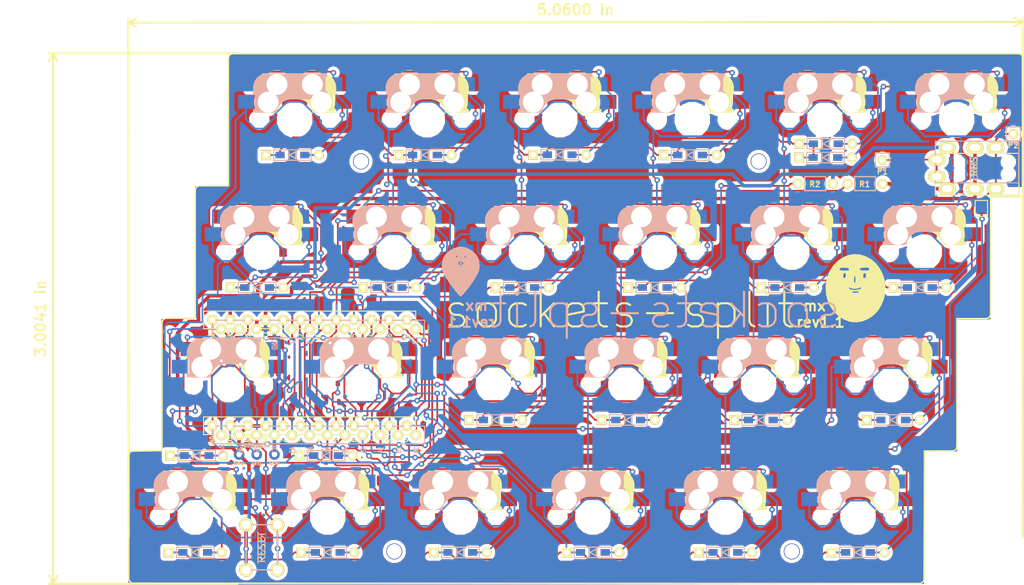
<source format=kicad_pcb>
(kicad_pcb (version 20171130) (host pcbnew "(5.0.2)-1")
  (title_block (title sockets-split) (date 2019-01-06) (rev 1) (company mukko))
  (layers (0 F.Cu signal) (31 B.Cu signal) (34 B.Paste user hide) (35 F.Paste user hide) (36 B.SilkS user) (37 F.SilkS user) (38 B.Mask user hide) (39 F.Mask user hide) (44 Edge.Cuts user hide))
  (net 0 "")
  (net 1 "Net-(D1-Pad2)")
  (net 2 row0)
  (net 3 "Net-(D2-Pad2)")
  (net 4 "Net-(D3-Pad2)")
  (net 5 "Net-(D4-Pad2)")
  (net 6 "Net-(D5-Pad2)")
  (net 7 "Net-(D6-Pad2)")
  (net 8 "Net-(D7-Pad2)")
  (net 9 row1)
  (net 10 "Net-(D8-Pad2)")
  (net 11 "Net-(D9-Pad2)")
  (net 12 "Net-(D10-Pad2)")
  (net 13 "Net-(D11-Pad2)")
  (net 14 "Net-(D12-Pad2)")
  (net 15 "Net-(D13-Pad2)")
  (net 16 row2)
  (net 17 "Net-(D14-Pad2)")
  (net 18 "Net-(D15-Pad2)")
  (net 19 "Net-(D16-Pad2)")
  (net 20 "Net-(D17-Pad2)")
  (net 21 "Net-(D18-Pad2)")
  (net 22 "Net-(D19-Pad2)")
  (net 23 row3)
  (net 24 "Net-(D20-Pad2)")
  (net 25 "Net-(D21-Pad2)")
  (net 26 "Net-(D22-Pad2)")
  (net 27 "Net-(D23-Pad2)")
  (net 28 "Net-(D24-Pad2)")
  (net 29 VCC)
  (net 30 LED)
  (net 31 GND)
  (net 32 data)
  (net 33 RESET)
  (net 34 col0)
  (net 35 col1)
  (net 36 col2)
  (net 37 col3)
  (net 38 col4)
  (net 39 col5)
  (net 40 "Net-(U1-Pad24)")
  (net 41 "Net-(U1-Pad20)")
  (net 42 "Net-(U1-Pad19)")
  (net 43 "Net-(U1-Pad8)")
  (net 44 "Net-(U1-Pad7)")
  (net 45 SDA)
  (net 46 SCL)
  (net 47 "Net-(J2-PadA)")
  (net 48 "Net-(J2-PadB)")
  (module kbd:CherryMX_Hotswap (layer F.Cu) (at 124.3965 99.568)
    (fp_text reference SW15 hide)
    (fp_text value SW_PUSH hide)
    (pad 1 smd rect (at -7 -2.58 180) (size 2.3 2) (layers B.Cu B.Paste B.Mask) (net 35 col1))
    (pad 1 smd rect (at 7 -2.58 180) (size 2.3 2) (layers F.Cu F.Paste F.Mask) (net 35 col1))
    (pad 2 smd rect (at -5.7 -5.12 180) (size 2.3 2) (layers F.Cu F.Paste F.Mask) (net 17 "Net-(D14-Pad2)"))
    (pad "" np_thru_hole circle (at -3.81 -2.54 180) (size 3 3) (drill 3) (layers *.Cu *.Mask))
    (pad "" np_thru_hole circle (at -2.54 -5.08 180) (size 3 3) (drill 3) (layers *.Cu *.Mask))
    (pad "" np_thru_hole circle (at 3.81 -2.540001 180) (size 3 3) (drill 3) (layers *.Cu *.Mask))
    (pad "" np_thru_hole circle (at 2.54 -5.08 180) (size 3 3) (drill 3) (layers *.Cu *.Mask))
    (pad "" np_thru_hole circle (at 0 0 90) (size 4.1 4.1) (drill 4.1) (layers *.Cu *.Mask F.SilkS))
    (pad "" np_thru_hole circle (at 5.08 0) (size 1.9 1.9) (drill 1.9) (layers *.Cu *.Mask F.SilkS))
    (pad "" np_thru_hole circle (at -5.08 0) (size 1.9 1.9) (drill 1.9) (layers *.Cu *.Mask F.SilkS))
    (pad 2 smd rect (at 5.7 -5.12 180) (size 2.3 2) (layers B.Cu B.Paste B.Mask) (net 17 "Net-(D14-Pad2)"))
  )
  (module kbd:ProMicro_v2_ura_pcb_for_sockets_split (layer F.Cu) (at 117.538 97.92 90)
    (fp_text reference U1 hide)
    (fp_text value ProMicro hide)
    (fp_text user "" (at -0.5 -17.25 90) (layer F.SilkS))
    (fp_text user "" (at -1.2065 -16.256 90) (layer B.SilkS) (effects (justify mirror)))
    (fp_text user RAW (at 5.5 -14.478 90) (layer F.SilkS) (effects (font (size 0.75 0.5) (thickness 0.125))))
    (fp_text user TX0 (at -9.7155 -14.478 90) (layer F.SilkS) (effects (font (size 0.75 0.5) (thickness 0.125))))
    (fp_text user GND (at 5.5 -11.938 90) (layer F.SilkS) (effects (font (size 0.75 0.5) (thickness 0.125))))
    (fp_text user RX0 (at -9.7155 -11.95 90) (layer F.SilkS) (effects (font (size 0.75 0.5) (thickness 0.125))))
    (fp_text user RST (at 5.5 -9.3345 90) (layer F.SilkS) (effects (font (size 0.75 0.5) (thickness 0.125))))
    (fp_text user GND (at -9.7155 -9.3345 90) (layer F.SilkS) (effects (font (size 0.75 0.5) (thickness 0.125))))
    (fp_text user GND (at -9.7155 -6.858 90) (layer F.SilkS) (effects (font (size 0.75 0.5) (thickness 0.125))))
    (fp_text user VCC (at 5.461 -6.7945 90) (layer F.SilkS) (effects (font (size 0.75 0.5) (thickness 0.125))))
    (fp_text user A0 (at 5.2 3.35 90) (layer F.SilkS) (effects (font (size 0.75 0.5) (thickness 0.125))))
    (fp_text user 4 (at -9.7155 0.8 90) (layer F.SilkS) (effects (font (size 0.75 0.5) (thickness 0.125))))
    (fp_text user A1 (at 5.2 0.762 90) (layer F.SilkS) (effects (font (size 0.75 0.5) (thickness 0.125))))
    (fp_text user 3 (at -9.7155 -1.778 90) (layer F.SilkS) (effects (font (size 0.75 0.5) (thickness 0.125))))
    (fp_text user A2 (at 5.2 -1.778 90) (layer F.SilkS) (effects (font (size 0.75 0.5) (thickness 0.125))))
    (fp_text user 2 (at -9.7155 -4.318 90) (layer F.SilkS) (effects (font (size 0.75 0.5) (thickness 0.125))))
    (fp_text user A3 (at 5.2 -4.3 90) (layer F.SilkS) (effects (font (size 0.75 0.5) (thickness 0.125))))
    (fp_text user 9 (at -9.7155 13.5 90) (layer F.SilkS) (effects (font (size 0.75 0.5) (thickness 0.125))))
    (fp_text user 10 (at 5.2 13.5255 90) (layer F.SilkS) (effects (font (size 0.75 0.5) (thickness 0.125))))
    (fp_text user 16 (at 5.2 10.922 90) (layer F.SilkS) (effects (font (size 0.75 0.5) (thickness 0.125))))
    (fp_text user 8 (at -9.7155 10.95 90) (layer F.SilkS) (effects (font (size 0.75 0.5) (thickness 0.125))))
    (fp_text user 7 (at -9.7155 8.4455 90) (layer F.SilkS) (effects (font (size 0.75 0.5) (thickness 0.125))))
    (fp_text user 14 (at 5.2 8.4455 90) (layer F.SilkS) (effects (font (size 0.75 0.5) (thickness 0.125))))
    (fp_text user 6 (at -9.7155 5.85 90) (layer F.SilkS) (effects (font (size 0.75 0.5) (thickness 0.125))))
    (fp_text user 15 (at 5.2 5.85 90) (layer F.SilkS) (effects (font (size 0.75 0.5) (thickness 0.125))))
    (fp_text user 5 (at -9.7155 3.302 90) (layer F.SilkS) (effects (font (size 0.75 0.5) (thickness 0.125))))
    (fp_text user A0 (at -11.049 4.6355 90) (layer B.SilkS) (effects (font (size 0.75 0.5) (thickness 0.125)) (justify mirror)))
    (fp_text user 6 (at 4.445 7.112 90) (layer B.SilkS) (effects (font (size 0.75 0.5) (thickness 0.125)) (justify mirror)))
    (fp_text user 15 (at -11.049 7.239 90) (layer B.SilkS) (effects (font (size 0.75 0.5) (thickness 0.125)) (justify mirror)))
    (fp_text user 7 (at 4.445 9.75 90) (layer B.SilkS) (effects (font (size 0.75 0.5) (thickness 0.125)) (justify mirror)))
    (fp_text user 14 (at -11.049 9.75 90) (layer B.SilkS) (effects (font (size 0.75 0.5) (thickness 0.125)) (justify mirror)))
    (fp_text user 8 (at 4.5085 12.1285 90) (layer B.SilkS) (effects (font (size 0.75 0.5) (thickness 0.125)) (justify mirror)))
    (fp_text user 16 (at -11.049 12.2555 90) (layer B.SilkS) (effects (font (size 0.75 0.5) (thickness 0.125)) (justify mirror)))
    (fp_text user 10 (at -11.049 14.7955 90) (layer B.SilkS) (effects (font (size 0.75 0.5) (thickness 0.125)) (justify mirror)))
    (fp_text user 9 (at 4.445 14.732 90) (layer B.SilkS) (effects (font (size 0.75 0.5) (thickness 0.125)) (justify mirror)))
    (fp_text user 2 (at 4.445 -2.95 90) (layer B.SilkS) (effects (font (size 0.75 0.5) (thickness 0.125)) (justify mirror)))
    (fp_text user A3 (at -11.049 -2.9845 90) (layer B.SilkS) (effects (font (size 0.75 0.5) (thickness 0.125)) (justify mirror)))
    (fp_text user 3 (at 4.445 -0.4445 90) (layer B.SilkS) (effects (font (size 0.75 0.5) (thickness 0.125)) (justify mirror)))
    (fp_text user A2 (at -11.049 -0.4445 90) (layer B.SilkS) (effects (font (size 0.75 0.5) (thickness 0.125)) (justify mirror)))
    (fp_text user 4 (at 4.445 2.1 90) (layer B.SilkS) (effects (font (size 0.75 0.5) (thickness 0.125)) (justify mirror)))
    (fp_text user A1 (at -11.049 2.032 90) (layer B.SilkS) (effects (font (size 0.75 0.5) (thickness 0.125)) (justify mirror)))
    (fp_text user 5 (at 4.445 4.6 90) (layer B.SilkS) (effects (font (size 0.75 0.5) (thickness 0.125)) (justify mirror)))
    (fp_text user VCC (at -11.049 -5.5245 90) (layer B.SilkS) (effects (font (size 0.75 0.5) (thickness 0.125)) (justify mirror)))
    (fp_text user GND (at 4.1275 -5.5245 90) (layer B.SilkS) (effects (font (size 0.75 0.5) (thickness 0.125)) (justify mirror)))
    (fp_text user RST (at -11.049 -8.0645 90) (layer B.SilkS) (effects (font (size 0.75 0.5) (thickness 0.125)) (justify mirror)))
    (fp_text user GND (at 4.191 -8.0645 90) (layer B.SilkS) (effects (font (size 0.75 0.5) (thickness 0.125)) (justify mirror)))
    (fp_text user GND (at -11.049 -10.5 90) (layer B.SilkS) (effects (font (size 0.75 0.5) (thickness 0.125)) (justify mirror)))
    (fp_text user RX0 (at 4.1275 -10.668 90) (layer B.SilkS) (effects (font (size 0.75 0.5) (thickness 0.125)) (justify mirror)))
    (fp_text user RAW (at -11.049 -13.1445 90) (layer B.SilkS) (effects (font (size 0.75 0.5) (thickness 0.125)) (justify mirror)))
    (fp_text user TX0 (at 4.191 -13.1445 90) (layer B.SilkS) (effects (font (size 0.75 0.5) (thickness 0.125)) (justify mirror)))
    (pad 1 thru_hole circle (at 6.35 -13.208 90) (size 1.524 1.524) (drill 0.8128) (layers *.Cu *.Mask F.SilkS) (net 30 LED))
    (pad 2 thru_hole circle (at 6.35 -10.668 90) (size 1.524 1.524) (drill 0.8128) (layers *.Cu *.Mask F.SilkS) (net 32 data))
    (pad 3 thru_hole circle (at 6.35 -8.128 90) (size 1.524 1.524) (drill 0.8128) (layers *.Cu *.Mask F.SilkS) (net 31 GND))
    (pad 4 thru_hole circle (at 6.35 -5.588 90) (size 1.524 1.524) (drill 0.8128) (layers *.Cu *.Mask F.SilkS) (net 31 GND))
    (pad 5 thru_hole circle (at 6.35 -3.048 90) (size 1.524 1.524) (drill 0.8128) (layers *.Cu *.Mask F.SilkS) (net 45 SDA))
    (pad 6 thru_hole circle (at 6.35 -0.508 90) (size 1.524 1.524) (drill 0.8128) (layers *.Cu *.Mask F.SilkS) (net 46 SCL))
    (pad 7 thru_hole circle (at 6.35 2.032 90) (size 1.524 1.524) (drill 0.8128) (layers *.Cu *.Mask F.SilkS) (net 44 "Net-(U1-Pad7)"))
    (pad 8 thru_hole circle (at 6.35 4.572 90) (size 1.524 1.524) (drill 0.8128) (layers *.Cu *.Mask F.SilkS) (net 43 "Net-(U1-Pad8)"))
    (pad 9 thru_hole circle (at 6.35 7.112 90) (size 1.524 1.524) (drill 0.8128) (layers *.Cu *.Mask F.SilkS) (net 2 row0))
    (pad 10 thru_hole circle (at 6.35 9.652 90) (size 1.524 1.524) (drill 0.8128) (layers *.Cu *.Mask F.SilkS) (net 9 row1))
    (pad 11 thru_hole circle (at 6.35 12.192 180) (size 1.524 1.524) (drill 0.8128) (layers *.Cu *.Mask F.SilkS) (net 16 row2))
    (pad 12 thru_hole circle (at 6.35 14.732 90) (size 1.524 1.524) (drill 0.8128) (layers *.Cu *.Mask F.SilkS) (net 23 row3))
    (pad 13 thru_hole circle (at -8.89 14.732 90) (size 1.524 1.524) (drill 0.8128) (layers *.Cu *.Mask F.SilkS) (net 39 col5))
    (pad 14 thru_hole circle (at -8.89 12.192 90) (size 1.524 1.524) (drill 0.8128) (layers *.Cu *.Mask F.SilkS) (net 38 col4))
    (pad 15 thru_hole circle (at -8.89 9.652 90) (size 1.524 1.524) (drill 0.8128) (layers *.Cu *.Mask F.SilkS) (net 37 col3))
    (pad 16 thru_hole circle (at -8.89 7.112 90) (size 1.524 1.524) (drill 0.8128) (layers *.Cu *.Mask F.SilkS) (net 36 col2))
    (pad 17 thru_hole circle (at -8.89 4.572 90) (size 1.524 1.524) (drill 0.8128) (layers *.Cu *.Mask F.SilkS) (net 35 col1))
    (pad 18 thru_hole circle (at -8.89 2.032 90) (size 1.524 1.524) (drill 0.8128) (layers *.Cu *.Mask F.SilkS) (net 34 col0))
    (pad 19 thru_hole circle (at -8.89 -0.508 90) (size 1.524 1.524) (drill 0.8128) (layers *.Cu *.Mask F.SilkS) (net 42 "Net-(U1-Pad19)"))
    (pad 20 thru_hole circle (at -8.89 -3.048 90) (size 1.524 1.524) (drill 0.8128) (layers *.Cu *.Mask F.SilkS) (net 41 "Net-(U1-Pad20)"))
    (pad 21 thru_hole circle (at -8.89 -5.588 90) (size 1.524 1.524) (drill 0.8128) (layers *.Cu *.Mask F.SilkS) (net 29 VCC))
    (pad 22 thru_hole circle (at -8.89 -8.128 90) (size 1.524 1.524) (drill 0.8128) (layers *.Cu *.Mask F.SilkS) (net 33 RESET))
    (pad 23 thru_hole circle (at -8.89 -10.668 90) (size 1.524 1.524) (drill 0.8128) (layers *.Cu *.Mask F.SilkS) (net 31 GND))
    (pad 24 thru_hole circle (at -8.89 -13.208 90) (size 1.524 1.524) (drill 0.8128) (layers *.Cu *.Mask F.SilkS) (net 40 "Net-(U1-Pad24)"))
    (pad 24 thru_hole circle (at 7.6564 -14.478 90) (size 1.524 1.524) (drill 0.8128) (layers *.Cu *.Mask F.SilkS) (net 40 "Net-(U1-Pad24)"))
    (pad 23 thru_hole circle (at 7.6564 -11.938 90) (size 1.524 1.524) (drill 0.8128) (layers *.Cu *.Mask F.SilkS) (net 31 GND))
    (pad 22 thru_hole circle (at 7.6564 -9.398 90) (size 1.524 1.524) (drill 0.8128) (layers *.Cu *.Mask F.SilkS) (net 33 RESET))
    (pad 21 thru_hole circle (at 7.6564 -6.858 90) (size 1.524 1.524) (drill 0.8128) (layers *.Cu *.Mask F.SilkS) (net 29 VCC))
    (pad 20 thru_hole circle (at 7.6564 -4.318 90) (size 1.524 1.524) (drill 0.8128) (layers *.Cu *.Mask F.SilkS) (net 41 "Net-(U1-Pad20)"))
    (pad 19 thru_hole circle (at 7.6564 -1.778 90) (size 1.524 1.524) (drill 0.8128) (layers *.Cu *.Mask F.SilkS) (net 42 "Net-(U1-Pad19)"))
    (pad 18 thru_hole circle (at 7.6564 0.762 90) (size 1.524 1.524) (drill 0.8128) (layers *.Cu *.Mask F.SilkS) (net 34 col0))
    (pad 17 thru_hole circle (at 7.6564 3.302 90) (size 1.524 1.524) (drill 0.8128) (layers *.Cu *.Mask F.SilkS) (net 35 col1))
    (pad 16 thru_hole circle (at 7.6564 5.842 90) (size 1.524 1.524) (drill 0.8128) (layers *.Cu *.Mask F.SilkS) (net 36 col2))
    (pad 15 thru_hole circle (at 7.6564 8.382 90) (size 1.524 1.524) (drill 0.8128) (layers *.Cu *.Mask F.SilkS) (net 37 col3))
    (pad 14 thru_hole circle (at 7.6564 10.922 90) (size 1.524 1.524) (drill 0.8128) (layers *.Cu *.Mask F.SilkS) (net 38 col4))
    (pad 13 thru_hole circle (at 7.6564 13.462 90) (size 1.524 1.524) (drill 0.8128) (layers *.Cu *.Mask F.SilkS) (net 39 col5))
    (pad 12 thru_hole circle (at -7.5636 13.462 90) (size 1.524 1.524) (drill 0.8128) (layers *.Cu *.Mask F.SilkS) (net 23 row3))
    (pad 11 thru_hole circle (at -7.5636 10.922 90) (size 1.524 1.524) (drill 0.8128) (layers *.Cu *.Mask F.SilkS) (net 16 row2))
    (pad 10 thru_hole circle (at -7.5636 8.382 90) (size 1.524 1.524) (drill 0.8128) (layers *.Cu *.Mask F.SilkS) (net 9 row1))
    (pad 9 thru_hole circle (at -7.5636 5.842 90) (size 1.524 1.524) (drill 0.8128) (layers *.Cu *.Mask F.SilkS) (net 2 row0))
    (pad 8 thru_hole circle (at -7.5636 3.302 90) (size 1.524 1.524) (drill 0.8128) (layers *.Cu *.Mask F.SilkS) (net 43 "Net-(U1-Pad8)"))
    (pad 7 thru_hole circle (at -7.5636 0.762 90) (size 1.524 1.524) (drill 0.8128) (layers *.Cu *.Mask F.SilkS) (net 44 "Net-(U1-Pad7)"))
    (pad 6 thru_hole circle (at -7.5636 -1.778 90) (size 1.524 1.524) (drill 0.8128) (layers *.Cu *.Mask F.SilkS) (net 46 SCL))
    (pad 5 thru_hole circle (at -7.5636 -4.318 90) (size 1.524 1.524) (drill 0.8128) (layers *.Cu *.Mask F.SilkS) (net 45 SDA))
    (pad 4 thru_hole circle (at -7.5636 -6.858 90) (size 1.524 1.524) (drill 0.8128) (layers *.Cu *.Mask F.SilkS) (net 31 GND))
    (pad 3 thru_hole circle (at -7.5636 -9.398 90) (size 1.524 1.524) (drill 0.8128) (layers *.Cu *.Mask F.SilkS) (net 31 GND))
    (pad 2 thru_hole circle (at -7.5636 -11.938 90) (size 1.524 1.524) (drill 0.8128) (layers *.Cu *.Mask F.SilkS) (net 32 data))
    (pad 1 thru_hole circle (at -7.5636 -14.478 90) (size 1.524 1.524) (drill 0.8128) (layers *.Cu *.Mask F.SilkS) (net 30 LED))
  )
  (module kbd:JPC2 (layer F.Cu) (at 213.5632 74.22642 90)
    (fp_text reference "")
    (fp_text value "" hide)
    (pad "" smd rect (at 0 0 180) (size 0.381 0.381) (layers F.Cu F.Paste F.Mask) (clearance 0.00254))
    (pad 2 smd rect (at 0.50038 0 90) (size 0.635 1.143) (layers F.Cu F.Paste F.Mask) (net 48 "Net-(J2-PadB)") (clearance 0.1905))
    (pad 1 smd rect (at -0.50038 0 90) (size 0.635 1.143) (layers F.Cu F.Paste F.Mask) (net 32 data) (clearance 0.1905))
  )
  (module kbd:CherryMX_Hotswap (layer F.Cu) (at 181.5465 99.568)
    (fp_text reference SW18 hide)
    (fp_text value SW_PUSH hide)
    (pad 2 smd rect (at 5.7 -5.12 180) (size 2.3 2) (layers B.Cu B.Paste B.Mask) (net 20 "Net-(D17-Pad2)"))
    (pad "" np_thru_hole circle (at -5.08 0) (size 1.9 1.9) (drill 1.9) (layers *.Cu *.Mask F.SilkS))
    (pad "" np_thru_hole circle (at 5.08 0) (size 1.9 1.9) (drill 1.9) (layers *.Cu *.Mask F.SilkS))
    (pad "" np_thru_hole circle (at 0 0 90) (size 4.1 4.1) (drill 4.1) (layers *.Cu *.Mask F.SilkS))
    (pad "" np_thru_hole circle (at 2.54 -5.08 180) (size 3 3) (drill 3) (layers *.Cu *.Mask))
    (pad "" np_thru_hole circle (at 3.81 -2.540001 180) (size 3 3) (drill 3) (layers *.Cu *.Mask))
    (pad "" np_thru_hole circle (at -2.54 -5.08 180) (size 3 3) (drill 3) (layers *.Cu *.Mask))
    (pad "" np_thru_hole circle (at -3.81 -2.54 180) (size 3 3) (drill 3) (layers *.Cu *.Mask))
    (pad 2 smd rect (at -5.7 -5.12 180) (size 2.3 2) (layers F.Cu F.Paste F.Mask) (net 20 "Net-(D17-Pad2)"))
    (pad 1 smd rect (at 7 -2.58 180) (size 2.3 2) (layers F.Cu F.Paste F.Mask) (net 38 col4))
    (pad 1 smd rect (at -7 -2.58 180) (size 2.3 2) (layers B.Cu B.Paste B.Mask) (net 38 col4))
  )
  (module kbd:CherryMX_Hotswap (layer F.Cu) (at 195.834 118.618)
    (fp_text reference SW25 hide)
    (fp_text value SW_PUSH hide)
    (pad 2 smd rect (at 5.7 -5.12 180) (size 2.3 2) (layers B.Cu B.Paste B.Mask) (net 28 "Net-(D24-Pad2)"))
    (pad "" np_thru_hole circle (at -5.08 0) (size 1.9 1.9) (drill 1.9) (layers *.Cu *.Mask F.SilkS))
    (pad "" np_thru_hole circle (at 5.08 0) (size 1.9 1.9) (drill 1.9) (layers *.Cu *.Mask F.SilkS))
    (pad "" np_thru_hole circle (at 0 0 90) (size 4.1 4.1) (drill 4.1) (layers *.Cu *.Mask F.SilkS))
    (pad "" np_thru_hole circle (at 2.54 -5.08 180) (size 3 3) (drill 3) (layers *.Cu *.Mask))
    (pad "" np_thru_hole circle (at 3.81 -2.540001 180) (size 3 3) (drill 3) (layers *.Cu *.Mask))
    (pad "" np_thru_hole circle (at -2.54 -5.08 180) (size 3 3) (drill 3) (layers *.Cu *.Mask))
    (pad "" np_thru_hole circle (at -3.81 -2.54 180) (size 3 3) (drill 3) (layers *.Cu *.Mask))
    (pad 2 smd rect (at -5.7 -5.12 180) (size 2.3 2) (layers F.Cu F.Paste F.Mask) (net 28 "Net-(D24-Pad2)"))
    (pad 1 smd rect (at 7 -2.58 180) (size 2.3 2) (layers F.Cu F.Paste F.Mask) (net 39 col5))
    (pad 1 smd rect (at -7 -2.58 180) (size 2.3 2) (layers B.Cu B.Paste B.Mask) (net 39 col5))
  )
  (module kbd:D3_TH_SMD (layer F.Cu) (at 114.554 66.548)
    (fp_text reference D1 hide)
    (fp_text value D hide)
    (pad 2 smd rect (at 1.775 0) (size 1.3 0.95) (layers F.Cu F.Paste F.Mask) (net 1 "Net-(D1-Pad2)"))
    (pad 2 thru_hole circle (at 3.81 0) (size 1.397 1.397) (drill 0.8128) (layers *.Cu *.Mask F.SilkS) (net 1 "Net-(D1-Pad2)"))
    (pad 1 thru_hole rect (at -3.81 0) (size 1.397 1.397) (drill 0.8128) (layers *.Cu *.Mask F.SilkS) (net 2 row0))
    (pad 1 smd rect (at -1.775 0) (size 1.3 0.95) (layers B.Cu B.Paste B.Mask) (net 2 row0))
    (pad 2 smd rect (at 1.775 0) (size 1.3 0.95) (layers B.Cu B.Paste B.Mask) (net 1 "Net-(D1-Pad2)"))
    (pad 1 smd rect (at -1.775 0) (size 1.3 0.95) (layers F.Cu F.Paste F.Mask) (net 2 row0))
  )
  (module kbd:D3_TH_SMD (layer F.Cu) (at 133.604 66.548)
    (fp_text reference D2 hide)
    (fp_text value D hide)
    (pad 1 smd rect (at -1.775 0) (size 1.3 0.95) (layers F.Cu F.Paste F.Mask) (net 2 row0))
    (pad 2 smd rect (at 1.775 0) (size 1.3 0.95) (layers B.Cu B.Paste B.Mask) (net 3 "Net-(D2-Pad2)"))
    (pad 1 smd rect (at -1.775 0) (size 1.3 0.95) (layers B.Cu B.Paste B.Mask) (net 2 row0))
    (pad 1 thru_hole rect (at -3.81 0) (size 1.397 1.397) (drill 0.8128) (layers *.Cu *.Mask F.SilkS) (net 2 row0))
    (pad 2 thru_hole circle (at 3.81 0) (size 1.397 1.397) (drill 0.8128) (layers *.Cu *.Mask F.SilkS) (net 3 "Net-(D2-Pad2)"))
    (pad 2 smd rect (at 1.775 0) (size 1.3 0.95) (layers F.Cu F.Paste F.Mask) (net 3 "Net-(D2-Pad2)"))
  )
  (module kbd:D3_TH_SMD (layer F.Cu) (at 152.9588 66.4972)
    (fp_text reference D3 hide)
    (fp_text value D hide)
    (pad 1 smd rect (at -1.775 0) (size 1.3 0.95) (layers F.Cu F.Paste F.Mask) (net 2 row0))
    (pad 2 smd rect (at 1.775 0) (size 1.3 0.95) (layers B.Cu B.Paste B.Mask) (net 4 "Net-(D3-Pad2)"))
    (pad 1 smd rect (at -1.775 0) (size 1.3 0.95) (layers B.Cu B.Paste B.Mask) (net 2 row0))
    (pad 1 thru_hole rect (at -3.81 0) (size 1.397 1.397) (drill 0.8128) (layers *.Cu *.Mask F.SilkS) (net 2 row0))
    (pad 2 thru_hole circle (at 3.81 0) (size 1.397 1.397) (drill 0.8128) (layers *.Cu *.Mask F.SilkS) (net 4 "Net-(D3-Pad2)"))
    (pad 2 smd rect (at 1.775 0) (size 1.3 0.95) (layers F.Cu F.Paste F.Mask) (net 4 "Net-(D3-Pad2)"))
  )
  (module kbd:D3_TH_SMD (layer F.Cu) (at 171.704 66.548)
    (fp_text reference D4 hide)
    (fp_text value D hide)
    (pad 2 smd rect (at 1.775 0) (size 1.3 0.95) (layers F.Cu F.Paste F.Mask) (net 5 "Net-(D4-Pad2)"))
    (pad 2 thru_hole circle (at 3.81 0) (size 1.397 1.397) (drill 0.8128) (layers *.Cu *.Mask F.SilkS) (net 5 "Net-(D4-Pad2)"))
    (pad 1 thru_hole rect (at -3.81 0) (size 1.397 1.397) (drill 0.8128) (layers *.Cu *.Mask F.SilkS) (net 2 row0))
    (pad 1 smd rect (at -1.775 0) (size 1.3 0.95) (layers B.Cu B.Paste B.Mask) (net 2 row0))
    (pad 2 smd rect (at 1.775 0) (size 1.3 0.95) (layers B.Cu B.Paste B.Mask) (net 5 "Net-(D4-Pad2)"))
    (pad 1 smd rect (at -1.775 0) (size 1.3 0.95) (layers F.Cu F.Paste F.Mask) (net 2 row0))
  )
  (module kbd:D3_TH_SMD (layer F.Cu) (at 191.2112 64.9224)
    (fp_text reference D5 hide)
    (fp_text value D hide)
    (pad 2 smd rect (at 1.775 0) (size 1.3 0.95) (layers F.Cu F.Paste F.Mask) (net 6 "Net-(D5-Pad2)"))
    (pad 2 thru_hole circle (at 3.81 0) (size 1.397 1.397) (drill 0.8128) (layers *.Cu *.Mask F.SilkS) (net 6 "Net-(D5-Pad2)"))
    (pad 1 thru_hole rect (at -3.81 0) (size 1.397 1.397) (drill 0.8128) (layers *.Cu *.Mask F.SilkS) (net 2 row0))
    (pad 1 smd rect (at -1.775 0) (size 1.3 0.95) (layers B.Cu B.Paste B.Mask) (net 2 row0))
    (pad 2 smd rect (at 1.775 0) (size 1.3 0.95) (layers B.Cu B.Paste B.Mask) (net 6 "Net-(D5-Pad2)"))
    (pad 1 smd rect (at -1.775 0) (size 1.3 0.95) (layers F.Cu F.Paste F.Mask) (net 2 row0))
  )
  (module kbd:D3_TH_SMD (layer F.Cu) (at 191.1604 66.9036)
    (fp_text reference D6 hide)
    (fp_text value D hide)
    (pad 1 smd rect (at -1.775 0) (size 1.3 0.95) (layers F.Cu F.Paste F.Mask) (net 2 row0))
    (pad 2 smd rect (at 1.775 0) (size 1.3 0.95) (layers B.Cu B.Paste B.Mask) (net 7 "Net-(D6-Pad2)"))
    (pad 1 smd rect (at -1.775 0) (size 1.3 0.95) (layers B.Cu B.Paste B.Mask) (net 2 row0))
    (pad 1 thru_hole rect (at -3.81 0) (size 1.397 1.397) (drill 0.8128) (layers *.Cu *.Mask F.SilkS) (net 2 row0))
    (pad 2 thru_hole circle (at 3.81 0) (size 1.397 1.397) (drill 0.8128) (layers *.Cu *.Mask F.SilkS) (net 7 "Net-(D6-Pad2)"))
    (pad 2 smd rect (at 1.775 0) (size 1.3 0.95) (layers F.Cu F.Paste F.Mask) (net 7 "Net-(D6-Pad2)"))
  )
  (module kbd:D3_TH_SMD (layer F.Cu) (at 109.474 85.598)
    (fp_text reference D7 hide)
    (fp_text value D hide)
    (pad 2 smd rect (at 1.775 0) (size 1.3 0.95) (layers F.Cu F.Paste F.Mask) (net 8 "Net-(D7-Pad2)"))
    (pad 2 thru_hole circle (at 3.81 0) (size 1.397 1.397) (drill 0.8128) (layers *.Cu *.Mask F.SilkS) (net 8 "Net-(D7-Pad2)"))
    (pad 1 thru_hole rect (at -3.81 0) (size 1.397 1.397) (drill 0.8128) (layers *.Cu *.Mask F.SilkS) (net 9 row1))
    (pad 1 smd rect (at -1.775 0) (size 1.3 0.95) (layers B.Cu B.Paste B.Mask) (net 9 row1))
    (pad 2 smd rect (at 1.775 0) (size 1.3 0.95) (layers B.Cu B.Paste B.Mask) (net 8 "Net-(D7-Pad2)"))
    (pad 1 smd rect (at -1.775 0) (size 1.3 0.95) (layers F.Cu F.Paste F.Mask) (net 9 row1))
  )
  (module kbd:D3_TH_SMD (layer F.Cu) (at 128.524 85.598)
    (fp_text reference D8 hide)
    (fp_text value D hide)
    (pad 1 smd rect (at -1.775 0) (size 1.3 0.95) (layers F.Cu F.Paste F.Mask) (net 9 row1))
    (pad 2 smd rect (at 1.775 0) (size 1.3 0.95) (layers B.Cu B.Paste B.Mask) (net 10 "Net-(D8-Pad2)"))
    (pad 1 smd rect (at -1.775 0) (size 1.3 0.95) (layers B.Cu B.Paste B.Mask) (net 9 row1))
    (pad 1 thru_hole rect (at -3.81 0) (size 1.397 1.397) (drill 0.8128) (layers *.Cu *.Mask F.SilkS) (net 9 row1))
    (pad 2 thru_hole circle (at 3.81 0) (size 1.397 1.397) (drill 0.8128) (layers *.Cu *.Mask F.SilkS) (net 10 "Net-(D8-Pad2)"))
    (pad 2 smd rect (at 1.775 0) (size 1.3 0.95) (layers F.Cu F.Paste F.Mask) (net 10 "Net-(D8-Pad2)"))
  )
  (module kbd:D3_TH_SMD (layer F.Cu) (at 147.574 85.598)
    (fp_text reference D9 hide)
    (fp_text value D hide)
    (pad 1 smd rect (at -1.775 0) (size 1.3 0.95) (layers F.Cu F.Paste F.Mask) (net 9 row1))
    (pad 2 smd rect (at 1.775 0) (size 1.3 0.95) (layers B.Cu B.Paste B.Mask) (net 11 "Net-(D9-Pad2)"))
    (pad 1 smd rect (at -1.775 0) (size 1.3 0.95) (layers B.Cu B.Paste B.Mask) (net 9 row1))
    (pad 1 thru_hole rect (at -3.81 0) (size 1.397 1.397) (drill 0.8128) (layers *.Cu *.Mask F.SilkS) (net 9 row1))
    (pad 2 thru_hole circle (at 3.81 0) (size 1.397 1.397) (drill 0.8128) (layers *.Cu *.Mask F.SilkS) (net 11 "Net-(D9-Pad2)"))
    (pad 2 smd rect (at 1.775 0) (size 1.3 0.95) (layers F.Cu F.Paste F.Mask) (net 11 "Net-(D9-Pad2)"))
  )
  (module kbd:D3_TH_SMD (layer F.Cu) (at 166.624 85.598)
    (fp_text reference D10 hide)
    (fp_text value D hide)
    (pad 2 smd rect (at 1.775 0) (size 1.3 0.95) (layers F.Cu F.Paste F.Mask) (net 12 "Net-(D10-Pad2)"))
    (pad 2 thru_hole circle (at 3.81 0) (size 1.397 1.397) (drill 0.8128) (layers *.Cu *.Mask F.SilkS) (net 12 "Net-(D10-Pad2)"))
    (pad 1 thru_hole rect (at -3.81 0) (size 1.397 1.397) (drill 0.8128) (layers *.Cu *.Mask F.SilkS) (net 9 row1))
    (pad 1 smd rect (at -1.775 0) (size 1.3 0.95) (layers B.Cu B.Paste B.Mask) (net 9 row1))
    (pad 2 smd rect (at 1.775 0) (size 1.3 0.95) (layers B.Cu B.Paste B.Mask) (net 12 "Net-(D10-Pad2)"))
    (pad 1 smd rect (at -1.775 0) (size 1.3 0.95) (layers F.Cu F.Paste F.Mask) (net 9 row1))
  )
  (module kbd:D3_TH_SMD (layer F.Cu) (at 185.674 85.598)
    (fp_text reference D11 hide)
    (fp_text value D hide)
    (pad 2 smd rect (at 1.775 0) (size 1.3 0.95) (layers F.Cu F.Paste F.Mask) (net 13 "Net-(D11-Pad2)"))
    (pad 2 thru_hole circle (at 3.81 0) (size 1.397 1.397) (drill 0.8128) (layers *.Cu *.Mask F.SilkS) (net 13 "Net-(D11-Pad2)"))
    (pad 1 thru_hole rect (at -3.81 0) (size 1.397 1.397) (drill 0.8128) (layers *.Cu *.Mask F.SilkS) (net 9 row1))
    (pad 1 smd rect (at -1.775 0) (size 1.3 0.95) (layers B.Cu B.Paste B.Mask) (net 9 row1))
    (pad 2 smd rect (at 1.775 0) (size 1.3 0.95) (layers B.Cu B.Paste B.Mask) (net 13 "Net-(D11-Pad2)"))
    (pad 1 smd rect (at -1.775 0) (size 1.3 0.95) (layers F.Cu F.Paste F.Mask) (net 9 row1))
  )
  (module kbd:D3_TH_SMD (layer F.Cu) (at 204.724 85.598)
    (fp_text reference D12 hide)
    (fp_text value D hide)
    (pad 1 smd rect (at -1.775 0) (size 1.3 0.95) (layers F.Cu F.Paste F.Mask) (net 9 row1))
    (pad 2 smd rect (at 1.775 0) (size 1.3 0.95) (layers B.Cu B.Paste B.Mask) (net 14 "Net-(D12-Pad2)"))
    (pad 1 smd rect (at -1.775 0) (size 1.3 0.95) (layers B.Cu B.Paste B.Mask) (net 9 row1))
    (pad 1 thru_hole rect (at -3.81 0) (size 1.397 1.397) (drill 0.8128) (layers *.Cu *.Mask F.SilkS) (net 9 row1))
    (pad 2 thru_hole circle (at 3.81 0) (size 1.397 1.397) (drill 0.8128) (layers *.Cu *.Mask F.SilkS) (net 14 "Net-(D12-Pad2)"))
    (pad 2 smd rect (at 1.775 0) (size 1.3 0.95) (layers F.Cu F.Paste F.Mask) (net 14 "Net-(D12-Pad2)"))
  )
  (module kbd:D3_TH_SMD (layer F.Cu) (at 100.7872 109.7788)
    (fp_text reference D13 hide)
    (fp_text value D hide)
    (pad 1 smd rect (at -1.775 0) (size 1.3 0.95) (layers F.Cu F.Paste F.Mask) (net 16 row2))
    (pad 2 smd rect (at 1.775 0) (size 1.3 0.95) (layers B.Cu B.Paste B.Mask) (net 15 "Net-(D13-Pad2)"))
    (pad 1 smd rect (at -1.775 0) (size 1.3 0.95) (layers B.Cu B.Paste B.Mask) (net 16 row2))
    (pad 1 thru_hole rect (at -3.81 0) (size 1.397 1.397) (drill 0.8128) (layers *.Cu *.Mask F.SilkS) (net 16 row2))
    (pad 2 thru_hole circle (at 3.81 0) (size 1.397 1.397) (drill 0.8128) (layers *.Cu *.Mask F.SilkS) (net 15 "Net-(D13-Pad2)"))
    (pad 2 smd rect (at 1.775 0) (size 1.3 0.95) (layers F.Cu F.Paste F.Mask) (net 15 "Net-(D13-Pad2)"))
  )
  (module kbd:D3_TH_SMD (layer F.Cu) (at 119.38 109.7788)
    (fp_text reference D14 hide)
    (fp_text value D hide)
    (pad 2 smd rect (at 1.775 0) (size 1.3 0.95) (layers F.Cu F.Paste F.Mask) (net 17 "Net-(D14-Pad2)"))
    (pad 2 thru_hole circle (at 3.81 0) (size 1.397 1.397) (drill 0.8128) (layers *.Cu *.Mask F.SilkS) (net 17 "Net-(D14-Pad2)"))
    (pad 1 thru_hole rect (at -3.81 0) (size 1.397 1.397) (drill 0.8128) (layers *.Cu *.Mask F.SilkS) (net 16 row2))
    (pad 1 smd rect (at -1.775 0) (size 1.3 0.95) (layers B.Cu B.Paste B.Mask) (net 16 row2))
    (pad 2 smd rect (at 1.775 0) (size 1.3 0.95) (layers B.Cu B.Paste B.Mask) (net 17 "Net-(D14-Pad2)"))
    (pad 1 smd rect (at -1.775 0) (size 1.3 0.95) (layers F.Cu F.Paste F.Mask) (net 16 row2))
  )
  (module kbd:D3_TH_SMD (layer F.Cu) (at 143.764 104.648)
    (fp_text reference D15 hide)
    (fp_text value D hide)
    (pad 1 smd rect (at -1.775 0) (size 1.3 0.95) (layers F.Cu F.Paste F.Mask) (net 16 row2))
    (pad 2 smd rect (at 1.775 0) (size 1.3 0.95) (layers B.Cu B.Paste B.Mask) (net 18 "Net-(D15-Pad2)"))
    (pad 1 smd rect (at -1.775 0) (size 1.3 0.95) (layers B.Cu B.Paste B.Mask) (net 16 row2))
    (pad 1 thru_hole rect (at -3.81 0) (size 1.397 1.397) (drill 0.8128) (layers *.Cu *.Mask F.SilkS) (net 16 row2))
    (pad 2 thru_hole circle (at 3.81 0) (size 1.397 1.397) (drill 0.8128) (layers *.Cu *.Mask F.SilkS) (net 18 "Net-(D15-Pad2)"))
    (pad 2 smd rect (at 1.775 0) (size 1.3 0.95) (layers F.Cu F.Paste F.Mask) (net 18 "Net-(D15-Pad2)"))
  )
  (module kbd:D3_TH_SMD (layer F.Cu) (at 162.814 104.648)
    (fp_text reference D16 hide)
    (fp_text value D hide)
    (pad 2 smd rect (at 1.775 0) (size 1.3 0.95) (layers F.Cu F.Paste F.Mask) (net 19 "Net-(D16-Pad2)"))
    (pad 2 thru_hole circle (at 3.81 0) (size 1.397 1.397) (drill 0.8128) (layers *.Cu *.Mask F.SilkS) (net 19 "Net-(D16-Pad2)"))
    (pad 1 thru_hole rect (at -3.81 0) (size 1.397 1.397) (drill 0.8128) (layers *.Cu *.Mask F.SilkS) (net 16 row2))
    (pad 1 smd rect (at -1.775 0) (size 1.3 0.95) (layers B.Cu B.Paste B.Mask) (net 16 row2))
    (pad 2 smd rect (at 1.775 0) (size 1.3 0.95) (layers B.Cu B.Paste B.Mask) (net 19 "Net-(D16-Pad2)"))
    (pad 1 smd rect (at -1.775 0) (size 1.3 0.95) (layers F.Cu F.Paste F.Mask) (net 16 row2))
  )
  (module kbd:D3_TH_SMD (layer F.Cu) (at 181.864 104.648)
    (fp_text reference D17 hide)
    (fp_text value D hide)
    (pad 1 smd rect (at -1.775 0) (size 1.3 0.95) (layers F.Cu F.Paste F.Mask) (net 16 row2))
    (pad 2 smd rect (at 1.775 0) (size 1.3 0.95) (layers B.Cu B.Paste B.Mask) (net 20 "Net-(D17-Pad2)"))
    (pad 1 smd rect (at -1.775 0) (size 1.3 0.95) (layers B.Cu B.Paste B.Mask) (net 16 row2))
    (pad 1 thru_hole rect (at -3.81 0) (size 1.397 1.397) (drill 0.8128) (layers *.Cu *.Mask F.SilkS) (net 16 row2))
    (pad 2 thru_hole circle (at 3.81 0) (size 1.397 1.397) (drill 0.8128) (layers *.Cu *.Mask F.SilkS) (net 20 "Net-(D17-Pad2)"))
    (pad 2 smd rect (at 1.775 0) (size 1.3 0.95) (layers F.Cu F.Paste F.Mask) (net 20 "Net-(D17-Pad2)"))
  )
  (module kbd:D3_TH_SMD (layer F.Cu) (at 200.914 104.648)
    (fp_text reference D18 hide)
    (fp_text value D hide)
    (pad 2 smd rect (at 1.775 0) (size 1.3 0.95) (layers F.Cu F.Paste F.Mask) (net 21 "Net-(D18-Pad2)"))
    (pad 2 thru_hole circle (at 3.81 0) (size 1.397 1.397) (drill 0.8128) (layers *.Cu *.Mask F.SilkS) (net 21 "Net-(D18-Pad2)"))
    (pad 1 thru_hole rect (at -3.81 0) (size 1.397 1.397) (drill 0.8128) (layers *.Cu *.Mask F.SilkS) (net 16 row2))
    (pad 1 smd rect (at -1.775 0) (size 1.3 0.95) (layers B.Cu B.Paste B.Mask) (net 16 row2))
    (pad 2 smd rect (at 1.775 0) (size 1.3 0.95) (layers B.Cu B.Paste B.Mask) (net 21 "Net-(D18-Pad2)"))
    (pad 1 smd rect (at -1.775 0) (size 1.3 0.95) (layers F.Cu F.Paste F.Mask) (net 16 row2))
  )
  (module kbd:D3_TH_SMD (layer F.Cu) (at 100.584 123.698)
    (fp_text reference D19 hide)
    (fp_text value D hide)
    (pad 1 smd rect (at -1.775 0) (size 1.3 0.95) (layers F.Cu F.Paste F.Mask) (net 23 row3))
    (pad 2 smd rect (at 1.775 0) (size 1.3 0.95) (layers B.Cu B.Paste B.Mask) (net 22 "Net-(D19-Pad2)"))
    (pad 1 smd rect (at -1.775 0) (size 1.3 0.95) (layers B.Cu B.Paste B.Mask) (net 23 row3))
    (pad 1 thru_hole rect (at -3.81 0) (size 1.397 1.397) (drill 0.8128) (layers *.Cu *.Mask F.SilkS) (net 23 row3))
    (pad 2 thru_hole circle (at 3.81 0) (size 1.397 1.397) (drill 0.8128) (layers *.Cu *.Mask F.SilkS) (net 22 "Net-(D19-Pad2)"))
    (pad 2 smd rect (at 1.775 0) (size 1.3 0.95) (layers F.Cu F.Paste F.Mask) (net 22 "Net-(D19-Pad2)"))
  )
  (module kbd:D3_TH_SMD (layer F.Cu) (at 119.634 123.698)
    (fp_text reference D20 hide)
    (fp_text value D hide)
    (pad 2 smd rect (at 1.775 0) (size 1.3 0.95) (layers F.Cu F.Paste F.Mask) (net 24 "Net-(D20-Pad2)"))
    (pad 2 thru_hole circle (at 3.81 0) (size 1.397 1.397) (drill 0.8128) (layers *.Cu *.Mask F.SilkS) (net 24 "Net-(D20-Pad2)"))
    (pad 1 thru_hole rect (at -3.81 0) (size 1.397 1.397) (drill 0.8128) (layers *.Cu *.Mask F.SilkS) (net 23 row3))
    (pad 1 smd rect (at -1.775 0) (size 1.3 0.95) (layers B.Cu B.Paste B.Mask) (net 23 row3))
    (pad 2 smd rect (at 1.775 0) (size 1.3 0.95) (layers B.Cu B.Paste B.Mask) (net 24 "Net-(D20-Pad2)"))
    (pad 1 smd rect (at -1.775 0) (size 1.3 0.95) (layers F.Cu F.Paste F.Mask) (net 23 row3))
  )
  (module kbd:D3_TH_SMD (layer F.Cu) (at 138.684 123.698)
    (fp_text reference D21 hide)
    (fp_text value D hide)
    (pad 1 smd rect (at -1.775 0) (size 1.3 0.95) (layers F.Cu F.Paste F.Mask) (net 23 row3))
    (pad 2 smd rect (at 1.775 0) (size 1.3 0.95) (layers B.Cu B.Paste B.Mask) (net 25 "Net-(D21-Pad2)"))
    (pad 1 smd rect (at -1.775 0) (size 1.3 0.95) (layers B.Cu B.Paste B.Mask) (net 23 row3))
    (pad 1 thru_hole rect (at -3.81 0) (size 1.397 1.397) (drill 0.8128) (layers *.Cu *.Mask F.SilkS) (net 23 row3))
    (pad 2 thru_hole circle (at 3.81 0) (size 1.397 1.397) (drill 0.8128) (layers *.Cu *.Mask F.SilkS) (net 25 "Net-(D21-Pad2)"))
    (pad 2 smd rect (at 1.775 0) (size 1.3 0.95) (layers F.Cu F.Paste F.Mask) (net 25 "Net-(D21-Pad2)"))
  )
  (module kbd:D3_TH_SMD (layer F.Cu) (at 157.734 123.698)
    (fp_text reference D22 hide)
    (fp_text value D hide)
    (pad 2 smd rect (at 1.775 0) (size 1.3 0.95) (layers F.Cu F.Paste F.Mask) (net 26 "Net-(D22-Pad2)"))
    (pad 2 thru_hole circle (at 3.81 0) (size 1.397 1.397) (drill 0.8128) (layers *.Cu *.Mask F.SilkS) (net 26 "Net-(D22-Pad2)"))
    (pad 1 thru_hole rect (at -3.81 0) (size 1.397 1.397) (drill 0.8128) (layers *.Cu *.Mask F.SilkS) (net 23 row3))
    (pad 1 smd rect (at -1.775 0) (size 1.3 0.95) (layers B.Cu B.Paste B.Mask) (net 23 row3))
    (pad 2 smd rect (at 1.775 0) (size 1.3 0.95) (layers B.Cu B.Paste B.Mask) (net 26 "Net-(D22-Pad2)"))
    (pad 1 smd rect (at -1.775 0) (size 1.3 0.95) (layers F.Cu F.Paste F.Mask) (net 23 row3))
  )
  (module kbd:D3_TH_SMD (layer F.Cu) (at 176.784 123.698)
    (fp_text reference D23 hide)
    (fp_text value D hide)
    (pad 1 smd rect (at -1.775 0) (size 1.3 0.95) (layers F.Cu F.Paste F.Mask) (net 23 row3))
    (pad 2 smd rect (at 1.775 0) (size 1.3 0.95) (layers B.Cu B.Paste B.Mask) (net 27 "Net-(D23-Pad2)"))
    (pad 1 smd rect (at -1.775 0) (size 1.3 0.95) (layers B.Cu B.Paste B.Mask) (net 23 row3))
    (pad 1 thru_hole rect (at -3.81 0) (size 1.397 1.397) (drill 0.8128) (layers *.Cu *.Mask F.SilkS) (net 23 row3))
    (pad 2 thru_hole circle (at 3.81 0) (size 1.397 1.397) (drill 0.8128) (layers *.Cu *.Mask F.SilkS) (net 27 "Net-(D23-Pad2)"))
    (pad 2 smd rect (at 1.775 0) (size 1.3 0.95) (layers F.Cu F.Paste F.Mask) (net 27 "Net-(D23-Pad2)"))
  )
  (module kbd:D3_TH_SMD (layer F.Cu) (at 195.834 123.698)
    (fp_text reference D24 hide)
    (fp_text value D hide)
    (pad 2 smd rect (at 1.775 0) (size 1.3 0.95) (layers F.Cu F.Paste F.Mask) (net 28 "Net-(D24-Pad2)"))
    (pad 2 thru_hole circle (at 3.81 0) (size 1.397 1.397) (drill 0.8128) (layers *.Cu *.Mask F.SilkS) (net 28 "Net-(D24-Pad2)"))
    (pad 1 thru_hole rect (at -3.81 0) (size 1.397 1.397) (drill 0.8128) (layers *.Cu *.Mask F.SilkS) (net 23 row3))
    (pad 1 smd rect (at -1.775 0) (size 1.3 0.95) (layers B.Cu B.Paste B.Mask) (net 23 row3))
    (pad 2 smd rect (at 1.775 0) (size 1.3 0.95) (layers B.Cu B.Paste B.Mask) (net 28 "Net-(D24-Pad2)"))
    (pad 1 smd rect (at -1.775 0) (size 1.3 0.95) (layers F.Cu F.Paste F.Mask) (net 23 row3))
  )
  (module kbd:StripLED_THT (layer F.Cu) (at 106.8832 109.6264)
    (fp_text reference Underglow (at 2.54 -1.27) (layer F.SilkS) (effects (font (size 0.5 0.5) (thickness 0.1))))
    (fp_text value LED)
    (pad 1 thru_hole circle (at 0 0) (size 1.524 1.524) (drill 0.762) (layers *.Cu *.Mask) (net 31 GND))
    (pad 2 thru_hole circle (at 2.54 0) (size 1.524 1.524) (drill 0.762) (layers *.Cu *.Mask) (net 30 LED))
    (pad 3 thru_hole circle (at 5.08 0) (size 1.524 1.524) (drill 0.762) (layers *.Cu *.Mask) (net 29 VCC))
  )
  (module kbd:MJ-4PP-9 (layer F.Cu) (at 218.95 69.3 270)
    (fp_text reference J2)
    (fp_text value MJ-4PP-9 hide)
    (fp_text user TRRS (at -0.75 6.45 270) (layer F.SilkS))
    (fp_text user TRRS (at -0.8255 6.4135 270) (layer B.SilkS) (effects (justify mirror)))
    (pad A thru_hole oval (at -2.1 11.8 270) (size 1.7 2.5) (drill oval 1 1.5) (layers *.Cu *.Mask F.SilkS) (net 47 "Net-(J2-PadA)") (clearance 0.15))
    (pad D thru_hole oval (at 2.1 10.3 270) (size 1.7 2.5) (drill oval 1 1.5) (layers *.Cu *.Mask F.SilkS) (net 29 VCC) (clearance 0.15))
    (pad C thru_hole oval (at 2.1 6.3 270) (size 1.7 2.5) (drill oval 1 1.5) (layers *.Cu *.Mask F.SilkS) (net 31 GND))
    (pad B thru_hole oval (at 2.1 3.3 270) (size 1.7 2.5) (drill oval 1 1.5) (layers *.Cu *.Mask F.SilkS) (net 48 "Net-(J2-PadB)"))
    (pad "" np_thru_hole circle (at 0 8.5 270) (size 1.2 1.2) (drill 1.2) (layers *.Cu *.Mask F.SilkS))
    (pad "" np_thru_hole circle (at 0 1.5 270) (size 1.2 1.2) (drill 1.2) (layers *.Cu *.Mask F.SilkS))
    (pad C thru_hole oval (at -3.85 6.3 270) (size 1.7 2.5) (drill oval 1 1.5) (layers *.Cu *.Mask F.SilkS) (net 31 GND))
    (pad B thru_hole oval (at -3.85 3.3 270) (size 1.7 2.5) (drill oval 1 1.5) (layers *.Cu *.Mask F.SilkS) (net 48 "Net-(J2-PadB)"))
    (pad A thru_hole oval (at 0.35 11.8 270) (size 1.7 2.5) (drill oval 1 1.5) (layers *.Cu *.Mask F.SilkS) (net 47 "Net-(J2-PadA)") (clearance 0.15))
    (pad D thru_hole oval (at -3.85 10.3 270) (size 1.7 2.5) (drill oval 1 1.5) (layers *.Cu *.Mask F.SilkS) (net 29 VCC) (clearance 0.15))
    (pad "" np_thru_hole circle (at -1.75 1.5 270) (size 1.2 1.2) (drill 1.2) (layers *.Cu *.Mask F.SilkS))
    (pad "" np_thru_hole circle (at -1.75 8.5 270) (size 1.2 1.2) (drill 1.2) (layers *.Cu *.Mask F.SilkS))
  )
  (module kbd:1pin_conn (layer F.Cu) (at 199.3392 67.2592)
    (fp_text reference P1 (at 0 1.651) (layer F.SilkS) (effects (font (size 0.8128 0.8128))))
    (fp_text value i2c-pin hide)
    (fp_text user ** (at 0 1.651) (layer B.SilkS) (effects (font (size 0.8128 0.8128)) (justify mirror)))
    (pad 1 thru_hole circle (at 0 0) (size 1.397 1.397) (drill 0.8128) (layers *.Cu *.Mask F.SilkS) (net 47 "Net-(J2-PadA)"))
  )
  (module kbd:1pin_conn (layer F.Cu) (at 218.15 63.5)
    (fp_text reference P2 (at 0 1.651) (layer F.SilkS) (effects (font (size 0.8128 0.8128))))
    (fp_text value i2c-pin hide)
    (fp_text user ** (at 0 1.651) (layer B.SilkS) (effects (font (size 0.8128 0.8128)) (justify mirror)))
    (pad 1 thru_hole circle (at 0 0) (size 1.397 1.397) (drill 0.8128) (layers *.Cu *.Mask F.SilkS) (net 48 "Net-(J2-PadB)"))
  )
  (module kbd:R (layer F.Cu) (at 196.85 70.6628 180)
    (fp_text reference R1 (at 0.05 -0.08 180) (layer F.SilkS) (effects (font (size 0.8128 0.8128))))
    (fp_text value R hide)
    (fp_text user ** (at 0 -0.0635 180) (layer B.SilkS) (effects (font (size 0.8128 0.8128)) (justify mirror)))
    (pad 2 thru_hole circle (at 2.54 0 180) (size 1.397 1.397) (drill 0.8128) (layers *.Cu *.Mask F.SilkS) (net 45 SDA))
    (pad 1 thru_hole circle (at -2.54 0 180) (size 1.397 1.397) (drill 0.8128) (layers *.Cu *.Mask F.SilkS) (net 29 VCC))
  )
  (module kbd:R (layer F.Cu) (at 189.6872 70.6628 180)
    (fp_text reference R2 (at 0.05 -0.08 180) (layer F.SilkS) (effects (font (size 0.8128 0.8128))))
    (fp_text value R hide)
    (fp_text user ** (at 0 -0.0635 180) (layer B.SilkS) (effects (font (size 0.8128 0.8128)) (justify mirror)))
    (pad 1 thru_hole circle (at -2.54 0 180) (size 1.397 1.397) (drill 0.8128) (layers *.Cu *.Mask F.SilkS) (net 29 VCC))
    (pad 2 thru_hole circle (at 2.54 0 180) (size 1.397 1.397) (drill 0.8128) (layers *.Cu *.Mask F.SilkS) (net 46 SCL))
  )
  (module kbd:ResetSW_4P (layer F.Cu) (at 110.143471 122.965648 270)
    (fp_text reference SW1 hide)
    (fp_text value RESET_SW)
    (fp_text user RESET (at 0.127 0 270) (layer B.SilkS) (effects (justify mirror)))
    (fp_text user RESET (at 0 0 270) (layer F.SilkS))
    (pad 1 thru_hole circle (at 3.25 -2.25 270) (size 2 2) (drill 1.3) (layers *.Cu *.Mask F.SilkS) (net 33 RESET))
    (pad 1 thru_hole circle (at -3.25 -2.25 270) (size 2 2) (drill 1.3) (layers *.Cu *.Mask F.SilkS) (net 33 RESET))
    (pad 2 thru_hole circle (at -3.25 2.25 270) (size 2 2) (drill 1.3) (layers *.Cu *.Mask F.SilkS) (net 31 GND))
    (pad 2 thru_hole circle (at 3.25 2.25 270) (size 2 2) (drill 1.3) (layers *.Cu *.Mask F.SilkS) (net 31 GND))
  )
  (module kbd:CherryMX_Hotswap (layer F.Cu) (at 114.8715 61.468)
    (fp_text reference SW2 hide)
    (fp_text value SW_PUSH hide)
    (pad 2 smd rect (at 5.7 -5.12 180) (size 2.3 2) (layers B.Cu B.Paste B.Mask) (net 1 "Net-(D1-Pad2)"))
    (pad "" np_thru_hole circle (at -5.08 0) (size 1.9 1.9) (drill 1.9) (layers *.Cu *.Mask F.SilkS))
    (pad "" np_thru_hole circle (at 5.08 0) (size 1.9 1.9) (drill 1.9) (layers *.Cu *.Mask F.SilkS))
    (pad "" np_thru_hole circle (at 0 0 90) (size 4.1 4.1) (drill 4.1) (layers *.Cu *.Mask F.SilkS))
    (pad "" np_thru_hole circle (at 2.54 -5.08 180) (size 3 3) (drill 3) (layers *.Cu *.Mask))
    (pad "" np_thru_hole circle (at 3.81 -2.540001 180) (size 3 3) (drill 3) (layers *.Cu *.Mask))
    (pad "" np_thru_hole circle (at -2.54 -5.08 180) (size 3 3) (drill 3) (layers *.Cu *.Mask))
    (pad "" np_thru_hole circle (at -3.81 -2.54 180) (size 3 3) (drill 3) (layers *.Cu *.Mask))
    (pad 2 smd rect (at -5.7 -5.12 180) (size 2.3 2) (layers F.Cu F.Paste F.Mask) (net 1 "Net-(D1-Pad2)"))
    (pad 1 smd rect (at 7 -2.58 180) (size 2.3 2) (layers F.Cu F.Paste F.Mask) (net 34 col0))
    (pad 1 smd rect (at -7 -2.58 180) (size 2.3 2) (layers B.Cu B.Paste B.Mask) (net 34 col0))
  )
  (module kbd:CherryMX_Hotswap (layer F.Cu) (at 133.9215 61.468)
    (fp_text reference SW3 hide)
    (fp_text value SW_PUSH hide)
    (pad 1 smd rect (at -7 -2.58 180) (size 2.3 2) (layers B.Cu B.Paste B.Mask) (net 35 col1))
    (pad 1 smd rect (at 7 -2.58 180) (size 2.3 2) (layers F.Cu F.Paste F.Mask) (net 35 col1))
    (pad 2 smd rect (at -5.7 -5.12 180) (size 2.3 2) (layers F.Cu F.Paste F.Mask) (net 3 "Net-(D2-Pad2)"))
    (pad "" np_thru_hole circle (at -3.81 -2.54 180) (size 3 3) (drill 3) (layers *.Cu *.Mask))
    (pad "" np_thru_hole circle (at -2.54 -5.08 180) (size 3 3) (drill 3) (layers *.Cu *.Mask))
    (pad "" np_thru_hole circle (at 3.81 -2.540001 180) (size 3 3) (drill 3) (layers *.Cu *.Mask))
    (pad "" np_thru_hole circle (at 2.54 -5.08 180) (size 3 3) (drill 3) (layers *.Cu *.Mask))
    (pad "" np_thru_hole circle (at 0 0 90) (size 4.1 4.1) (drill 4.1) (layers *.Cu *.Mask F.SilkS))
    (pad "" np_thru_hole circle (at 5.08 0) (size 1.9 1.9) (drill 1.9) (layers *.Cu *.Mask F.SilkS))
    (pad "" np_thru_hole circle (at -5.08 0) (size 1.9 1.9) (drill 1.9) (layers *.Cu *.Mask F.SilkS))
    (pad 2 smd rect (at 5.7 -5.12 180) (size 2.3 2) (layers B.Cu B.Paste B.Mask) (net 3 "Net-(D2-Pad2)"))
  )
  (module kbd:CherryMX_Hotswap (layer F.Cu) (at 152.9715 61.468)
    (fp_text reference SW4 hide)
    (fp_text value SW_PUSH hide)
    (pad 2 smd rect (at 5.7 -5.12 180) (size 2.3 2) (layers B.Cu B.Paste B.Mask) (net 4 "Net-(D3-Pad2)"))
    (pad "" np_thru_hole circle (at -5.08 0) (size 1.9 1.9) (drill 1.9) (layers *.Cu *.Mask F.SilkS))
    (pad "" np_thru_hole circle (at 5.08 0) (size 1.9 1.9) (drill 1.9) (layers *.Cu *.Mask F.SilkS))
    (pad "" np_thru_hole circle (at 0 0 90) (size 4.1 4.1) (drill 4.1) (layers *.Cu *.Mask F.SilkS))
    (pad "" np_thru_hole circle (at 2.54 -5.08 180) (size 3 3) (drill 3) (layers *.Cu *.Mask))
    (pad "" np_thru_hole circle (at 3.81 -2.540001 180) (size 3 3) (drill 3) (layers *.Cu *.Mask))
    (pad "" np_thru_hole circle (at -2.54 -5.08 180) (size 3 3) (drill 3) (layers *.Cu *.Mask))
    (pad "" np_thru_hole circle (at -3.81 -2.54 180) (size 3 3) (drill 3) (layers *.Cu *.Mask))
    (pad 2 smd rect (at -5.7 -5.12 180) (size 2.3 2) (layers F.Cu F.Paste F.Mask) (net 4 "Net-(D3-Pad2)"))
    (pad 1 smd rect (at 7 -2.58 180) (size 2.3 2) (layers F.Cu F.Paste F.Mask) (net 36 col2))
    (pad 1 smd rect (at -7 -2.58 180) (size 2.3 2) (layers B.Cu B.Paste B.Mask) (net 36 col2))
  )
  (module kbd:CherryMX_Hotswap (layer F.Cu) (at 172.0215 61.468)
    (fp_text reference SW5 hide)
    (fp_text value SW_PUSH hide)
    (pad 1 smd rect (at -7 -2.58 180) (size 2.3 2) (layers B.Cu B.Paste B.Mask) (net 37 col3))
    (pad 1 smd rect (at 7 -2.58 180) (size 2.3 2) (layers F.Cu F.Paste F.Mask) (net 37 col3))
    (pad 2 smd rect (at -5.7 -5.12 180) (size 2.3 2) (layers F.Cu F.Paste F.Mask) (net 5 "Net-(D4-Pad2)"))
    (pad "" np_thru_hole circle (at -3.81 -2.54 180) (size 3 3) (drill 3) (layers *.Cu *.Mask))
    (pad "" np_thru_hole circle (at -2.54 -5.08 180) (size 3 3) (drill 3) (layers *.Cu *.Mask))
    (pad "" np_thru_hole circle (at 3.81 -2.540001 180) (size 3 3) (drill 3) (layers *.Cu *.Mask))
    (pad "" np_thru_hole circle (at 2.54 -5.08 180) (size 3 3) (drill 3) (layers *.Cu *.Mask))
    (pad "" np_thru_hole circle (at 0 0 90) (size 4.1 4.1) (drill 4.1) (layers *.Cu *.Mask F.SilkS))
    (pad "" np_thru_hole circle (at 5.08 0) (size 1.9 1.9) (drill 1.9) (layers *.Cu *.Mask F.SilkS))
    (pad "" np_thru_hole circle (at -5.08 0) (size 1.9 1.9) (drill 1.9) (layers *.Cu *.Mask F.SilkS))
    (pad 2 smd rect (at 5.7 -5.12 180) (size 2.3 2) (layers B.Cu B.Paste B.Mask) (net 5 "Net-(D4-Pad2)"))
  )
  (module kbd:CherryMX_Hotswap (layer F.Cu) (at 191.0715 61.468)
    (fp_text reference SW6 hide)
    (fp_text value SW_PUSH hide)
    (pad 1 smd rect (at -7 -2.58 180) (size 2.3 2) (layers B.Cu B.Paste B.Mask) (net 38 col4))
    (pad 1 smd rect (at 7 -2.58 180) (size 2.3 2) (layers F.Cu F.Paste F.Mask) (net 38 col4))
    (pad 2 smd rect (at -5.7 -5.12 180) (size 2.3 2) (layers F.Cu F.Paste F.Mask) (net 6 "Net-(D5-Pad2)"))
    (pad "" np_thru_hole circle (at -3.81 -2.54 180) (size 3 3) (drill 3) (layers *.Cu *.Mask))
    (pad "" np_thru_hole circle (at -2.54 -5.08 180) (size 3 3) (drill 3) (layers *.Cu *.Mask))
    (pad "" np_thru_hole circle (at 3.81 -2.540001 180) (size 3 3) (drill 3) (layers *.Cu *.Mask))
    (pad "" np_thru_hole circle (at 2.54 -5.08 180) (size 3 3) (drill 3) (layers *.Cu *.Mask))
    (pad "" np_thru_hole circle (at 0 0 90) (size 4.1 4.1) (drill 4.1) (layers *.Cu *.Mask F.SilkS))
    (pad "" np_thru_hole circle (at 5.08 0) (size 1.9 1.9) (drill 1.9) (layers *.Cu *.Mask F.SilkS))
    (pad "" np_thru_hole circle (at -5.08 0) (size 1.9 1.9) (drill 1.9) (layers *.Cu *.Mask F.SilkS))
    (pad 2 smd rect (at 5.7 -5.12 180) (size 2.3 2) (layers B.Cu B.Paste B.Mask) (net 6 "Net-(D5-Pad2)"))
  )
  (module kbd:CherryMX_Hotswap (layer F.Cu) (at 210.0135 61.468)
    (fp_text reference SW7 hide)
    (fp_text value SW_PUSH hide)
    (pad 1 smd rect (at -7 -2.58 180) (size 2.3 2) (layers B.Cu B.Paste B.Mask) (net 39 col5))
    (pad 1 smd rect (at 7 -2.58 180) (size 2.3 2) (layers F.Cu F.Paste F.Mask) (net 39 col5))
    (pad 2 smd rect (at -5.7 -5.12 180) (size 2.3 2) (layers F.Cu F.Paste F.Mask) (net 7 "Net-(D6-Pad2)"))
    (pad "" np_thru_hole circle (at -3.81 -2.54 180) (size 3 3) (drill 3) (layers *.Cu *.Mask))
    (pad "" np_thru_hole circle (at -2.54 -5.08 180) (size 3 3) (drill 3) (layers *.Cu *.Mask))
    (pad "" np_thru_hole circle (at 3.81 -2.540001 180) (size 3 3) (drill 3) (layers *.Cu *.Mask))
    (pad "" np_thru_hole circle (at 2.54 -5.08 180) (size 3 3) (drill 3) (layers *.Cu *.Mask))
    (pad "" np_thru_hole circle (at 0 0 90) (size 4.1 4.1) (drill 4.1) (layers *.Cu *.Mask F.SilkS))
    (pad "" np_thru_hole circle (at 5.08 0) (size 1.9 1.9) (drill 1.9) (layers *.Cu *.Mask F.SilkS))
    (pad "" np_thru_hole circle (at -5.08 0) (size 1.9 1.9) (drill 1.9) (layers *.Cu *.Mask F.SilkS))
    (pad 2 smd rect (at 5.7 -5.12 180) (size 2.3 2) (layers B.Cu B.Paste B.Mask) (net 7 "Net-(D6-Pad2)"))
  )
  (module kbd:CherryMX_Hotswap (layer F.Cu) (at 110.109 80.518)
    (fp_text reference SW8 hide)
    (fp_text value SW_PUSH hide)
    (pad 2 smd rect (at 5.7 -5.12 180) (size 2.3 2) (layers B.Cu B.Paste B.Mask) (net 8 "Net-(D7-Pad2)"))
    (pad "" np_thru_hole circle (at -5.08 0) (size 1.9 1.9) (drill 1.9) (layers *.Cu *.Mask F.SilkS))
    (pad "" np_thru_hole circle (at 5.08 0) (size 1.9 1.9) (drill 1.9) (layers *.Cu *.Mask F.SilkS))
    (pad "" np_thru_hole circle (at 0 0 90) (size 4.1 4.1) (drill 4.1) (layers *.Cu *.Mask F.SilkS))
    (pad "" np_thru_hole circle (at 2.54 -5.08 180) (size 3 3) (drill 3) (layers *.Cu *.Mask))
    (pad "" np_thru_hole circle (at 3.81 -2.540001 180) (size 3 3) (drill 3) (layers *.Cu *.Mask))
    (pad "" np_thru_hole circle (at -2.54 -5.08 180) (size 3 3) (drill 3) (layers *.Cu *.Mask))
    (pad "" np_thru_hole circle (at -3.81 -2.54 180) (size 3 3) (drill 3) (layers *.Cu *.Mask))
    (pad 2 smd rect (at -5.7 -5.12 180) (size 2.3 2) (layers F.Cu F.Paste F.Mask) (net 8 "Net-(D7-Pad2)"))
    (pad 1 smd rect (at 7 -2.58 180) (size 2.3 2) (layers F.Cu F.Paste F.Mask) (net 34 col0))
    (pad 1 smd rect (at -7 -2.58 180) (size 2.3 2) (layers B.Cu B.Paste B.Mask) (net 34 col0))
  )
  (module kbd:CherryMX_Hotswap (layer F.Cu) (at 129.159 80.518)
    (fp_text reference SW9 hide)
    (fp_text value SW_PUSH hide)
    (pad 2 smd rect (at 5.7 -5.12 180) (size 2.3 2) (layers B.Cu B.Paste B.Mask) (net 10 "Net-(D8-Pad2)"))
    (pad "" np_thru_hole circle (at -5.08 0) (size 1.9 1.9) (drill 1.9) (layers *.Cu *.Mask F.SilkS))
    (pad "" np_thru_hole circle (at 5.08 0) (size 1.9 1.9) (drill 1.9) (layers *.Cu *.Mask F.SilkS))
    (pad "" np_thru_hole circle (at 0 0 90) (size 4.1 4.1) (drill 4.1) (layers *.Cu *.Mask F.SilkS))
    (pad "" np_thru_hole circle (at 2.54 -5.08 180) (size 3 3) (drill 3) (layers *.Cu *.Mask))
    (pad "" np_thru_hole circle (at 3.81 -2.540001 180) (size 3 3) (drill 3) (layers *.Cu *.Mask))
    (pad "" np_thru_hole circle (at -2.54 -5.08 180) (size 3 3) (drill 3) (layers *.Cu *.Mask))
    (pad "" np_thru_hole circle (at -3.81 -2.54 180) (size 3 3) (drill 3) (layers *.Cu *.Mask))
    (pad 2 smd rect (at -5.7 -5.12 180) (size 2.3 2) (layers F.Cu F.Paste F.Mask) (net 10 "Net-(D8-Pad2)"))
    (pad 1 smd rect (at 7 -2.58 180) (size 2.3 2) (layers F.Cu F.Paste F.Mask) (net 35 col1))
    (pad 1 smd rect (at -7 -2.58 180) (size 2.3 2) (layers B.Cu B.Paste B.Mask) (net 35 col1))
  )
  (module kbd:CherryMX_Hotswap (layer F.Cu) (at 148.209 80.518)
    (fp_text reference SW10 hide)
    (fp_text value SW_PUSH hide)
    (pad 1 smd rect (at -7 -2.58 180) (size 2.3 2) (layers B.Cu B.Paste B.Mask) (net 36 col2))
    (pad 1 smd rect (at 7 -2.58 180) (size 2.3 2) (layers F.Cu F.Paste F.Mask) (net 36 col2))
    (pad 2 smd rect (at -5.7 -5.12 180) (size 2.3 2) (layers F.Cu F.Paste F.Mask) (net 11 "Net-(D9-Pad2)"))
    (pad "" np_thru_hole circle (at -3.81 -2.54 180) (size 3 3) (drill 3) (layers *.Cu *.Mask))
    (pad "" np_thru_hole circle (at -2.54 -5.08 180) (size 3 3) (drill 3) (layers *.Cu *.Mask))
    (pad "" np_thru_hole circle (at 3.81 -2.540001 180) (size 3 3) (drill 3) (layers *.Cu *.Mask))
    (pad "" np_thru_hole circle (at 2.54 -5.08 180) (size 3 3) (drill 3) (layers *.Cu *.Mask))
    (pad "" np_thru_hole circle (at 0 0 90) (size 4.1 4.1) (drill 4.1) (layers *.Cu *.Mask F.SilkS))
    (pad "" np_thru_hole circle (at 5.08 0) (size 1.9 1.9) (drill 1.9) (layers *.Cu *.Mask F.SilkS))
    (pad "" np_thru_hole circle (at -5.08 0) (size 1.9 1.9) (drill 1.9) (layers *.Cu *.Mask F.SilkS))
    (pad 2 smd rect (at 5.7 -5.12 180) (size 2.3 2) (layers B.Cu B.Paste B.Mask) (net 11 "Net-(D9-Pad2)"))
  )
  (module kbd:CherryMX_Hotswap (layer F.Cu) (at 167.259 80.518)
    (fp_text reference SW11 hide)
    (fp_text value SW_PUSH hide)
    (pad 2 smd rect (at 5.7 -5.12 180) (size 2.3 2) (layers B.Cu B.Paste B.Mask) (net 12 "Net-(D10-Pad2)"))
    (pad "" np_thru_hole circle (at -5.08 0) (size 1.9 1.9) (drill 1.9) (layers *.Cu *.Mask F.SilkS))
    (pad "" np_thru_hole circle (at 5.08 0) (size 1.9 1.9) (drill 1.9) (layers *.Cu *.Mask F.SilkS))
    (pad "" np_thru_hole circle (at 0 0 90) (size 4.1 4.1) (drill 4.1) (layers *.Cu *.Mask F.SilkS))
    (pad "" np_thru_hole circle (at 2.54 -5.08 180) (size 3 3) (drill 3) (layers *.Cu *.Mask))
    (pad "" np_thru_hole circle (at 3.81 -2.540001 180) (size 3 3) (drill 3) (layers *.Cu *.Mask))
    (pad "" np_thru_hole circle (at -2.54 -5.08 180) (size 3 3) (drill 3) (layers *.Cu *.Mask))
    (pad "" np_thru_hole circle (at -3.81 -2.54 180) (size 3 3) (drill 3) (layers *.Cu *.Mask))
    (pad 2 smd rect (at -5.7 -5.12 180) (size 2.3 2) (layers F.Cu F.Paste F.Mask) (net 12 "Net-(D10-Pad2)"))
    (pad 1 smd rect (at 7 -2.58 180) (size 2.3 2) (layers F.Cu F.Paste F.Mask) (net 37 col3))
    (pad 1 smd rect (at -7 -2.58 180) (size 2.3 2) (layers B.Cu B.Paste B.Mask) (net 37 col3))
  )
  (module kbd:CherryMX_Hotswap (layer F.Cu) (at 186.309 80.518)
    (fp_text reference SW12 hide)
    (fp_text value SW_PUSH hide)
    (pad 1 smd rect (at -7 -2.58 180) (size 2.3 2) (layers B.Cu B.Paste B.Mask) (net 38 col4))
    (pad 1 smd rect (at 7 -2.58 180) (size 2.3 2) (layers F.Cu F.Paste F.Mask) (net 38 col4))
    (pad 2 smd rect (at -5.7 -5.12 180) (size 2.3 2) (layers F.Cu F.Paste F.Mask) (net 13 "Net-(D11-Pad2)"))
    (pad "" np_thru_hole circle (at -3.81 -2.54 180) (size 3 3) (drill 3) (layers *.Cu *.Mask))
    (pad "" np_thru_hole circle (at -2.54 -5.08 180) (size 3 3) (drill 3) (layers *.Cu *.Mask))
    (pad "" np_thru_hole circle (at 3.81 -2.540001 180) (size 3 3) (drill 3) (layers *.Cu *.Mask))
    (pad "" np_thru_hole circle (at 2.54 -5.08 180) (size 3 3) (drill 3) (layers *.Cu *.Mask))
    (pad "" np_thru_hole circle (at 0 0 90) (size 4.1 4.1) (drill 4.1) (layers *.Cu *.Mask F.SilkS))
    (pad "" np_thru_hole circle (at 5.08 0) (size 1.9 1.9) (drill 1.9) (layers *.Cu *.Mask F.SilkS))
    (pad "" np_thru_hole circle (at -5.08 0) (size 1.9 1.9) (drill 1.9) (layers *.Cu *.Mask F.SilkS))
    (pad 2 smd rect (at 5.7 -5.12 180) (size 2.3 2) (layers B.Cu B.Paste B.Mask) (net 13 "Net-(D11-Pad2)"))
  )
  (module kbd:CherryMX_Hotswap (layer F.Cu) (at 205.359 80.518)
    (fp_text reference SW13 hide)
    (fp_text value SW_PUSH hide)
    (pad 2 smd rect (at 5.7 -5.12 180) (size 2.3 2) (layers B.Cu B.Paste B.Mask) (net 14 "Net-(D12-Pad2)"))
    (pad "" np_thru_hole circle (at -5.08 0) (size 1.9 1.9) (drill 1.9) (layers *.Cu *.Mask F.SilkS))
    (pad "" np_thru_hole circle (at 5.08 0) (size 1.9 1.9) (drill 1.9) (layers *.Cu *.Mask F.SilkS))
    (pad "" np_thru_hole circle (at 0 0 90) (size 4.1 4.1) (drill 4.1) (layers *.Cu *.Mask F.SilkS))
    (pad "" np_thru_hole circle (at 2.54 -5.08 180) (size 3 3) (drill 3) (layers *.Cu *.Mask))
    (pad "" np_thru_hole circle (at 3.81 -2.540001 180) (size 3 3) (drill 3) (layers *.Cu *.Mask))
    (pad "" np_thru_hole circle (at -2.54 -5.08 180) (size 3 3) (drill 3) (layers *.Cu *.Mask))
    (pad "" np_thru_hole circle (at -3.81 -2.54 180) (size 3 3) (drill 3) (layers *.Cu *.Mask))
    (pad 2 smd rect (at -5.7 -5.12 180) (size 2.3 2) (layers F.Cu F.Paste F.Mask) (net 14 "Net-(D12-Pad2)"))
    (pad 1 smd rect (at 7 -2.58 180) (size 2.3 2) (layers F.Cu F.Paste F.Mask) (net 39 col5))
    (pad 1 smd rect (at -7 -2.58 180) (size 2.3 2) (layers B.Cu B.Paste B.Mask) (net 39 col5))
  )
  (module kbd:CherryMX_Hotswap (layer F.Cu) (at 105.3465 99.568)
    (fp_text reference SW14 hide)
    (fp_text value SW_PUSH hide)
    (pad 2 smd rect (at 5.7 -5.12 180) (size 2.3 2) (layers B.Cu B.Paste B.Mask) (net 15 "Net-(D13-Pad2)"))
    (pad "" np_thru_hole circle (at -5.08 0) (size 1.9 1.9) (drill 1.9) (layers *.Cu *.Mask F.SilkS))
    (pad "" np_thru_hole circle (at 5.08 0) (size 1.9 1.9) (drill 1.9) (layers *.Cu *.Mask F.SilkS))
    (pad "" np_thru_hole circle (at 0 0 90) (size 4.1 4.1) (drill 4.1) (layers *.Cu *.Mask F.SilkS))
    (pad "" np_thru_hole circle (at 2.54 -5.08 180) (size 3 3) (drill 3) (layers *.Cu *.Mask))
    (pad "" np_thru_hole circle (at 3.81 -2.540001 180) (size 3 3) (drill 3) (layers *.Cu *.Mask))
    (pad "" np_thru_hole circle (at -2.54 -5.08 180) (size 3 3) (drill 3) (layers *.Cu *.Mask))
    (pad "" np_thru_hole circle (at -3.81 -2.54 180) (size 3 3) (drill 3) (layers *.Cu *.Mask))
    (pad 2 smd rect (at -5.7 -5.12 180) (size 2.3 2) (layers F.Cu F.Paste F.Mask) (net 15 "Net-(D13-Pad2)"))
    (pad 1 smd rect (at 7 -2.58 180) (size 2.3 2) (layers F.Cu F.Paste F.Mask) (net 34 col0))
    (pad 1 smd rect (at -7 -2.58 180) (size 2.3 2) (layers B.Cu B.Paste B.Mask) (net 34 col0))
  )
  (module kbd:CherryMX_Hotswap (layer F.Cu) (at 143.4465 99.568)
    (fp_text reference SW16 hide)
    (fp_text value SW_PUSH hide)
    (pad 1 smd rect (at -7 -2.58 180) (size 2.3 2) (layers B.Cu B.Paste B.Mask) (net 36 col2))
    (pad 1 smd rect (at 7 -2.58 180) (size 2.3 2) (layers F.Cu F.Paste F.Mask) (net 36 col2))
    (pad 2 smd rect (at -5.7 -5.12 180) (size 2.3 2) (layers F.Cu F.Paste F.Mask) (net 18 "Net-(D15-Pad2)"))
    (pad "" np_thru_hole circle (at -3.81 -2.54 180) (size 3 3) (drill 3) (layers *.Cu *.Mask))
    (pad "" np_thru_hole circle (at -2.54 -5.08 180) (size 3 3) (drill 3) (layers *.Cu *.Mask))
    (pad "" np_thru_hole circle (at 3.81 -2.540001 180) (size 3 3) (drill 3) (layers *.Cu *.Mask))
    (pad "" np_thru_hole circle (at 2.54 -5.08 180) (size 3 3) (drill 3) (layers *.Cu *.Mask))
    (pad "" np_thru_hole circle (at 0 0 90) (size 4.1 4.1) (drill 4.1) (layers *.Cu *.Mask F.SilkS))
    (pad "" np_thru_hole circle (at 5.08 0) (size 1.9 1.9) (drill 1.9) (layers *.Cu *.Mask F.SilkS))
    (pad "" np_thru_hole circle (at -5.08 0) (size 1.9 1.9) (drill 1.9) (layers *.Cu *.Mask F.SilkS))
    (pad 2 smd rect (at 5.7 -5.12 180) (size 2.3 2) (layers B.Cu B.Paste B.Mask) (net 18 "Net-(D15-Pad2)"))
  )
  (module kbd:CherryMX_Hotswap (layer F.Cu) (at 162.4965 99.568)
    (fp_text reference SW17 hide)
    (fp_text value SW_PUSH hide)
    (pad 2 smd rect (at 5.7 -5.12 180) (size 2.3 2) (layers B.Cu B.Paste B.Mask) (net 19 "Net-(D16-Pad2)"))
    (pad "" np_thru_hole circle (at -5.08 0) (size 1.9 1.9) (drill 1.9) (layers *.Cu *.Mask F.SilkS))
    (pad "" np_thru_hole circle (at 5.08 0) (size 1.9 1.9) (drill 1.9) (layers *.Cu *.Mask F.SilkS))
    (pad "" np_thru_hole circle (at 0 0 90) (size 4.1 4.1) (drill 4.1) (layers *.Cu *.Mask F.SilkS))
    (pad "" np_thru_hole circle (at 2.54 -5.08 180) (size 3 3) (drill 3) (layers *.Cu *.Mask))
    (pad "" np_thru_hole circle (at 3.81 -2.540001 180) (size 3 3) (drill 3) (layers *.Cu *.Mask))
    (pad "" np_thru_hole circle (at -2.54 -5.08 180) (size 3 3) (drill 3) (layers *.Cu *.Mask))
    (pad "" np_thru_hole circle (at -3.81 -2.54 180) (size 3 3) (drill 3) (layers *.Cu *.Mask))
    (pad 2 smd rect (at -5.7 -5.12 180) (size 2.3 2) (layers F.Cu F.Paste F.Mask) (net 19 "Net-(D16-Pad2)"))
    (pad 1 smd rect (at 7 -2.58 180) (size 2.3 2) (layers F.Cu F.Paste F.Mask) (net 37 col3))
    (pad 1 smd rect (at -7 -2.58 180) (size 2.3 2) (layers B.Cu B.Paste B.Mask) (net 37 col3))
  )
  (module kbd:CherryMX_Hotswap (layer F.Cu) (at 200.5605 99.568)
    (fp_text reference SW19 hide)
    (fp_text value SW_PUSH hide)
    (pad 1 smd rect (at -7 -2.58 180) (size 2.3 2) (layers B.Cu B.Paste B.Mask) (net 39 col5))
    (pad 1 smd rect (at 7 -2.58 180) (size 2.3 2) (layers F.Cu F.Paste F.Mask) (net 39 col5))
    (pad 2 smd rect (at -5.7 -5.12 180) (size 2.3 2) (layers F.Cu F.Paste F.Mask) (net 21 "Net-(D18-Pad2)"))
    (pad "" np_thru_hole circle (at -3.81 -2.54 180) (size 3 3) (drill 3) (layers *.Cu *.Mask))
    (pad "" np_thru_hole circle (at -2.54 -5.08 180) (size 3 3) (drill 3) (layers *.Cu *.Mask))
    (pad "" np_thru_hole circle (at 3.81 -2.540001 180) (size 3 3) (drill 3) (layers *.Cu *.Mask))
    (pad "" np_thru_hole circle (at 2.54 -5.08 180) (size 3 3) (drill 3) (layers *.Cu *.Mask))
    (pad "" np_thru_hole circle (at 0 0 90) (size 4.1 4.1) (drill 4.1) (layers *.Cu *.Mask F.SilkS))
    (pad "" np_thru_hole circle (at 5.08 0) (size 1.9 1.9) (drill 1.9) (layers *.Cu *.Mask F.SilkS))
    (pad "" np_thru_hole circle (at -5.08 0) (size 1.9 1.9) (drill 1.9) (layers *.Cu *.Mask F.SilkS))
    (pad 2 smd rect (at 5.7 -5.12 180) (size 2.3 2) (layers B.Cu B.Paste B.Mask) (net 21 "Net-(D18-Pad2)"))
  )
  (module kbd:CherryMX_Hotswap (layer F.Cu) (at 100.584 118.618)
    (fp_text reference SW20 hide)
    (fp_text value SW_PUSH hide)
    (pad 1 smd rect (at -7 -2.58 180) (size 2.3 2) (layers B.Cu B.Paste B.Mask) (net 34 col0))
    (pad 1 smd rect (at 7 -2.58 180) (size 2.3 2) (layers F.Cu F.Paste F.Mask) (net 34 col0))
    (pad 2 smd rect (at -5.7 -5.12 180) (size 2.3 2) (layers F.Cu F.Paste F.Mask) (net 22 "Net-(D19-Pad2)"))
    (pad "" np_thru_hole circle (at -3.81 -2.54 180) (size 3 3) (drill 3) (layers *.Cu *.Mask))
    (pad "" np_thru_hole circle (at -2.54 -5.08 180) (size 3 3) (drill 3) (layers *.Cu *.Mask))
    (pad "" np_thru_hole circle (at 3.81 -2.540001 180) (size 3 3) (drill 3) (layers *.Cu *.Mask))
    (pad "" np_thru_hole circle (at 2.54 -5.08 180) (size 3 3) (drill 3) (layers *.Cu *.Mask))
    (pad "" np_thru_hole circle (at 0 0 90) (size 4.1 4.1) (drill 4.1) (layers *.Cu *.Mask F.SilkS))
    (pad "" np_thru_hole circle (at 5.08 0) (size 1.9 1.9) (drill 1.9) (layers *.Cu *.Mask F.SilkS))
    (pad "" np_thru_hole circle (at -5.08 0) (size 1.9 1.9) (drill 1.9) (layers *.Cu *.Mask F.SilkS))
    (pad 2 smd rect (at 5.7 -5.12 180) (size 2.3 2) (layers B.Cu B.Paste B.Mask) (net 22 "Net-(D19-Pad2)"))
  )
  (module kbd:CherryMX_Hotswap (layer F.Cu) (at 119.634 118.618)
    (fp_text reference SW21 hide)
    (fp_text value SW_PUSH hide)
    (pad 2 smd rect (at 5.7 -5.12 180) (size 2.3 2) (layers B.Cu B.Paste B.Mask) (net 24 "Net-(D20-Pad2)"))
    (pad "" np_thru_hole circle (at -5.08 0) (size 1.9 1.9) (drill 1.9) (layers *.Cu *.Mask F.SilkS))
    (pad "" np_thru_hole circle (at 5.08 0) (size 1.9 1.9) (drill 1.9) (layers *.Cu *.Mask F.SilkS))
    (pad "" np_thru_hole circle (at 0 0 90) (size 4.1 4.1) (drill 4.1) (layers *.Cu *.Mask F.SilkS))
    (pad "" np_thru_hole circle (at 2.54 -5.08 180) (size 3 3) (drill 3) (layers *.Cu *.Mask))
    (pad "" np_thru_hole circle (at 3.81 -2.540001 180) (size 3 3) (drill 3) (layers *.Cu *.Mask))
    (pad "" np_thru_hole circle (at -2.54 -5.08 180) (size 3 3) (drill 3) (layers *.Cu *.Mask))
    (pad "" np_thru_hole circle (at -3.81 -2.54 180) (size 3 3) (drill 3) (layers *.Cu *.Mask))
    (pad 2 smd rect (at -5.7 -5.12 180) (size 2.3 2) (layers F.Cu F.Paste F.Mask) (net 24 "Net-(D20-Pad2)"))
    (pad 1 smd rect (at 7 -2.58 180) (size 2.3 2) (layers F.Cu F.Paste F.Mask) (net 35 col1))
    (pad 1 smd rect (at -7 -2.58 180) (size 2.3 2) (layers B.Cu B.Paste B.Mask) (net 35 col1))
  )
  (module kbd:CherryMX_Hotswap (layer F.Cu) (at 138.684 118.618)
    (fp_text reference SW22 hide)
    (fp_text value SW_PUSH hide)
    (pad 1 smd rect (at -7 -2.58 180) (size 2.3 2) (layers B.Cu B.Paste B.Mask) (net 36 col2))
    (pad 1 smd rect (at 7 -2.58 180) (size 2.3 2) (layers F.Cu F.Paste F.Mask) (net 36 col2))
    (pad 2 smd rect (at -5.7 -5.12 180) (size 2.3 2) (layers F.Cu F.Paste F.Mask) (net 25 "Net-(D21-Pad2)"))
    (pad "" np_thru_hole circle (at -3.81 -2.54 180) (size 3 3) (drill 3) (layers *.Cu *.Mask))
    (pad "" np_thru_hole circle (at -2.54 -5.08 180) (size 3 3) (drill 3) (layers *.Cu *.Mask))
    (pad "" np_thru_hole circle (at 3.81 -2.540001 180) (size 3 3) (drill 3) (layers *.Cu *.Mask))
    (pad "" np_thru_hole circle (at 2.54 -5.08 180) (size 3 3) (drill 3) (layers *.Cu *.Mask))
    (pad "" np_thru_hole circle (at 0 0 90) (size 4.1 4.1) (drill 4.1) (layers *.Cu *.Mask F.SilkS))
    (pad "" np_thru_hole circle (at 5.08 0) (size 1.9 1.9) (drill 1.9) (layers *.Cu *.Mask F.SilkS))
    (pad "" np_thru_hole circle (at -5.08 0) (size 1.9 1.9) (drill 1.9) (layers *.Cu *.Mask F.SilkS))
    (pad 2 smd rect (at 5.7 -5.12 180) (size 2.3 2) (layers B.Cu B.Paste B.Mask) (net 25 "Net-(D21-Pad2)"))
  )
  (module kbd:CherryMX_Hotswap (layer F.Cu) (at 157.734 118.618)
    (fp_text reference SW23 hide)
    (fp_text value SW_PUSH hide)
    (pad 2 smd rect (at 5.7 -5.12 180) (size 2.3 2) (layers B.Cu B.Paste B.Mask) (net 26 "Net-(D22-Pad2)"))
    (pad "" np_thru_hole circle (at -5.08 0) (size 1.9 1.9) (drill 1.9) (layers *.Cu *.Mask F.SilkS))
    (pad "" np_thru_hole circle (at 5.08 0) (size 1.9 1.9) (drill 1.9) (layers *.Cu *.Mask F.SilkS))
    (pad "" np_thru_hole circle (at 0 0 90) (size 4.1 4.1) (drill 4.1) (layers *.Cu *.Mask F.SilkS))
    (pad "" np_thru_hole circle (at 2.54 -5.08 180) (size 3 3) (drill 3) (layers *.Cu *.Mask))
    (pad "" np_thru_hole circle (at 3.81 -2.540001 180) (size 3 3) (drill 3) (layers *.Cu *.Mask))
    (pad "" np_thru_hole circle (at -2.54 -5.08 180) (size 3 3) (drill 3) (layers *.Cu *.Mask))
    (pad "" np_thru_hole circle (at -3.81 -2.54 180) (size 3 3) (drill 3) (layers *.Cu *.Mask))
    (pad 2 smd rect (at -5.7 -5.12 180) (size 2.3 2) (layers F.Cu F.Paste F.Mask) (net 26 "Net-(D22-Pad2)"))
    (pad 1 smd rect (at 7 -2.58 180) (size 2.3 2) (layers F.Cu F.Paste F.Mask) (net 37 col3))
    (pad 1 smd rect (at -7 -2.58 180) (size 2.3 2) (layers B.Cu B.Paste B.Mask) (net 37 col3))
  )
  (module kbd:CherryMX_Hotswap (layer F.Cu) (at 176.784 118.618)
    (fp_text reference SW24 hide)
    (fp_text value SW_PUSH hide)
    (pad 2 smd rect (at 5.7 -5.12 180) (size 2.3 2) (layers B.Cu B.Paste B.Mask) (net 27 "Net-(D23-Pad2)"))
    (pad "" np_thru_hole circle (at -5.08 0) (size 1.9 1.9) (drill 1.9) (layers *.Cu *.Mask F.SilkS))
    (pad "" np_thru_hole circle (at 5.08 0) (size 1.9 1.9) (drill 1.9) (layers *.Cu *.Mask F.SilkS))
    (pad "" np_thru_hole circle (at 0 0 90) (size 4.1 4.1) (drill 4.1) (layers *.Cu *.Mask F.SilkS))
    (pad "" np_thru_hole circle (at 2.54 -5.08 180) (size 3 3) (drill 3) (layers *.Cu *.Mask))
    (pad "" np_thru_hole circle (at 3.81 -2.540001 180) (size 3 3) (drill 3) (layers *.Cu *.Mask))
    (pad "" np_thru_hole circle (at -2.54 -5.08 180) (size 3 3) (drill 3) (layers *.Cu *.Mask))
    (pad "" np_thru_hole circle (at -3.81 -2.54 180) (size 3 3) (drill 3) (layers *.Cu *.Mask))
    (pad 2 smd rect (at -5.7 -5.12 180) (size 2.3 2) (layers F.Cu F.Paste F.Mask) (net 27 "Net-(D23-Pad2)"))
    (pad 1 smd rect (at 7 -2.58 180) (size 2.3 2) (layers F.Cu F.Paste F.Mask) (net 38 col4))
    (pad 1 smd rect (at -7 -2.58 180) (size 2.3 2) (layers B.Cu B.Paste B.Mask) (net 38 col4))
  )
  (module sockets-split:front_chara (layer F.Cu) (at 195.4784 85.6996)
    (fp_text reference G*** hide)
    (fp_text value LOGO hide)
  )
  (module sockets-split:back_chara (layer B.Cu) (at 138.7856 83.3628 180)
    (fp_text reference G*** hide)
    (fp_text value LOGO hide)
  )
  (module kbd:HOLE_M2 (layer F.Cu) (at 124.4092 67.7672)
    (fp_text reference "" hide)
    (fp_text value "" hide)
    (pad "" np_thru_hole circle (at 0 -0.3048) (size 2.3 2.3) (drill 2.1) (layers *.Cu *.Mask))
  )
  (module kbd:HOLE_M2 (layer F.Cu) (at 181.9148 67.6656)
    (fp_text reference "" hide)
    (fp_text value "" hide)
    (pad "" np_thru_hole circle (at -0.3556 -0.2032) (size 2.3 2.3) (drill 2.1) (layers *.Cu *.Mask))
  )
  (module kbd:HOLE_M2 (layer F.Cu) (at 186.3344 124.0536)
    (fp_text reference "" hide)
    (fp_text value "" hide)
    (pad "" np_thru_hole circle (at -0.0127 -0.4912) (size 2.3 2.3) (drill 2.1) (layers *.Cu *.Mask))
  )
  (module kbd:HOLE_M2 (layer F.Cu) (at 129.3876 124.46)
    (fp_text reference "" hide)
    (fp_text value "" hide)
    (pad "" np_thru_hole circle (at -0.1905 -0.8976) (size 2.3 2.3) (drill 2.1) (layers *.Cu *.Mask))
  )
  (dimension 128.52404 (width 0.3) (layer F.SilkS) (gr_text "128.524 mm" (at 155.23539 45.347224 0.0452930969) (layer F.SilkS) (effects (font (size 1.5 1.5) (thickness 0.3)))) (feature1 (pts (xy 219.5576 121.4628) (xy 219.498586 46.810003))) (feature2 (pts (xy 91.0336 121.5644) (xy 90.974586 46.911603))) (crossbar (pts (xy 90.97505 47.498023) (xy 219.49905 47.396423))) (arrow1a (pts (xy 219.49905 47.396423) (xy 218.37301 47.983734))) (arrow1b (pts (xy 219.49905 47.396423) (xy 218.372083 46.810893))) (arrow2a (pts (xy 90.97505 47.498023) (xy 92.102017 48.083553))) (arrow2b (pts (xy 90.97505 47.498023) (xy 92.10109 46.910712))))
  (dimension 76.304035 (width 0.3) (layer F.SilkS) (gr_text "76.304 mm" (at 78.0624 90.069617 270) (layer F.SilkS) (effects (font (size 1.5 1.5) (thickness 0.3)))) (feature1 (pts (xy 106.6292 128.221635) (xy 79.575979 128.221635))) (feature2 (pts (xy 106.6292 51.9176) (xy 79.575979 51.9176))) (crossbar (pts (xy 80.1624 51.9176) (xy 80.1624 128.221635))) (arrow1a (pts (xy 80.1624 128.221635) (xy 79.575979 127.095131))) (arrow1b (pts (xy 80.1624 128.221635) (xy 80.748821 127.095131))) (arrow2a (pts (xy 80.1624 51.9176) (xy 79.575979 53.044104))) (arrow2b (pts (xy 80.1624 51.9176) (xy 80.748821 53.044104))))
  (gr_text mx (at 141.0208 88.1888) (layer B.SilkS) (effects (font (size 1.5 1.5) (thickness 0.3)) (justify mirror)))
  (gr_text mx (at 189.5856 88.2396) (layer F.SilkS) (effects (font (size 1.5 1.5) (thickness 0.3))))
  (gr_text rev1.1 (at 140.208 90.5764) (layer B.SilkS) (effects (font (size 1.5 1.5) (thickness 0.3)) (justify mirror)))
  (gr_text "rev1.1\n" (at 190.4492 90.5764) (layer F.SilkS) (effects (font (size 1.5 1.5) (thickness 0.3))))
  (gr_text sockets-split (at 161.544 88.9) (layer F.SilkS) (effects (font (size 5 5) (thickness 0.3))))
  (gr_text sockets-split (at 168.148 88.9) (layer B.SilkS) (effects (font (size 5 5) (thickness 0.3)) (justify mirror)))
  (gr_arc (start 209.3976 108.458) (end 209.3976 109.1184) (angle -90) (layer F.SilkS) (width 0.2))
  (gr_arc (start 214.2236 89.408) (end 214.2236 90.0684) (angle -90) (layer F.SilkS) (width 0.2))
  (gr_arc (start 218.875 71.8896) (end 218.875 72.55) (angle -90) (layer F.SilkS) (width 0.2))
  (gr_arc (start 218.8972 52.6288) (end 219.5576 52.6288) (angle -90) (layer F.SilkS) (width 0.2))
  (gr_arc (start 106.0196 52.6288) (end 106.0196 51.9684) (angle -90) (layer F.SilkS) (width 0.2))
  (gr_arc (start 101.2444 71.628) (end 101.2444 70.9676) (angle -90) (layer F.SilkS) (width 0.2))
  (gr_arc (start 91.694 109.7788) (end 91.694 109.1184) (angle -90) (layer F.SilkS) (width 0.2))
  (gr_arc (start 96.4692 90.678) (end 96.4692 90.0176) (angle -90) (layer F.SilkS) (width 0.2))
  (gr_arc (start 204.6732 127.508) (end 204.6732 128.1684) (angle -90) (layer F.SilkS) (width 0.2))
  (gr_arc (start 91.694 127.4572) (end 91.0336 127.4572) (angle -90) (layer F.SilkS) (width 0.2))
  (gr_line (start 91.0336 109.728) (end 91.0336 127.4064) (layer F.SilkS) (width 0.2))
  (gr_line (start 95.8088 109.0676) (end 91.694 109.1184) (layer F.SilkS) (width 0.2))
  (gr_line (start 95.8088 90.6272) (end 95.8088 109.0676) (layer F.SilkS) (width 0.2))
  (gr_line (start 100.584 90.0176) (end 96.4184 90.0176) (layer F.SilkS) (width 0.2))
  (gr_line (start 100.584 71.628) (end 100.584 90.0176) (layer F.SilkS) (width 0.2))
  (gr_line (start 105.3592 70.9676) (end 101.2444 70.9676) (layer F.SilkS) (width 0.2))
  (gr_line (start 105.3592 52.6288) (end 105.3592 70.9676) (layer F.SilkS) (width 0.2))
  (gr_line (start 218.8972 51.9684) (end 106.0196 51.9684) (layer F.SilkS) (width 0.2))
  (gr_line (start 219.5576 70.4088) (end 219.5576 52.6288) (layer F.SilkS) (width 0.2))
  (gr_line (start 214.925 72.55) (end 218.85 72.55) (layer F.SilkS) (width 0.2))
  (gr_line (start 214.884 89.408) (end 214.9 72.575) (layer F.SilkS) (width 0.2))
  (gr_line (start 210.058 90.0684) (end 214.2744 90.0684) (layer F.SilkS) (width 0.2))
  (gr_line (start 210.058 108.458) (end 210.058 90.0684) (layer F.SilkS) (width 0.2))
  (gr_line (start 205.3844 109.1184) (end 209.3976 109.1184) (layer F.SilkS) (width 0.2))
  (gr_line (start 205.3336 127.508) (end 205.3844 109.1184) (layer F.SilkS) (width 0.2))
  (gr_line (start 91.694 128.1176) (end 204.6732 128.1684) (layer F.SilkS) (width 0.2))
  (gr_text Underglow (at 109.4232 108.3564) (layer B.SilkS) (effects (font (size 0.5 0.5) (thickness 0.1)) (justify mirror)))
  (gr_text VCC (at 111.9632 110.8964) (layer B.SilkS) (effects (font (size 0.5 0.5) (thickness 0.1)) (justify mirror)))
  (gr_text LED (at 109.4232 110.8964) (layer B.SilkS) (effects (font (size 0.5 0.5) (thickness 0.1)) (justify mirror)))
  (gr_text GND (at 106.8832 110.8964) (layer B.SilkS) (effects (font (size 0.5 0.5) (thickness 0.1)) (justify mirror)))
  (gr_text VCC (at 111.9632 110.8964) (layer F.SilkS) (effects (font (size 0.5 0.5) (thickness 0.1))))
  (gr_text LED (at 109.4232 110.8964) (layer F.SilkS) (effects (font (size 0.5 0.5) (thickness 0.1))))
  (gr_text GND (at 106.8832 110.8964) (layer F.SilkS) (effects (font (size 0.5 0.5) (thickness 0.1))))
  (segment (start 116.329 66.548) (end 118.364 66.548) (width 0.25) (layer F.Cu) (net 1))
  (segment (start 116.329 66.548) (end 118.364 66.548) (width 0.25) (layer B.Cu) (net 1))
  (via (at 120.4468 54.7116) (size 0.8) (drill 0.4) (layers F.Cu B.Cu) (net 1))
  (segment (start 120.298199 54.562999) (end 120.4468 54.7116) (width 0.25) (layer F.Cu) (net 1))
  (segment (start 111.106501 54.562999) (end 120.298199 54.562999) (width 0.25) (layer F.Cu) (net 1))
  (segment (start 109.1715 56.348) (end 109.3215 56.348) (width 0.25) (layer F.Cu) (net 1))
  (segment (start 109.3215 56.348) (end 111.106501 54.562999) (width 0.25) (layer F.Cu) (net 1))
  (segment (start 120.4468 56.2233) (end 120.5715 56.348) (width 0.25) (layer B.Cu) (net 1))
  (segment (start 120.4468 54.7116) (end 120.4468 56.2233) (width 0.25) (layer B.Cu) (net 1))
  (segment (start 119.062499 65.849501) (end 118.364 66.548) (width 0.25) (layer B.Cu) (net 1))
  (segment (start 122.441801 62.470199) (end 119.062499 65.849501) (width 0.25) (layer B.Cu) (net 1))
  (segment (start 122.441801 59.468301) (end 122.441801 62.470199) (width 0.25) (layer B.Cu) (net 1))
  (segment (start 120.5715 57.598) (end 122.441801 59.468301) (width 0.25) (layer B.Cu) (net 1))
  (segment (start 120.5715 56.348) (end 120.5715 57.598) (width 0.25) (layer B.Cu) (net 1))
  (segment (start 112.779 66.548) (end 110.744 66.548) (width 0.25) (layer B.Cu) (net 2))
  (segment (start 110.744 66.548) (end 112.779 66.548) (width 0.25) (layer F.Cu) (net 2))
  (segment (start 129.794 66.548) (end 131.829 66.548) (width 0.25) (layer F.Cu) (net 2))
  (segment (start 129.794 66.548) (end 131.829 66.548) (width 0.25) (layer B.Cu) (net 2))
  (segment (start 151.1838 66.4972) (end 149.1488 66.4972) (width 0.25) (layer B.Cu) (net 2))
  (segment (start 149.1488 66.4972) (end 151.1838 66.4972) (width 0.25) (layer F.Cu) (net 2))
  (segment (start 167.894 66.548) (end 169.929 66.548) (width 0.25) (layer F.Cu) (net 2))
  (segment (start 169.929 66.548) (end 167.894 66.548) (width 0.25) (layer B.Cu) (net 2))
  (segment (start 187.4012 64.9224) (end 189.4362 64.9224) (width 0.25) (layer B.Cu) (net 2))
  (segment (start 189.4362 64.9224) (end 187.4012 64.9224) (width 0.25) (layer F.Cu) (net 2))
  (segment (start 187.3504 66.9036) (end 189.3854 66.9036) (width 0.25) (layer F.Cu) (net 2))
  (segment (start 189.3854 66.9036) (end 187.3504 66.9036) (width 0.25) (layer B.Cu) (net 2))
  (segment (start 146.871999 65.524499) (end 147.8955 66.548) (width 0.25) (layer F.Cu) (net 2))
  (segment (start 131.829 65.823) (end 132.127501 65.524499) (width 0.25) (layer F.Cu) (net 2))
  (segment (start 131.829 66.548) (end 131.829 65.823) (width 0.25) (layer F.Cu) (net 2))
  (segment (start 186.4527 64.9224) (end 187.4012 64.9224) (width 0.25) (layer F.Cu) (net 2))
  (segment (start 169.929 65.823) (end 170.8296 64.9224) (width 0.25) (layer F.Cu) (net 2))
  (segment (start 169.929 66.548) (end 169.929 65.823) (width 0.25) (layer F.Cu) (net 2))
  (segment (start 189.4362 66.8528) (end 189.3854 66.9036) (width 0.25) (layer F.Cu) (net 2))
  (segment (start 189.4362 64.9224) (end 189.4362 66.8528) (width 0.25) (layer F.Cu) (net 2))
  (via (at 131.8768 70.1548) (size 0.8) (drill 0.4) (layers F.Cu B.Cu) (net 2))
  (segment (start 137.217411 82.229371) (end 137.217411 75.021409) (width 0.25) (layer B.Cu) (net 2))
  (segment (start 137.217411 75.021409) (end 132.350802 70.1548) (width 0.25) (layer B.Cu) (net 2))
  (segment (start 132.350802 70.1548) (end 131.8768 70.1548) (width 0.25) (layer B.Cu) (net 2))
  (segment (start 131.8768 66.5958) (end 131.829 66.548) (width 0.25) (layer F.Cu) (net 2))
  (segment (start 131.8768 70.1548) (end 131.8768 66.5958) (width 0.25) (layer F.Cu) (net 2))
  (via (at 134.874 84.328) (size 0.8) (drill 0.4) (layers F.Cu B.Cu) (net 2))
  (segment (start 136.972629 82.229371) (end 137.217411 82.229371) (width 0.25) (layer B.Cu) (net 2))
  (segment (start 134.874 84.328) (end 136.972629 82.229371) (width 0.25) (layer B.Cu) (net 2))
  (segment (start 166.9455 66.548) (end 167.894 66.548) (width 0.25) (layer F.Cu) (net 2))
  (segment (start 165.871199 65.473699) (end 166.9455 66.548) (width 0.25) (layer F.Cu) (net 2))
  (segment (start 151.482301 65.473699) (end 165.871199 65.473699) (width 0.25) (layer F.Cu) (net 2))
  (segment (start 151.1838 65.7722) (end 151.482301 65.473699) (width 0.25) (layer F.Cu) (net 2))
  (segment (start 151.1838 66.4972) (end 151.1838 65.7722) (width 0.25) (layer F.Cu) (net 2))
  (segment (start 148.2003 66.4972) (end 149.1488 66.4972) (width 0.25) (layer F.Cu) (net 2))
  (segment (start 147.9463 66.4972) (end 148.2003 66.4972) (width 0.25) (layer F.Cu) (net 2))
  (segment (start 147.8955 66.548) (end 147.9463 66.4972) (width 0.25) (layer F.Cu) (net 2))
  (segment (start 132.127501 65.524499) (end 140.774301 65.524499) (width 0.25) (layer F.Cu) (net 2))
  (segment (start 141.661401 64.637399) (end 145.866599 64.637399) (width 0.25) (layer F.Cu) (net 2))
  (segment (start 140.774301 65.524499) (end 141.661401 64.637399) (width 0.25) (layer F.Cu) (net 2))
  (segment (start 146.753699 65.524499) (end 146.871999 65.524499) (width 0.25) (layer F.Cu) (net 2))
  (segment (start 145.866599 64.637399) (end 146.753699 65.524499) (width 0.25) (layer F.Cu) (net 2))
  (segment (start 170.8296 64.9224) (end 179.1208 64.9224) (width 0.25) (layer F.Cu) (net 2))
  (segment (start 186.167699 64.637399) (end 186.4527 64.9224) (width 0.25) (layer F.Cu) (net 2))
  (via (at 124.302947 87.015747) (size 0.8) (drill 0.4) (layers F.Cu B.Cu) (net 2))
  (via (at 120.0912 86.36) (size 0.8) (drill 0.4) (layers F.Cu B.Cu) (net 2))
  (segment (start 120.346948 86.615748) (end 120.0912 86.36) (width 0.25) (layer B.Cu) (net 2))
  (segment (start 124.302947 87.015747) (end 123.902948 86.615748) (width 0.25) (layer B.Cu) (net 2))
  (segment (start 123.902948 86.615748) (end 120.346948 86.615748) (width 0.25) (layer B.Cu) (net 2))
  (segment (start 134.845497 84.299497) (end 134.874 84.328) (width 0.25) (layer F.Cu) (net 2))
  (segment (start 132.334 84.299497) (end 134.845497 84.299497) (width 0.25) (layer F.Cu) (net 2))
  (segment (start 132.182502 84.147999) (end 132.334 84.299497) (width 0.25) (layer F.Cu) (net 2))
  (segment (start 121.541201 84.147999) (end 132.182502 84.147999) (width 0.25) (layer F.Cu) (net 2))
  (segment (start 120.0912 86.36) (end 120.0912 85.598) (width 0.25) (layer F.Cu) (net 2))
  (segment (start 120.0912 85.598) (end 121.541201 84.147999) (width 0.25) (layer F.Cu) (net 2))
  (segment (start 112.779 65.823) (end 112.779 66.548) (width 0.25) (layer F.Cu) (net 2))
  (segment (start 129.794 66.548) (end 128.8455 66.548) (width 0.25) (layer F.Cu) (net 2))
  (segment (start 127.821999 65.524499) (end 127.805299 65.524499) (width 0.25) (layer F.Cu) (net 2))
  (segment (start 127.805299 65.524499) (end 126.2888 64.008) (width 0.25) (layer F.Cu) (net 2))
  (segment (start 126.2888 64.008) (end 114.594 64.008) (width 0.25) (layer F.Cu) (net 2))
  (segment (start 128.8455 66.548) (end 127.821999 65.524499) (width 0.25) (layer F.Cu) (net 2))
  (segment (start 114.594 64.008) (end 112.779 65.823) (width 0.25) (layer F.Cu) (net 2))
  (segment (start 124.662 90.52237) (end 124.662 91.6) (width 0.25) (layer F.Cu) (net 2))
  (segment (start 124.662 87.940485) (end 124.662 90.52237) (width 0.25) (layer F.Cu) (net 2))
  (segment (start 124.302947 87.581432) (end 124.662 87.940485) (width 0.25) (layer F.Cu) (net 2))
  (segment (start 124.302947 87.015747) (end 124.302947 87.581432) (width 0.25) (layer F.Cu) (net 2))
  (segment (start 124.65 92.76) (end 123.888001 93.521999) (width 0.25) (layer F.Cu) (net 2))
  (segment (start 124.65 91.57) (end 124.65 92.76) (width 0.25) (layer F.Cu) (net 2))
  (segment (start 123.888001 93.521999) (end 123.888001 96.748001) (width 0.25) (layer F.Cu) (net 2))
  (segment (start 123.567501 96.748001) (end 122.021499 98.294003) (width 0.25) (layer F.Cu) (net 2))
  (segment (start 123.888001 96.748001) (end 123.567501 96.748001) (width 0.25) (layer F.Cu) (net 2))
  (segment (start 122.021499 98.294003) (end 122.021499 101.509537) (width 0.25) (layer F.Cu) (net 2))
  (segment (start 122.112539 101.509537) (end 122.021499 101.509537) (width 0.25) (layer F.Cu) (net 2))
  (segment (start 123.635001 103.031999) (end 122.112539 101.509537) (width 0.25) (layer F.Cu) (net 2))
  (segment (start 123.635001 104.150969) (end 123.635001 103.031999) (width 0.25) (layer F.Cu) (net 2))
  (segment (start 123.38 104.40597) (end 123.635001 104.150969) (width 0.25) (layer F.Cu) (net 2))
  (segment (start 123.38 105.4836) (end 123.38 104.40597) (width 0.25) (layer F.Cu) (net 2))
  (segment (start 186.167699 64.637399) (end 184.777399 64.637399) (width 0.25) (layer F.Cu) (net 2))
  (segment (start 184.777399 64.637399) (end 183.55 63.41) (width 0.25) (layer F.Cu) (net 2))
  (segment (start 180.6332 63.41) (end 179.1208 64.9224) (width 0.25) (layer F.Cu) (net 2))
  (segment (start 183.55 63.41) (end 180.6332 63.41) (width 0.25) (layer F.Cu) (net 2))
  (segment (start 135.379 66.548) (end 137.414 66.548) (width 0.25) (layer F.Cu) (net 3))
  (segment (start 135.379 66.548) (end 137.414 66.548) (width 0.25) (layer B.Cu) (net 3))
  (via (at 139.4968 54.8132) (size 0.8) (drill 0.4) (layers F.Cu B.Cu) (net 3))
  (segment (start 139.246599 54.562999) (end 139.4968 54.8132) (width 0.25) (layer F.Cu) (net 3))
  (segment (start 130.156501 54.562999) (end 139.246599 54.562999) (width 0.25) (layer F.Cu) (net 3))
  (segment (start 128.2215 56.348) (end 128.3715 56.348) (width 0.25) (layer F.Cu) (net 3))
  (segment (start 128.3715 56.348) (end 130.156501 54.562999) (width 0.25) (layer F.Cu) (net 3))
  (segment (start 139.4968 56.2233) (end 139.6215 56.348) (width 0.25) (layer B.Cu) (net 3))
  (segment (start 139.4968 54.8132) (end 139.4968 56.2233) (width 0.25) (layer B.Cu) (net 3))
  (segment (start 138.112499 65.849501) (end 137.414 66.548) (width 0.25) (layer B.Cu) (net 3))
  (segment (start 141.593401 62.368599) (end 138.112499 65.849501) (width 0.25) (layer B.Cu) (net 3))
  (segment (start 141.593401 59.569901) (end 141.593401 62.368599) (width 0.25) (layer B.Cu) (net 3))
  (segment (start 139.6215 57.598) (end 141.593401 59.569901) (width 0.25) (layer B.Cu) (net 3))
  (segment (start 139.6215 56.348) (end 139.6215 57.598) (width 0.25) (layer B.Cu) (net 3))
  (segment (start 154.7338 66.4972) (end 156.7688 66.4972) (width 0.25) (layer B.Cu) (net 4))
  (segment (start 154.7338 66.4972) (end 156.7688 66.4972) (width 0.25) (layer F.Cu) (net 4))
  (via (at 158.5976 54.61) (size 0.8) (drill 0.4) (layers F.Cu B.Cu) (net 4))
  (segment (start 158.550599 54.562999) (end 158.5976 54.61) (width 0.25) (layer F.Cu) (net 4))
  (segment (start 149.206501 54.562999) (end 158.550599 54.562999) (width 0.25) (layer F.Cu) (net 4))
  (segment (start 147.2715 56.348) (end 147.4215 56.348) (width 0.25) (layer F.Cu) (net 4))
  (segment (start 147.4215 56.348) (end 149.206501 54.562999) (width 0.25) (layer F.Cu) (net 4))
  (segment (start 158.5976 56.2741) (end 158.6715 56.348) (width 0.25) (layer B.Cu) (net 4))
  (segment (start 158.5976 54.61) (end 158.5976 56.2741) (width 0.25) (layer B.Cu) (net 4))
  (segment (start 160.745001 62.520999) (end 156.7688 66.4972) (width 0.25) (layer B.Cu) (net 4))
  (segment (start 160.745001 58.271501) (end 160.745001 62.520999) (width 0.25) (layer B.Cu) (net 4))
  (segment (start 158.6715 56.348) (end 158.8215 56.348) (width 0.25) (layer B.Cu) (net 4))
  (segment (start 158.8215 56.348) (end 160.745001 58.271501) (width 0.25) (layer B.Cu) (net 4))
  (segment (start 173.479 66.548) (end 175.514 66.548) (width 0.25) (layer F.Cu) (net 5))
  (segment (start 175.514 66.548) (end 173.479 66.548) (width 0.25) (layer B.Cu) (net 5))
  (via (at 177.7492 54.7116) (size 0.8) (drill 0.4) (layers F.Cu B.Cu) (net 5))
  (segment (start 177.600599 54.562999) (end 177.7492 54.7116) (width 0.25) (layer F.Cu) (net 5))
  (segment (start 168.256501 54.562999) (end 177.600599 54.562999) (width 0.25) (layer F.Cu) (net 5))
  (segment (start 166.3215 56.348) (end 166.4715 56.348) (width 0.25) (layer F.Cu) (net 5))
  (segment (start 166.4715 56.348) (end 168.256501 54.562999) (width 0.25) (layer F.Cu) (net 5))
  (segment (start 177.7492 56.3203) (end 177.7215 56.348) (width 0.25) (layer B.Cu) (net 5))
  (segment (start 177.7492 54.7116) (end 177.7492 56.3203) (width 0.25) (layer B.Cu) (net 5))
  (segment (start 176.212499 65.849501) (end 175.514 66.548) (width 0.25) (layer B.Cu) (net 5))
  (segment (start 179.591801 62.470199) (end 176.212499 65.849501) (width 0.25) (layer B.Cu) (net 5))
  (segment (start 179.591801 59.468301) (end 179.591801 62.470199) (width 0.25) (layer B.Cu) (net 5))
  (segment (start 177.7215 57.598) (end 179.591801 59.468301) (width 0.25) (layer B.Cu) (net 5))
  (segment (start 177.7215 56.348) (end 177.7215 57.598) (width 0.25) (layer B.Cu) (net 5))
  (segment (start 192.9862 64.9224) (end 195.0212 64.9224) (width 0.25) (layer B.Cu) (net 6))
  (segment (start 195.0212 64.9224) (end 192.9862 64.9224) (width 0.25) (layer F.Cu) (net 6))
  (via (at 196.6976 54.61) (size 0.8) (drill 0.4) (layers F.Cu B.Cu) (net 6))
  (segment (start 196.650599 54.562999) (end 196.6976 54.61) (width 0.25) (layer F.Cu) (net 6))
  (segment (start 187.306501 54.562999) (end 196.650599 54.562999) (width 0.25) (layer F.Cu) (net 6))
  (segment (start 185.3715 56.348) (end 185.5215 56.348) (width 0.25) (layer F.Cu) (net 6))
  (segment (start 185.5215 56.348) (end 187.306501 54.562999) (width 0.25) (layer F.Cu) (net 6))
  (segment (start 196.6976 56.2741) (end 196.7715 56.348) (width 0.25) (layer B.Cu) (net 6))
  (segment (start 196.6976 54.61) (end 196.6976 56.2741) (width 0.25) (layer B.Cu) (net 6))
  (segment (start 196.009028 64.9224) (end 195.0212 64.9224) (width 0.25) (layer B.Cu) (net 6))
  (segment (start 198.692601 62.238827) (end 196.009028 64.9224) (width 0.25) (layer B.Cu) (net 6))
  (segment (start 198.692601 56.869101) (end 198.692601 62.238827) (width 0.25) (layer B.Cu) (net 6))
  (segment (start 198.1715 56.348) (end 198.692601 56.869101) (width 0.25) (layer B.Cu) (net 6))
  (segment (start 196.7715 56.348) (end 198.1715 56.348) (width 0.25) (layer B.Cu) (net 6))
  (segment (start 192.9354 66.9036) (end 194.9704 66.9036) (width 0.25) (layer F.Cu) (net 7))
  (segment (start 194.9704 66.9036) (end 192.9354 66.9036) (width 0.25) (layer B.Cu) (net 7))
  (via (at 215.8492 54.7624) (size 0.8) (drill 0.4) (layers F.Cu B.Cu) (net 7))
  (segment (start 215.649799 54.562999) (end 215.8492 54.7624) (width 0.25) (layer F.Cu) (net 7))
  (segment (start 206.248501 54.562999) (end 215.649799 54.562999) (width 0.25) (layer F.Cu) (net 7))
  (segment (start 204.3135 56.348) (end 204.4635 56.348) (width 0.25) (layer F.Cu) (net 7))
  (segment (start 204.4635 56.348) (end 206.248501 54.562999) (width 0.25) (layer F.Cu) (net 7))
  (segment (start 215.8492 56.2123) (end 215.7135 56.348) (width 0.25) (layer B.Cu) (net 7))
  (segment (start 215.8492 54.7624) (end 215.8492 56.2123) (width 0.25) (layer B.Cu) (net 7))
  (via (at 199.4916 56.6928) (size 0.8) (drill 0.4) (layers F.Cu B.Cu) (net 7))
  (segment (start 199.142611 57.041789) (end 199.4916 56.6928) (width 0.25) (layer B.Cu) (net 7))
  (segment (start 194.9704 66.9036) (end 199.142611 62.731389) (width 0.25) (layer B.Cu) (net 7))
  (segment (start 199.142611 62.731389) (end 199.142611 57.041789) (width 0.25) (layer B.Cu) (net 7))
  (segment (start 203.9687 56.6928) (end 204.3135 56.348) (width 0.25) (layer F.Cu) (net 7))
  (segment (start 199.4916 56.6928) (end 203.9687 56.6928) (width 0.25) (layer F.Cu) (net 7))
  (segment (start 113.284 85.598) (end 111.249 85.598) (width 0.25) (layer B.Cu) (net 8))
  (segment (start 111.249 85.598) (end 113.284 85.598) (width 0.25) (layer F.Cu) (net 8))
  (via (at 115.7732 73.9648) (size 0.8) (drill 0.4) (layers F.Cu B.Cu) (net 8))
  (segment (start 115.421399 73.612999) (end 115.7732 73.9648) (width 0.25) (layer F.Cu) (net 8))
  (segment (start 106.344001 73.612999) (end 115.421399 73.612999) (width 0.25) (layer F.Cu) (net 8))
  (segment (start 104.409 75.398) (end 104.559 75.398) (width 0.25) (layer F.Cu) (net 8))
  (segment (start 104.559 75.398) (end 106.344001 73.612999) (width 0.25) (layer F.Cu) (net 8))
  (segment (start 115.7732 75.3622) (end 115.809 75.398) (width 0.25) (layer B.Cu) (net 8))
  (segment (start 115.7732 73.9648) (end 115.7732 75.3622) (width 0.25) (layer B.Cu) (net 8))
  (via (at 118.6552 80.6704) (size 0.8) (drill 0.4) (layers F.Cu B.Cu) (net 8))
  (segment (start 115.7732 73.9648) (end 118.6552 76.8468) (width 0.25) (layer F.Cu) (net 8))
  (segment (start 118.6552 76.8468) (end 118.6552 80.6704) (width 0.25) (layer F.Cu) (net 8))
  (via (at 118.6552 82.9564) (size 0.8) (drill 0.4) (layers F.Cu B.Cu) (net 8))
  (segment (start 118.6552 80.6704) (end 118.6552 82.9564) (width 0.25) (layer B.Cu) (net 8))
  (segment (start 115.9256 82.9564) (end 113.284 85.598) (width 0.25) (layer F.Cu) (net 8))
  (segment (start 118.6552 82.9564) (end 115.9256 82.9564) (width 0.25) (layer F.Cu) (net 8))
  (segment (start 202.949 85.598) (end 200.914 85.598) (width 0.25) (layer B.Cu) (net 9))
  (segment (start 202.949 85.598) (end 200.914 85.598) (width 0.25) (layer F.Cu) (net 9))
  (segment (start 183.899 85.598) (end 181.864 85.598) (width 0.25) (layer F.Cu) (net 9))
  (segment (start 181.864 85.598) (end 183.899 85.598) (width 0.25) (layer B.Cu) (net 9))
  (segment (start 164.849 85.598) (end 162.814 85.598) (width 0.25) (layer B.Cu) (net 9))
  (segment (start 162.814 85.598) (end 164.849 85.598) (width 0.25) (layer F.Cu) (net 9))
  (segment (start 145.799 85.598) (end 143.764 85.598) (width 0.25) (layer F.Cu) (net 9))
  (segment (start 143.764 85.598) (end 145.799 85.598) (width 0.25) (layer B.Cu) (net 9))
  (segment (start 126.749 85.598) (end 124.714 85.598) (width 0.25) (layer B.Cu) (net 9))
  (segment (start 107.699 85.598) (end 105.664 85.598) (width 0.25) (layer B.Cu) (net 9))
  (segment (start 105.664 85.598) (end 107.699 85.598) (width 0.25) (layer F.Cu) (net 9))
  (segment (start 124.714 85.598) (end 126.749 85.598) (width 0.25) (layer F.Cu) (net 9))
  (segment (start 142.8155 85.598) (end 141.500501 86.912999) (width 0.25) (layer F.Cu) (net 9))
  (segment (start 143.764 85.598) (end 142.8155 85.598) (width 0.25) (layer F.Cu) (net 9))
  (segment (start 132.4864 86.912999) (end 128.290201 86.912999) (width 0.25) (layer F.Cu) (net 9))
  (segment (start 128.238999 86.912999) (end 128.290201 86.912999) (width 0.25) (layer F.Cu) (net 9))
  (segment (start 126.924 85.598) (end 128.238999 86.912999) (width 0.25) (layer F.Cu) (net 9))
  (segment (start 126.749 85.598) (end 126.924 85.598) (width 0.25) (layer F.Cu) (net 9))
  (via (at 109.22 84.1248) (size 0.8) (drill 0.4) (layers F.Cu B.Cu) (net 9))
  (segment (start 107.699 85.598) (end 107.7468 85.598) (width 0.25) (layer F.Cu) (net 9))
  (segment (start 107.7468 85.598) (end 109.22 84.1248) (width 0.25) (layer F.Cu) (net 9))
  (segment (start 123.7655 85.598) (end 124.714 85.598) (width 0.25) (layer B.Cu) (net 9))
  (segment (start 118.357798 85.598) (end 123.7655 85.598) (width 0.25) (layer B.Cu) (net 9))
  (segment (start 116.884598 84.1248) (end 118.357798 85.598) (width 0.25) (layer B.Cu) (net 9))
  (segment (start 109.22 84.1248) (end 116.884598 84.1248) (width 0.25) (layer B.Cu) (net 9))
  (segment (start 161.8655 85.598) (end 162.814 85.598) (width 0.25) (layer F.Cu) (net 9))
  (segment (start 160.841999 84.574499) (end 161.8655 85.598) (width 0.25) (layer F.Cu) (net 9))
  (segment (start 147.722501 84.574499) (end 160.841999 84.574499) (width 0.25) (layer F.Cu) (net 9))
  (segment (start 146.699 85.598) (end 147.722501 84.574499) (width 0.25) (layer F.Cu) (net 9))
  (segment (start 145.799 85.598) (end 146.699 85.598) (width 0.25) (layer F.Cu) (net 9))
  (segment (start 180.9155 85.598) (end 181.864 85.598) (width 0.25) (layer F.Cu) (net 9))
  (segment (start 179.891999 84.574499) (end 180.9155 85.598) (width 0.25) (layer F.Cu) (net 9))
  (segment (start 166.047501 84.574499) (end 179.891999 84.574499) (width 0.25) (layer F.Cu) (net 9))
  (segment (start 165.024 85.598) (end 166.047501 84.574499) (width 0.25) (layer F.Cu) (net 9))
  (segment (start 164.849 85.598) (end 165.024 85.598) (width 0.25) (layer F.Cu) (net 9))
  (segment (start 199.9655 85.598) (end 200.914 85.598) (width 0.25) (layer F.Cu) (net 9))
  (segment (start 198.941999 84.574499) (end 199.9655 85.598) (width 0.25) (layer F.Cu) (net 9))
  (segment (start 185.822501 84.574499) (end 198.941999 84.574499) (width 0.25) (layer F.Cu) (net 9))
  (segment (start 184.799 85.598) (end 185.822501 84.574499) (width 0.25) (layer F.Cu) (net 9))
  (segment (start 183.899 85.598) (end 184.799 85.598) (width 0.25) (layer F.Cu) (net 9))
  (segment (start 141.500501 86.912999) (end 132.4864 86.912999) (width 0.25) (layer F.Cu) (net 9))
  (segment (start 125.984 104.986762) (end 125.984 103.3216) (width 0.25) (layer F.Cu) (net 9))
  (segment (start 132.4864 86.912999) (end 132.804961 86.912999) (width 0.25) (layer F.Cu) (net 9))
  (segment (start 132.804961 86.912999) (end 134.640201 88.748239) (width 0.25) (layer F.Cu) (net 9))
  (segment (start 134.640201 88.748239) (end 134.640201 105.068161) (width 0.25) (layer F.Cu) (net 9))
  (segment (start 125.932 105.092) (end 125.932 105.5136) (width 0.25) (layer B.Cu) (net 9))
  (segment (start 126.9585 91.3) (end 126.75 91.3) (width 0.25) (layer F.Cu) (net 9))
  (segment (start 127.412201 86.912999) (end 128.238999 86.912999) (width 0.25) (layer F.Cu) (net 9))
  (segment (start 127.254 87.0712) (end 127.412201 86.912999) (width 0.25) (layer F.Cu) (net 9))
  (segment (start 127.254 90.42837) (end 127.254 87.0712) (width 0.25) (layer F.Cu) (net 9))
  (segment (start 127.19 90.49237) (end 127.254 90.42837) (width 0.25) (layer F.Cu) (net 9))
  (segment (start 127.19 91.57) (end 127.19 90.49237) (width 0.25) (layer F.Cu) (net 9))
  (segment (start 125.424702 93.335298) (end 127.19 91.57) (width 0.25) (layer F.Cu) (net 9))
  (segment (start 125.3882 93.335298) (end 125.424702 93.335298) (width 0.25) (layer F.Cu) (net 9))
  (segment (start 124.9172 93.806298) (end 125.3882 93.335298) (width 0.25) (layer F.Cu) (net 9))
  (segment (start 124.9172 95.169702) (end 124.9172 93.806298) (width 0.25) (layer F.Cu) (net 9))
  (segment (start 126.064298 97.720796) (end 126.064298 96.3168) (width 0.25) (layer F.Cu) (net 9))
  (segment (start 127.164999 98.821497) (end 126.064298 97.720796) (width 0.25) (layer F.Cu) (net 9))
  (segment (start 127.164999 100.104999) (end 127.164999 98.821497) (width 0.25) (layer F.Cu) (net 9))
  (segment (start 126.064298 96.3168) (end 124.9172 95.169702) (width 0.25) (layer F.Cu) (net 9))
  (segment (start 127.69 101.67) (end 127.69 100.63) (width 0.25) (layer F.Cu) (net 9))
  (segment (start 127.69 100.63) (end 127.164999 100.104999) (width 0.25) (layer F.Cu) (net 9))
  (segment (start 126.0384 103.3216) (end 127.69 101.67) (width 0.25) (layer F.Cu) (net 9))
  (segment (start 125.984 103.3216) (end 126.0384 103.3216) (width 0.25) (layer F.Cu) (net 9))
  (segment (start 125.92 105.4836) (end 125.92 109.16) (width 0.25) (layer B.Cu) (net 9))
  (via (at 130.39 109.979999) (size 0.8) (drill 0.4) (layers F.Cu B.Cu) (net 9))
  (segment (start 130.349999 110.02) (end 130.39 109.979999) (width 0.25) (layer F.Cu) (net 9))
  (via (at 132.19 110.06) (size 0.8) (drill 0.4) (layers F.Cu B.Cu) (net 9))
  (segment (start 130.39 109.979999) (end 132.109999 109.979999) (width 0.25) (layer B.Cu) (net 9))
  (segment (start 132.109999 109.979999) (end 132.19 110.06) (width 0.25) (layer B.Cu) (net 9))
  (segment (start 134.37319 105.335172) (end 134.640201 105.068161) (width 0.25) (layer F.Cu) (net 9))
  (segment (start 134.37319 108.619812) (end 134.37319 105.335172) (width 0.25) (layer F.Cu) (net 9))
  (segment (start 132.933002 110.06) (end 134.37319 108.619812) (width 0.25) (layer F.Cu) (net 9))
  (segment (start 132.19 110.06) (end 132.933002 110.06) (width 0.25) (layer F.Cu) (net 9))
  (via (at 127.799 109.7788) (size 0.8) (drill 0.4) (layers F.Cu B.Cu) (net 9))
  (segment (start 130.39 109.979999) (end 128.000199 109.979999) (width 0.25) (layer F.Cu) (net 9))
  (segment (start 128.000199 109.979999) (end 127.799 109.7788) (width 0.25) (layer F.Cu) (net 9))
  (segment (start 126.138801 109.378801) (end 125.92 109.16) (width 0.25) (layer B.Cu) (net 9))
  (segment (start 127.399001 109.378801) (end 126.138801 109.378801) (width 0.25) (layer B.Cu) (net 9))
  (segment (start 127.799 109.7788) (end 127.399001 109.378801) (width 0.25) (layer B.Cu) (net 9))
  (segment (start 132.334 85.598) (end 130.299 85.598) (width 0.25) (layer B.Cu) (net 10))
  (via (at 134.7724 73.7108) (size 0.8) (drill 0.4) (layers F.Cu B.Cu) (net 10))
  (segment (start 134.674599 73.612999) (end 134.7724 73.7108) (width 0.25) (layer F.Cu) (net 10))
  (segment (start 125.394001 73.612999) (end 134.674599 73.612999) (width 0.25) (layer F.Cu) (net 10))
  (segment (start 123.459 75.398) (end 123.609 75.398) (width 0.25) (layer F.Cu) (net 10))
  (segment (start 123.609 75.398) (end 125.394001 73.612999) (width 0.25) (layer F.Cu) (net 10))
  (segment (start 134.7724 75.3114) (end 134.859 75.398) (width 0.25) (layer B.Cu) (net 10))
  (segment (start 134.7724 73.7108) (end 134.7724 75.3114) (width 0.25) (layer B.Cu) (net 10))
  (segment (start 133.032499 84.899501) (end 132.334 85.598) (width 0.25) (layer B.Cu) (net 10))
  (segment (start 136.767401 81.164599) (end 133.032499 84.899501) (width 0.25) (layer B.Cu) (net 10))
  (segment (start 136.767401 78.556401) (end 136.767401 81.164599) (width 0.25) (layer B.Cu) (net 10))
  (segment (start 134.859 76.648) (end 136.767401 78.556401) (width 0.25) (layer B.Cu) (net 10))
  (segment (start 134.859 75.398) (end 134.859 76.648) (width 0.25) (layer B.Cu) (net 10))
  (segment (start 130.299 85.598) (end 132.334 85.598) (width 0.25) (layer F.Cu) (net 10))
  (segment (start 151.384 85.598) (end 149.349 85.598) (width 0.25) (layer F.Cu) (net 11))
  (segment (start 149.349 85.598) (end 151.384 85.598) (width 0.25) (layer B.Cu) (net 11))
  (via (at 153.7208 73.9648) (size 0.8) (drill 0.4) (layers F.Cu B.Cu) (net 11))
  (segment (start 153.368999 73.612999) (end 153.7208 73.9648) (width 0.25) (layer F.Cu) (net 11))
  (segment (start 144.444001 73.612999) (end 153.368999 73.612999) (width 0.25) (layer F.Cu) (net 11))
  (segment (start 142.509 75.398) (end 142.659 75.398) (width 0.25) (layer F.Cu) (net 11))
  (segment (start 142.659 75.398) (end 144.444001 73.612999) (width 0.25) (layer F.Cu) (net 11))
  (segment (start 153.7208 75.2098) (end 153.909 75.398) (width 0.25) (layer B.Cu) (net 11))
  (segment (start 153.7208 73.9648) (end 153.7208 75.2098) (width 0.25) (layer B.Cu) (net 11))
  (segment (start 155.868201 80.453399) (end 155.5496 80.772) (width 0.25) (layer B.Cu) (net 11))
  (segment (start 155.868201 78.607201) (end 155.868201 80.453399) (width 0.25) (layer B.Cu) (net 11))
  (segment (start 153.909 76.648) (end 155.868201 78.607201) (width 0.25) (layer B.Cu) (net 11))
  (segment (start 153.909 75.398) (end 153.909 76.648) (width 0.25) (layer B.Cu) (net 11))
  (segment (start 155.59321 80.72839) (end 155.868201 80.453399) (width 0.25) (layer B.Cu) (net 11))
  (segment (start 155.59321 81.38879) (end 155.59321 80.72839) (width 0.25) (layer B.Cu) (net 11))
  (segment (start 151.384 85.598) (end 155.59321 81.38879) (width 0.25) (layer B.Cu) (net 11))
  (segment (start 170.434 85.598) (end 168.399 85.598) (width 0.25) (layer B.Cu) (net 12))
  (segment (start 168.399 85.598) (end 170.434 85.598) (width 0.25) (layer F.Cu) (net 12))
  (via (at 172.8216 73.7108) (size 0.8) (drill 0.4) (layers F.Cu B.Cu) (net 12))
  (segment (start 172.723799 73.612999) (end 172.8216 73.7108) (width 0.25) (layer F.Cu) (net 12))
  (segment (start 163.494001 73.612999) (end 172.723799 73.612999) (width 0.25) (layer F.Cu) (net 12))
  (segment (start 161.559 75.398) (end 161.709 75.398) (width 0.25) (layer F.Cu) (net 12))
  (segment (start 161.709 75.398) (end 163.494001 73.612999) (width 0.25) (layer F.Cu) (net 12))
  (segment (start 172.8216 75.2606) (end 172.959 75.398) (width 0.25) (layer B.Cu) (net 12))
  (segment (start 172.8216 73.7108) (end 172.8216 75.2606) (width 0.25) (layer B.Cu) (net 12))
  (segment (start 171.132499 84.899501) (end 170.434 85.598) (width 0.25) (layer B.Cu) (net 12))
  (segment (start 174.918201 81.113799) (end 171.132499 84.899501) (width 0.25) (layer B.Cu) (net 12))
  (segment (start 174.918201 79.204799) (end 174.918201 81.113799) (width 0.25) (layer B.Cu) (net 12))
  (segment (start 172.959 77.245598) (end 174.918201 79.204799) (width 0.25) (layer B.Cu) (net 12))
  (segment (start 172.959 75.398) (end 172.959 77.245598) (width 0.25) (layer B.Cu) (net 12))
  (segment (start 189.484 85.598) (end 187.449 85.598) (width 0.25) (layer F.Cu) (net 13))
  (segment (start 187.449 85.598) (end 189.484 85.598) (width 0.25) (layer B.Cu) (net 13))
  (via (at 192.1256 73.8632) (size 0.8) (drill 0.4) (layers F.Cu B.Cu) (net 13))
  (segment (start 191.875399 73.612999) (end 192.1256 73.8632) (width 0.25) (layer F.Cu) (net 13))
  (segment (start 182.544001 73.612999) (end 191.875399 73.612999) (width 0.25) (layer F.Cu) (net 13))
  (segment (start 180.609 75.398) (end 180.759 75.398) (width 0.25) (layer F.Cu) (net 13))
  (segment (start 180.759 75.398) (end 182.544001 73.612999) (width 0.25) (layer F.Cu) (net 13))
  (segment (start 192.1256 75.2814) (end 192.009 75.398) (width 0.25) (layer B.Cu) (net 13))
  (segment (start 192.1256 73.8632) (end 192.1256 75.2814) (width 0.25) (layer B.Cu) (net 13))
  (segment (start 190.182499 84.899501) (end 189.484 85.598) (width 0.25) (layer B.Cu) (net 13))
  (segment (start 193.53723 81.54477) (end 190.182499 84.899501) (width 0.25) (layer B.Cu) (net 13))
  (segment (start 193.53723 75.52623) (end 193.53723 81.54477) (width 0.25) (layer B.Cu) (net 13))
  (segment (start 193.409 75.398) (end 193.53723 75.52623) (width 0.25) (layer B.Cu) (net 13))
  (segment (start 192.009 75.398) (end 193.409 75.398) (width 0.25) (layer B.Cu) (net 13))
  (segment (start 206.499 85.598) (end 208.534 85.598) (width 0.25) (layer B.Cu) (net 14))
  (segment (start 206.499 85.598) (end 208.534 85.598) (width 0.25) (layer F.Cu) (net 14))
  (via (at 211.2772 73.7108) (size 0.8) (drill 0.4) (layers F.Cu B.Cu) (net 14))
  (segment (start 211.179399 73.612999) (end 211.2772 73.7108) (width 0.25) (layer F.Cu) (net 14))
  (segment (start 201.594001 73.612999) (end 211.179399 73.612999) (width 0.25) (layer F.Cu) (net 14))
  (segment (start 199.659 75.398) (end 199.809 75.398) (width 0.25) (layer F.Cu) (net 14))
  (segment (start 199.809 75.398) (end 201.594001 73.612999) (width 0.25) (layer F.Cu) (net 14))
  (segment (start 211.2772 75.1798) (end 211.059 75.398) (width 0.25) (layer B.Cu) (net 14))
  (segment (start 211.2772 73.7108) (end 211.2772 75.1798) (width 0.25) (layer B.Cu) (net 14))
  (segment (start 209.232499 84.899501) (end 208.534 85.598) (width 0.25) (layer B.Cu) (net 14))
  (segment (start 212.916601 81.215399) (end 209.232499 84.899501) (width 0.25) (layer B.Cu) (net 14))
  (segment (start 212.916601 75.855601) (end 212.916601 81.215399) (width 0.25) (layer B.Cu) (net 14))
  (segment (start 212.459 75.398) (end 212.916601 75.855601) (width 0.25) (layer B.Cu) (net 14))
  (segment (start 211.059 75.398) (end 212.459 75.398) (width 0.25) (layer B.Cu) (net 14))
  (via (at 99.4664 92.7608) (size 0.8) (drill 0.4) (layers F.Cu B.Cu) (net 15))
  (segment (start 99.564201 92.662999) (end 99.4664 92.7608) (width 0.25) (layer B.Cu) (net 15))
  (segment (start 99.4664 94.2679) (end 99.6465 94.448) (width 0.25) (layer F.Cu) (net 15))
  (segment (start 99.4664 92.7608) (end 99.4664 94.2679) (width 0.25) (layer F.Cu) (net 15))
  (segment (start 102.5622 109.7788) (end 104.5972 109.7788) (width 0.25) (layer B.Cu) (net 15))
  (segment (start 102.5622 109.7788) (end 104.5972 109.7788) (width 0.25) (layer F.Cu) (net 15))
  (via (at 97.3328 103.378) (size 0.8) (drill 0.4) (layers F.Cu B.Cu) (net 15))
  (via (at 100.584 103.378) (size 0.8) (drill 0.4) (layers F.Cu B.Cu) (net 15))
  (segment (start 97.4344 103.378) (end 100.547 103.378) (width 0.25) (layer B.Cu) (net 15))
  (segment (start 99.6465 95.698) (end 99.6465 94.448) (width 0.25) (layer F.Cu) (net 15))
  (segment (start 98.914001 96.430499) (end 99.6465 95.698) (width 0.25) (layer F.Cu) (net 15))
  (segment (start 101.092 109.7788) (end 102.5622 109.7788) (width 0.25) (layer F.Cu) (net 15))
  (segment (start 98.914001 100.5332) (end 99.472801 101.092) (width 0.25) (layer F.Cu) (net 15))
  (segment (start 98.914001 100.5332) (end 98.914001 96.430499) (width 0.25) (layer F.Cu) (net 15))
  (segment (start 99.472801 101.092) (end 100.0252 101.092) (width 0.25) (layer F.Cu) (net 15))
  (segment (start 100.584 101.6508) (end 100.584 103.378) (width 0.25) (layer F.Cu) (net 15))
  (segment (start 100.0252 101.092) (end 100.584 101.6508) (width 0.25) (layer F.Cu) (net 15))
  (segment (start 97.3328 106.0196) (end 97.4344 106.1212) (width 0.25) (layer F.Cu) (net 15))
  (segment (start 97.3328 103.378) (end 97.3328 106.0196) (width 0.25) (layer F.Cu) (net 15))
  (segment (start 97.4344 106.1212) (end 101.092 109.7788) (width 0.25) (layer F.Cu) (net 15))
  (segment (start 111.0465 94.448) (end 110.8965 94.448) (width 0.25) (layer B.Cu) (net 15))
  (segment (start 104.56 93.56) (end 103.662999 92.662999) (width 0.25) (layer B.Cu) (net 15))
  (segment (start 106.09 93.56) (end 104.56 93.56) (width 0.25) (layer B.Cu) (net 15))
  (segment (start 103.662999 92.662999) (end 100.129886 92.662999) (width 0.25) (layer B.Cu) (net 15))
  (segment (start 106.96 92.69) (end 106.09 93.56) (width 0.25) (layer B.Cu) (net 15))
  (segment (start 100.032085 92.7608) (end 99.4664 92.7608) (width 0.25) (layer B.Cu) (net 15))
  (segment (start 107.400762 92.69) (end 106.96 92.69) (width 0.25) (layer B.Cu) (net 15))
  (segment (start 100.129886 92.662999) (end 100.032085 92.7608) (width 0.25) (layer B.Cu) (net 15))
  (segment (start 111.0465 94.448) (end 110.101998 94.448) (width 0.25) (layer B.Cu) (net 15))
  (segment (start 109.711501 94.057503) (end 109.711501 93.611999) (width 0.25) (layer B.Cu) (net 15))
  (segment (start 110.101998 94.448) (end 109.711501 94.057503) (width 0.25) (layer B.Cu) (net 15))
  (segment (start 109.711501 93.611999) (end 108.762501 92.662999) (width 0.25) (layer B.Cu) (net 15))
  (segment (start 108.762501 92.662999) (end 107.427763 92.662999) (width 0.25) (layer B.Cu) (net 15))
  (segment (start 107.427763 92.662999) (end 107.400762 92.69) (width 0.25) (layer B.Cu) (net 15))
  (segment (start 96.9772 109.7788) (end 99.0122 109.7788) (width 0.25) (layer B.Cu) (net 16))
  (segment (start 115.57 109.7788) (end 117.605 109.7788) (width 0.25) (layer B.Cu) (net 16))
  (segment (start 96.9772 109.7788) (end 99.0122 109.7788) (width 0.25) (layer F.Cu) (net 16))
  (segment (start 139.954 104.648) (end 141.989 104.648) (width 0.25) (layer F.Cu) (net 16))
  (segment (start 159.004 104.648) (end 161.039 104.648) (width 0.25) (layer F.Cu) (net 16))
  (segment (start 161.039 104.648) (end 159.004 104.648) (width 0.25) (layer B.Cu) (net 16))
  (segment (start 141.989 104.648) (end 139.954 104.648) (width 0.25) (layer B.Cu) (net 16))
  (segment (start 178.054 104.648) (end 180.089 104.648) (width 0.25) (layer B.Cu) (net 16))
  (segment (start 197.104 104.648) (end 199.139 104.648) (width 0.25) (layer B.Cu) (net 16))
  (segment (start 199.139 104.648) (end 197.104 104.648) (width 0.25) (layer F.Cu) (net 16))
  (segment (start 180.089 104.648) (end 178.054 104.648) (width 0.25) (layer F.Cu) (net 16))
  (segment (start 114.6215 109.7788) (end 115.57 109.7788) (width 0.25) (layer B.Cu) (net 16))
  (segment (start 113.597999 110.802301) (end 114.6215 109.7788) (width 0.25) (layer B.Cu) (net 16))
  (segment (start 100.681701 110.802301) (end 113.597999 110.802301) (width 0.25) (layer B.Cu) (net 16))
  (segment (start 99.6582 109.7788) (end 100.681701 110.802301) (width 0.25) (layer B.Cu) (net 16))
  (segment (start 99.0122 109.7788) (end 99.9122 109.7788) (width 0.25) (layer B.Cu) (net 16))
  (segment (start 139.0055 104.648) (end 136.2623 101.9048) (width 0.25) (layer B.Cu) (net 16))
  (segment (start 139.954 104.648) (end 139.0055 104.648) (width 0.25) (layer B.Cu) (net 16))
  (segment (start 131.571501 101.9048) (end 131.571501 102.057699) (width 0.25) (layer B.Cu) (net 16))
  (segment (start 180.089 104.648) (end 180.989 104.648) (width 0.25) (layer B.Cu) (net 16))
  (segment (start 158.0555 104.648) (end 159.004 104.648) (width 0.25) (layer F.Cu) (net 16))
  (segment (start 157.031999 103.624499) (end 158.0555 104.648) (width 0.25) (layer F.Cu) (net 16))
  (segment (start 142.287501 103.624499) (end 157.031999 103.624499) (width 0.25) (layer F.Cu) (net 16))
  (segment (start 141.989 103.923) (end 142.287501 103.624499) (width 0.25) (layer F.Cu) (net 16))
  (segment (start 141.989 104.648) (end 141.989 103.923) (width 0.25) (layer F.Cu) (net 16))
  (segment (start 177.1055 104.648) (end 178.054 104.648) (width 0.25) (layer F.Cu) (net 16))
  (segment (start 176.081999 103.624499) (end 177.1055 104.648) (width 0.25) (layer F.Cu) (net 16))
  (segment (start 162.962501 103.624499) (end 176.081999 103.624499) (width 0.25) (layer F.Cu) (net 16))
  (segment (start 161.939 104.648) (end 162.962501 103.624499) (width 0.25) (layer F.Cu) (net 16))
  (segment (start 161.039 104.648) (end 161.939 104.648) (width 0.25) (layer F.Cu) (net 16))
  (segment (start 196.1555 104.648) (end 197.104 104.648) (width 0.25) (layer F.Cu) (net 16))
  (segment (start 195.131999 103.624499) (end 196.1555 104.648) (width 0.25) (layer F.Cu) (net 16))
  (segment (start 181.287501 103.624499) (end 195.131999 103.624499) (width 0.25) (layer F.Cu) (net 16))
  (segment (start 180.264 104.648) (end 181.287501 103.624499) (width 0.25) (layer F.Cu) (net 16))
  (segment (start 180.089 104.648) (end 180.264 104.648) (width 0.25) (layer F.Cu) (net 16))
  (via (at 132.483151 101.872757) (size 0.8) (drill 0.4) (layers F.Cu B.Cu) (net 16))
  (segment (start 132.451108 101.9048) (end 132.483151 101.872757) (width 0.25) (layer B.Cu) (net 16))
  (segment (start 132.334 101.9048) (end 132.451108 101.9048) (width 0.25) (layer B.Cu) (net 16))
  (segment (start 136.2623 101.9048) (end 132.334 101.9048) (width 0.25) (layer B.Cu) (net 16))
  (segment (start 132.334 101.9048) (end 131.571501 101.9048) (width 0.25) (layer B.Cu) (net 16))
  (segment (start 133.15399 101.201918) (end 133.15399 93.943001) (width 0.25) (layer F.Cu) (net 16))
  (segment (start 132.483151 101.872757) (end 133.15399 101.201918) (width 0.25) (layer F.Cu) (net 16))
  (segment (start 117.605 109.7788) (end 115.57 109.7788) (width 0.25) (layer F.Cu) (net 16))
  (segment (start 129.787901 102.057699) (end 128.524 103.3216) (width 0.25) (layer B.Cu) (net 16))
  (segment (start 131.571501 102.057699) (end 129.787901 102.057699) (width 0.25) (layer B.Cu) (net 16))
  (segment (start 128.524 104.39923) (end 128.524 103.3216) (width 0.25) (layer B.Cu) (net 16))
  (segment (start 128.524 110.4392) (end 128.524 104.39923) (width 0.25) (layer B.Cu) (net 16))
  (segment (start 128.160899 110.802301) (end 128.524 110.4392) (width 0.25) (layer B.Cu) (net 16))
  (segment (start 118.803501 110.802301) (end 128.160899 110.802301) (width 0.25) (layer B.Cu) (net 16))
  (segment (start 117.605 109.7788) (end 117.78 109.7788) (width 0.25) (layer B.Cu) (net 16))
  (segment (start 117.78 109.7788) (end 118.803501 110.802301) (width 0.25) (layer B.Cu) (net 16))
  (segment (start 130.80763 91.57) (end 131.09763 91.86) (width 0.25) (layer F.Cu) (net 16))
  (segment (start 129.73 91.57) (end 130.80763 91.57) (width 0.25) (layer F.Cu) (net 16))
  (segment (start 133.034239 93.943001) (end 133.15399 93.943001) (width 0.25) (layer F.Cu) (net 16))
  (segment (start 131.09763 92.006392) (end 133.034239 93.943001) (width 0.25) (layer F.Cu) (net 16))
  (segment (start 131.09763 91.86) (end 131.09763 92.006392) (width 0.25) (layer F.Cu) (net 16))
  (segment (start 121.155 109.7788) (end 123.19 109.7788) (width 0.25) (layer B.Cu) (net 17))
  (via (at 135.365201 100.838) (size 0.8) (drill 0.4) (layers F.Cu B.Cu) (net 17))
  (segment (start 135.365201 104.979571) (end 135.365201 100.838) (width 0.25) (layer F.Cu) (net 17))
  (segment (start 134.8232 109.7788) (end 134.8232 105.521572) (width 0.25) (layer F.Cu) (net 17))
  (segment (start 134.8232 105.521572) (end 135.365201 104.979571) (width 0.25) (layer F.Cu) (net 17))
  (segment (start 121.155 109.7788) (end 123.19 109.7788) (width 0.25) (layer F.Cu) (net 17))
  (segment (start 132.530998 100.838) (end 135.365201 100.838) (width 0.25) (layer B.Cu) (net 17))
  (segment (start 131.121491 97.695091) (end 131.121491 99.428493) (width 0.25) (layer B.Cu) (net 17))
  (segment (start 130.4544 97.028) (end 131.121491 97.695091) (width 0.25) (layer B.Cu) (net 17))
  (segment (start 130.0965 94.448) (end 130.0965 97.028) (width 0.25) (layer B.Cu) (net 17))
  (segment (start 130.0965 97.028) (end 130.4544 97.028) (width 0.25) (layer B.Cu) (net 17))
  (segment (start 118.6965 94.448) (end 119.09112 94.448) (width 0.25) (layer F.Cu) (net 17))
  (via (at 119.96651 93.57261) (size 0.8) (drill 0.4) (layers F.Cu B.Cu) (net 17))
  (segment (start 119.09112 94.448) (end 119.96651 93.57261) (width 0.25) (layer F.Cu) (net 17))
  (segment (start 119.96651 93.57261) (end 120.876121 92.662999) (width 0.25) (layer B.Cu) (net 17))
  (segment (start 124.148589 110.737389) (end 125.867389 110.737389) (width 0.25) (layer F.Cu) (net 17))
  (segment (start 123.19 109.7788) (end 124.148589 110.737389) (width 0.25) (layer F.Cu) (net 17))
  (segment (start 125.867389 110.737389) (end 127.74 112.61) (width 0.25) (layer F.Cu) (net 17))
  (via (at 131.04 112.62) (size 0.8) (drill 0.4) (layers F.Cu B.Cu) (net 17))
  (segment (start 127.74 112.61) (end 131.03 112.61) (width 0.25) (layer F.Cu) (net 17))
  (segment (start 131.03 112.61) (end 131.04 112.62) (width 0.25) (layer F.Cu) (net 17))
  (via (at 133.09 110.99) (size 0.8) (drill 0.4) (layers F.Cu B.Cu) (net 17))
  (segment (start 131.04 112.62) (end 132.67 110.99) (width 0.25) (layer B.Cu) (net 17))
  (segment (start 132.67 110.99) (end 133.09 110.99) (width 0.25) (layer B.Cu) (net 17))
  (segment (start 134.3012 109.7788) (end 134.8232 109.7788) (width 0.25) (layer F.Cu) (net 17))
  (segment (start 133.09 110.99) (end 134.3012 109.7788) (width 0.25) (layer F.Cu) (net 17))
  (via (at 119.78 103.3) (size 0.8) (drill 0.4) (layers F.Cu B.Cu) (net 17))
  (segment (start 118.041499 101.561499) (end 119.78 103.3) (width 0.25) (layer F.Cu) (net 17))
  (segment (start 118.041499 96.353001) (end 118.041499 101.561499) (width 0.25) (layer F.Cu) (net 17))
  (segment (start 118.6965 94.448) (end 118.6965 95.698) (width 0.25) (layer F.Cu) (net 17))
  (segment (start 118.6965 95.698) (end 118.041499 96.353001) (width 0.25) (layer F.Cu) (net 17))
  (via (at 121.32 103.41) (size 0.8) (drill 0.4) (layers F.Cu B.Cu) (net 17))
  (segment (start 119.78 103.3) (end 121.21 103.3) (width 0.25) (layer B.Cu) (net 17))
  (segment (start 121.21 103.3) (end 121.32 103.41) (width 0.25) (layer B.Cu) (net 17))
  (via (at 122.91 103.38) (size 0.8) (drill 0.4) (layers F.Cu B.Cu) (net 17))
  (segment (start 121.32 103.41) (end 122.88 103.41) (width 0.25) (layer F.Cu) (net 17))
  (segment (start 122.88 103.41) (end 122.91 103.38) (width 0.25) (layer F.Cu) (net 17))
  (segment (start 131.40919 99.8) (end 131.492998 99.8) (width 0.25) (layer B.Cu) (net 17))
  (segment (start 127.82919 103.38) (end 131.40919 99.8) (width 0.25) (layer B.Cu) (net 17))
  (segment (start 122.91 103.38) (end 127.82919 103.38) (width 0.25) (layer B.Cu) (net 17))
  (segment (start 131.121491 99.428493) (end 131.492998 99.8) (width 0.25) (layer B.Cu) (net 17))
  (segment (start 131.492998 99.8) (end 132.530998 100.838) (width 0.25) (layer B.Cu) (net 17))
  (segment (start 145.539 104.648) (end 147.574 104.648) (width 0.25) (layer F.Cu) (net 18))
  (segment (start 147.574 104.648) (end 145.539 104.648) (width 0.25) (layer B.Cu) (net 18))
  (segment (start 149.1465 95.698) (end 149.1465 94.448) (width 0.25) (layer B.Cu) (net 18))
  (segment (start 150.368 96.9195) (end 149.1465 95.698) (width 0.25) (layer B.Cu) (net 18))
  (segment (start 150.368 101.854) (end 150.368 96.9195) (width 0.25) (layer B.Cu) (net 18))
  (segment (start 147.574 104.648) (end 150.368 101.854) (width 0.25) (layer B.Cu) (net 18))
  (via (at 149.0472 93.0148) (size 0.8) (drill 0.4) (layers F.Cu B.Cu) (net 18))
  (segment (start 148.695399 92.662999) (end 149.0472 93.0148) (width 0.25) (layer F.Cu) (net 18))
  (segment (start 139.681501 92.662999) (end 148.695399 92.662999) (width 0.25) (layer F.Cu) (net 18))
  (segment (start 137.7465 94.448) (end 137.8965 94.448) (width 0.25) (layer F.Cu) (net 18))
  (segment (start 137.8965 94.448) (end 139.681501 92.662999) (width 0.25) (layer F.Cu) (net 18))
  (segment (start 149.0472 94.3487) (end 149.1465 94.448) (width 0.25) (layer B.Cu) (net 18))
  (segment (start 149.0472 93.0148) (end 149.0472 94.3487) (width 0.25) (layer B.Cu) (net 18))
  (segment (start 164.589 104.648) (end 166.624 104.648) (width 0.25) (layer F.Cu) (net 19))
  (segment (start 166.624 104.648) (end 164.589 104.648) (width 0.25) (layer B.Cu) (net 19))
  (via (at 168.148 92.9132) (size 0.8) (drill 0.4) (layers F.Cu B.Cu) (net 19))
  (segment (start 167.897799 92.662999) (end 168.148 92.9132) (width 0.25) (layer F.Cu) (net 19))
  (segment (start 158.731501 92.662999) (end 167.897799 92.662999) (width 0.25) (layer F.Cu) (net 19))
  (segment (start 156.7965 94.448) (end 156.9465 94.448) (width 0.25) (layer F.Cu) (net 19))
  (segment (start 156.9465 94.448) (end 158.731501 92.662999) (width 0.25) (layer F.Cu) (net 19))
  (segment (start 168.148 94.3995) (end 168.1965 94.448) (width 0.25) (layer B.Cu) (net 19))
  (segment (start 168.148 92.9132) (end 168.148 94.3995) (width 0.25) (layer B.Cu) (net 19))
  (segment (start 168.1965 95.698) (end 168.1965 94.448) (width 0.25) (layer B.Cu) (net 19))
  (segment (start 169.889001 97.390501) (end 168.1965 95.698) (width 0.25) (layer B.Cu) (net 19))
  (segment (start 169.889001 101.382999) (end 169.889001 97.390501) (width 0.25) (layer B.Cu) (net 19))
  (segment (start 166.624 104.648) (end 169.889001 101.382999) (width 0.25) (layer B.Cu) (net 19))
  (segment (start 183.639 104.648) (end 185.674 104.648) (width 0.25) (layer B.Cu) (net 20))
  (segment (start 185.674 104.648) (end 183.639 104.648) (width 0.25) (layer F.Cu) (net 20))
  (via (at 187.2488 93.1672) (size 0.8) (drill 0.4) (layers F.Cu B.Cu) (net 20))
  (segment (start 186.744599 92.662999) (end 187.2488 93.1672) (width 0.25) (layer F.Cu) (net 20))
  (segment (start 177.781501 92.662999) (end 186.744599 92.662999) (width 0.25) (layer F.Cu) (net 20))
  (segment (start 175.8465 94.448) (end 175.9965 94.448) (width 0.25) (layer F.Cu) (net 20))
  (segment (start 175.9965 94.448) (end 177.781501 92.662999) (width 0.25) (layer F.Cu) (net 20))
  (segment (start 187.2488 94.4457) (end 187.2465 94.448) (width 0.25) (layer B.Cu) (net 20))
  (segment (start 187.2488 93.1672) (end 187.2488 94.4457) (width 0.25) (layer B.Cu) (net 20))
  (segment (start 187.2465 95.698) (end 187.2465 94.448) (width 0.25) (layer B.Cu) (net 20))
  (segment (start 189.091401 97.542901) (end 187.2465 95.698) (width 0.25) (layer B.Cu) (net 20))
  (segment (start 189.091401 101.230599) (end 189.091401 97.542901) (width 0.25) (layer B.Cu) (net 20))
  (segment (start 185.674 104.648) (end 189.091401 101.230599) (width 0.25) (layer B.Cu) (net 20))
  (segment (start 202.689 104.648) (end 204.724 104.648) (width 0.25) (layer B.Cu) (net 21))
  (segment (start 204.724 104.648) (end 202.689 104.648) (width 0.25) (layer F.Cu) (net 21))
  (via (at 206.1464 92.8624) (size 0.8) (drill 0.4) (layers F.Cu B.Cu) (net 21))
  (segment (start 205.946999 92.662999) (end 206.1464 92.8624) (width 0.25) (layer F.Cu) (net 21))
  (segment (start 196.795501 92.662999) (end 205.946999 92.662999) (width 0.25) (layer F.Cu) (net 21))
  (segment (start 194.8605 94.448) (end 195.0105 94.448) (width 0.25) (layer F.Cu) (net 21))
  (segment (start 195.0105 94.448) (end 196.795501 92.662999) (width 0.25) (layer F.Cu) (net 21))
  (segment (start 206.1464 94.3339) (end 206.2605 94.448) (width 0.25) (layer B.Cu) (net 21))
  (segment (start 206.1464 92.8624) (end 206.1464 94.3339) (width 0.25) (layer B.Cu) (net 21))
  (segment (start 206.2605 95.698) (end 206.2605 94.448) (width 0.25) (layer B.Cu) (net 21))
  (segment (start 208.243001 97.680501) (end 206.2605 95.698) (width 0.25) (layer B.Cu) (net 21))
  (segment (start 208.243001 101.128999) (end 208.243001 97.680501) (width 0.25) (layer B.Cu) (net 21))
  (segment (start 204.724 104.648) (end 208.243001 101.128999) (width 0.25) (layer B.Cu) (net 21))
  (segment (start 102.359 123.698) (end 104.394 123.698) (width 0.25) (layer B.Cu) (net 22))
  (segment (start 104.394 123.698) (end 102.359 123.698) (width 0.25) (layer F.Cu) (net 22))
  (via (at 106.4768 111.76) (size 0.8) (drill 0.4) (layers F.Cu B.Cu) (net 22))
  (segment (start 106.429799 111.712999) (end 106.4768 111.76) (width 0.25) (layer F.Cu) (net 22))
  (segment (start 94.884 113.498) (end 95.034 113.498) (width 0.25) (layer F.Cu) (net 22))
  (segment (start 95.034 113.498) (end 96.819001 111.712999) (width 0.25) (layer F.Cu) (net 22))
  (segment (start 106.4768 113.3052) (end 106.284 113.498) (width 0.25) (layer B.Cu) (net 22))
  (segment (start 106.4768 111.76) (end 106.4768 113.3052) (width 0.25) (layer B.Cu) (net 22))
  (segment (start 106.284 113.498) (end 106.434 113.498) (width 0.25) (layer B.Cu) (net 22))
  (segment (start 101.1936 115.578601) (end 101.1936 111.712999) (width 0.25) (layer F.Cu) (net 22))
  (segment (start 104.394 118.779001) (end 101.1936 115.578601) (width 0.25) (layer F.Cu) (net 22))
  (segment (start 104.394 123.698) (end 104.394 118.779001) (width 0.25) (layer F.Cu) (net 22))
  (segment (start 96.819001 111.712999) (end 101.1936 111.712999) (width 0.25) (layer F.Cu) (net 22))
  (segment (start 101.1936 111.712999) (end 106.429799 111.712999) (width 0.25) (layer F.Cu) (net 22))
  (segment (start 194.059 123.698) (end 192.024 123.698) (width 0.25) (layer F.Cu) (net 23))
  (segment (start 175.009 123.698) (end 172.974 123.698) (width 0.25) (layer F.Cu) (net 23))
  (segment (start 155.959 123.698) (end 153.924 123.698) (width 0.25) (layer F.Cu) (net 23))
  (segment (start 153.924 123.698) (end 155.959 123.698) (width 0.25) (layer B.Cu) (net 23))
  (segment (start 172.974 123.698) (end 175.009 123.698) (width 0.25) (layer B.Cu) (net 23))
  (segment (start 192.024 123.698) (end 194.059 123.698) (width 0.25) (layer B.Cu) (net 23))
  (segment (start 96.774 123.698) (end 98.809 123.698) (width 0.25) (layer B.Cu) (net 23))
  (segment (start 115.824 123.698) (end 117.859 123.698) (width 0.25) (layer B.Cu) (net 23))
  (segment (start 134.874 123.698) (end 136.909 123.698) (width 0.25) (layer B.Cu) (net 23))
  (segment (start 136.909 123.698) (end 134.874 123.698) (width 0.25) (layer F.Cu) (net 23))
  (segment (start 117.859 123.698) (end 115.824 123.698) (width 0.25) (layer F.Cu) (net 23))
  (segment (start 98.809 123.698) (end 96.774 123.698) (width 0.25) (layer F.Cu) (net 23))
  (segment (start 134.190191 102.791809) (end 134.190191 92.534191) (width 0.25) (layer F.Cu) (net 23))
  (segment (start 133.5532 103.4288) (end 134.190191 102.791809) (width 0.25) (layer F.Cu) (net 23))
  (segment (start 114.8755 123.698) (end 115.824 123.698) (width 0.25) (layer F.Cu) (net 23))
  (segment (start 113.851999 124.721501) (end 114.8755 123.698) (width 0.25) (layer F.Cu) (net 23))
  (segment (start 100.007501 124.721501) (end 113.851999 124.721501) (width 0.25) (layer F.Cu) (net 23))
  (segment (start 98.984 123.698) (end 100.007501 124.721501) (width 0.25) (layer F.Cu) (net 23))
  (segment (start 98.809 123.698) (end 98.984 123.698) (width 0.25) (layer F.Cu) (net 23))
  (segment (start 152.9755 123.698) (end 153.924 123.698) (width 0.25) (layer F.Cu) (net 23))
  (segment (start 138.107501 124.721501) (end 151.951999 124.721501) (width 0.25) (layer F.Cu) (net 23))
  (segment (start 151.951999 124.721501) (end 152.9755 123.698) (width 0.25) (layer F.Cu) (net 23))
  (segment (start 137.084 123.698) (end 138.107501 124.721501) (width 0.25) (layer F.Cu) (net 23))
  (segment (start 136.909 123.698) (end 137.084 123.698) (width 0.25) (layer F.Cu) (net 23))
  (segment (start 171.001999 124.721501) (end 172.0255 123.698) (width 0.25) (layer F.Cu) (net 23))
  (segment (start 157.157501 124.721501) (end 171.001999 124.721501) (width 0.25) (layer F.Cu) (net 23))
  (segment (start 156.134 123.698) (end 157.157501 124.721501) (width 0.25) (layer F.Cu) (net 23))
  (segment (start 172.0255 123.698) (end 172.974 123.698) (width 0.25) (layer F.Cu) (net 23))
  (segment (start 155.959 123.698) (end 156.134 123.698) (width 0.25) (layer F.Cu) (net 23))
  (segment (start 141.726801 111.339799) (end 144.960801 111.339799) (width 0.25) (layer B.Cu) (net 23))
  (segment (start 134.933402 104.5464) (end 141.726801 111.339799) (width 0.25) (layer B.Cu) (net 23))
  (segment (start 144.960801 111.339799) (end 148.844 115.222998) (width 0.25) (layer B.Cu) (net 23))
  (segment (start 148.844 115.222998) (end 148.844 117.348) (width 0.25) (layer B.Cu) (net 23))
  (segment (start 153.924 122.428) (end 153.924 123.698) (width 0.25) (layer B.Cu) (net 23))
  (segment (start 148.844 117.348) (end 153.924 122.428) (width 0.25) (layer B.Cu) (net 23))
  (segment (start 131.446241 105.735001) (end 131.064 105.35276) (width 0.25) (layer B.Cu) (net 23))
  (via (at 133.8072 103.9876) (size 0.8) (drill 0.4) (layers F.Cu B.Cu) (net 23))
  (segment (start 133.5532 103.4288) (end 133.5532 103.7336) (width 0.25) (layer F.Cu) (net 23))
  (segment (start 133.5532 103.7336) (end 133.8072 103.9876) (width 0.25) (layer F.Cu) (net 23))
  (segment (start 134.366 104.5464) (end 133.8072 103.9876) (width 0.25) (layer B.Cu) (net 23))
  (segment (start 134.933402 104.5464) (end 134.366 104.5464) (width 0.25) (layer B.Cu) (net 23))
  (segment (start 133.987999 92.331999) (end 134.190191 92.534191) (width 0.25) (layer F.Cu) (net 23))
  (segment (start 133.031999 92.331999) (end 133.987999 92.331999) (width 0.25) (layer F.Cu) (net 23))
  (segment (start 132.27 91.57) (end 133.031999 92.331999) (width 0.25) (layer F.Cu) (net 23))
  (segment (start 133.107162 105.4836) (end 133.5532 105.037562) (width 0.25) (layer B.Cu) (net 23))
  (segment (start 133.8072 103.9876) (end 133.8072 104.553285) (width 0.25) (layer B.Cu) (net 23))
  (segment (start 131 105.4836) (end 133.107162 105.4836) (width 0.25) (layer B.Cu) (net 23))
  (segment (start 175.184 123.698) (end 175.009 123.698) (width 0.25) (layer F.Cu) (net 23))
  (segment (start 176.207501 124.721501) (end 175.184 123.698) (width 0.25) (layer F.Cu) (net 23))
  (segment (start 191.0755 123.698) (end 187.9035 126.87) (width 0.25) (layer F.Cu) (net 23))
  (segment (start 192.024 123.698) (end 191.0755 123.698) (width 0.25) (layer F.Cu) (net 23))
  (segment (start 183.57 126.87) (end 182.8292 126.1292) (width 0.25) (layer F.Cu) (net 23))
  (segment (start 182.8292 126.1292) (end 182.8292 124.721501) (width 0.25) (layer F.Cu) (net 23))
  (segment (start 187.9035 126.87) (end 183.57 126.87) (width 0.25) (layer F.Cu) (net 23))
  (segment (start 182.8292 124.721501) (end 176.207501 124.721501) (width 0.25) (layer F.Cu) (net 23))
  (segment (start 133.9255 123.698) (end 134.874 123.698) (width 0.25) (layer F.Cu) (net 23))
  (segment (start 130.4435 127.18) (end 133.9255 123.698) (width 0.25) (layer F.Cu) (net 23))
  (segment (start 118.034 123.698) (end 119.057501 124.721501) (width 0.25) (layer F.Cu) (net 23))
  (segment (start 117.859 123.698) (end 118.034 123.698) (width 0.25) (layer F.Cu) (net 23))
  (segment (start 119.057501 124.721501) (end 126.0348 124.721501) (width 0.25) (layer F.Cu) (net 23))
  (segment (start 126.0348 124.721501) (end 126.0348 125.8648) (width 0.25) (layer F.Cu) (net 23))
  (segment (start 126.0348 125.8648) (end 127.35 127.18) (width 0.25) (layer F.Cu) (net 23))
  (segment (start 127.35 127.18) (end 130.4435 127.18) (width 0.25) (layer F.Cu) (net 23))
  (segment (start 121.409 123.698) (end 123.444 123.698) (width 0.25) (layer B.Cu) (net 24))
  (segment (start 123.444 123.698) (end 121.409 123.698) (width 0.25) (layer F.Cu) (net 24))
  (via (at 125.3236 111.9124) (size 0.8) (drill 0.4) (layers F.Cu B.Cu) (net 24))
  (segment (start 125.124199 111.712999) (end 125.3236 111.9124) (width 0.25) (layer F.Cu) (net 24))
  (segment (start 115.869001 111.712999) (end 125.124199 111.712999) (width 0.25) (layer F.Cu) (net 24))
  (segment (start 113.934 113.498) (end 114.084 113.498) (width 0.25) (layer F.Cu) (net 24))
  (segment (start 114.084 113.498) (end 115.869001 111.712999) (width 0.25) (layer F.Cu) (net 24))
  (segment (start 125.3236 113.4876) (end 125.334 113.498) (width 0.25) (layer B.Cu) (net 24))
  (segment (start 125.3236 111.9124) (end 125.3236 113.4876) (width 0.25) (layer B.Cu) (net 24))
  (segment (start 124.142499 122.999501) (end 123.444 123.698) (width 0.25) (layer B.Cu) (net 24))
  (segment (start 127.166201 119.975799) (end 124.142499 122.999501) (width 0.25) (layer B.Cu) (net 24))
  (segment (start 127.166201 116.580201) (end 127.166201 119.975799) (width 0.25) (layer B.Cu) (net 24))
  (segment (start 125.334 114.748) (end 127.166201 116.580201) (width 0.25) (layer B.Cu) (net 24))
  (segment (start 125.334 113.498) (end 125.334 114.748) (width 0.25) (layer B.Cu) (net 24))
  (segment (start 140.459 123.698) (end 142.494 123.698) (width 0.25) (layer B.Cu) (net 25))
  (segment (start 142.494 123.698) (end 140.459 123.698) (width 0.25) (layer F.Cu) (net 25))
  (via (at 144.526 112.0648) (size 0.8) (drill 0.4) (layers F.Cu B.Cu) (net 25))
  (segment (start 144.174199 111.712999) (end 144.526 112.0648) (width 0.25) (layer F.Cu) (net 25))
  (segment (start 134.919001 111.712999) (end 144.174199 111.712999) (width 0.25) (layer F.Cu) (net 25))
  (segment (start 132.984 113.498) (end 133.134 113.498) (width 0.25) (layer F.Cu) (net 25))
  (segment (start 133.134 113.498) (end 134.919001 111.712999) (width 0.25) (layer F.Cu) (net 25))
  (segment (start 144.526 113.356) (end 144.384 113.498) (width 0.25) (layer B.Cu) (net 25))
  (segment (start 144.526 112.0648) (end 144.526 113.356) (width 0.25) (layer B.Cu) (net 25))
  (segment (start 143.192499 122.999501) (end 142.494 123.698) (width 0.25) (layer B.Cu) (net 25))
  (segment (start 146.470201 119.721799) (end 143.192499 122.999501) (width 0.25) (layer B.Cu) (net 25))
  (segment (start 146.470201 116.834201) (end 146.470201 119.721799) (width 0.25) (layer B.Cu) (net 25))
  (segment (start 144.384 114.748) (end 146.470201 116.834201) (width 0.25) (layer B.Cu) (net 25))
  (segment (start 144.384 113.498) (end 144.384 114.748) (width 0.25) (layer B.Cu) (net 25))
  (segment (start 159.509 123.698) (end 161.544 123.698) (width 0.25) (layer F.Cu) (net 26))
  (segment (start 159.509 123.698) (end 161.544 123.698) (width 0.25) (layer B.Cu) (net 26))
  (via (at 163.4236 112.1156) (size 0.8) (drill 0.4) (layers F.Cu B.Cu) (net 26))
  (segment (start 163.020999 111.712999) (end 163.4236 112.1156) (width 0.25) (layer F.Cu) (net 26))
  (segment (start 153.969001 111.712999) (end 163.020999 111.712999) (width 0.25) (layer F.Cu) (net 26))
  (segment (start 152.034 113.498) (end 152.184 113.498) (width 0.25) (layer F.Cu) (net 26))
  (segment (start 152.184 113.498) (end 153.969001 111.712999) (width 0.25) (layer F.Cu) (net 26))
  (segment (start 163.4236 113.4876) (end 163.434 113.498) (width 0.25) (layer B.Cu) (net 26))
  (segment (start 163.4236 112.1156) (end 163.4236 113.4876) (width 0.25) (layer B.Cu) (net 26))
  (segment (start 162.242499 122.999501) (end 161.544 123.698) (width 0.25) (layer B.Cu) (net 26))
  (segment (start 165.317001 116.631001) (end 165.317001 119.924999) (width 0.25) (layer B.Cu) (net 26))
  (segment (start 165.317001 119.924999) (end 162.242499 122.999501) (width 0.25) (layer B.Cu) (net 26))
  (segment (start 163.434 114.748) (end 165.317001 116.631001) (width 0.25) (layer B.Cu) (net 26))
  (segment (start 163.434 113.498) (end 163.434 114.748) (width 0.25) (layer B.Cu) (net 26))
  (segment (start 180.594 123.698) (end 178.559 123.698) (width 0.25) (layer F.Cu) (net 27))
  (segment (start 178.559 123.698) (end 180.594 123.698) (width 0.25) (layer B.Cu) (net 27))
  (via (at 182.2196 112.0648) (size 0.8) (drill 0.4) (layers F.Cu B.Cu) (net 27))
  (segment (start 181.867799 111.712999) (end 182.2196 112.0648) (width 0.25) (layer F.Cu) (net 27))
  (segment (start 173.019001 111.712999) (end 181.867799 111.712999) (width 0.25) (layer F.Cu) (net 27))
  (segment (start 171.084 113.498) (end 171.234 113.498) (width 0.25) (layer F.Cu) (net 27))
  (segment (start 171.234 113.498) (end 173.019001 111.712999) (width 0.25) (layer F.Cu) (net 27))
  (segment (start 182.2196 113.2336) (end 182.484 113.498) (width 0.25) (layer B.Cu) (net 27))
  (segment (start 182.2196 112.0648) (end 182.2196 113.2336) (width 0.25) (layer B.Cu) (net 27))
  (segment (start 181.292499 122.999501) (end 180.594 123.698) (width 0.25) (layer B.Cu) (net 27))
  (segment (start 184.214601 120.077399) (end 181.292499 122.999501) (width 0.25) (layer B.Cu) (net 27))
  (segment (start 182.484 114.748) (end 184.214601 116.478601) (width 0.25) (layer B.Cu) (net 27))
  (segment (start 184.214601 116.478601) (end 184.214601 120.077399) (width 0.25) (layer B.Cu) (net 27))
  (segment (start 182.484 113.498) (end 182.484 114.748) (width 0.25) (layer B.Cu) (net 27))
  (segment (start 197.609 123.698) (end 199.644 123.698) (width 0.25) (layer F.Cu) (net 28))
  (segment (start 197.609 123.698) (end 199.644 123.698) (width 0.25) (layer B.Cu) (net 28))
  (via (at 201.3712 112.014) (size 0.8) (drill 0.4) (layers F.Cu B.Cu) (net 28))
  (segment (start 201.070199 111.712999) (end 201.3712 112.014) (width 0.25) (layer F.Cu) (net 28))
  (segment (start 192.069001 111.712999) (end 201.070199 111.712999) (width 0.25) (layer F.Cu) (net 28))
  (segment (start 190.134 113.498) (end 190.284 113.498) (width 0.25) (layer F.Cu) (net 28))
  (segment (start 190.284 113.498) (end 192.069001 111.712999) (width 0.25) (layer F.Cu) (net 28))
  (segment (start 201.3712 113.3352) (end 201.534 113.498) (width 0.25) (layer B.Cu) (net 28))
  (segment (start 201.3712 112.014) (end 201.3712 113.3352) (width 0.25) (layer B.Cu) (net 28))
  (segment (start 201.534 114.748) (end 201.534 113.498) (width 0.25) (layer B.Cu) (net 28))
  (segment (start 203.015022 116.229022) (end 201.534 114.748) (width 0.25) (layer B.Cu) (net 28))
  (segment (start 203.015022 120.326978) (end 203.015022 116.229022) (width 0.25) (layer B.Cu) (net 28))
  (segment (start 199.644 123.698) (end 203.015022 120.326978) (width 0.25) (layer B.Cu) (net 28))
  (via (at 117.8052 83.9724) (size 0.8) (drill 0.4) (layers F.Cu B.Cu) (net 29))
  (segment (start 116.737038 83.9724) (end 117.8052 83.9724) (width 0.5) (layer F.Cu) (net 29))
  (segment (start 192.278 69.624172) (end 192.278 69.2912) (width 0.5) (layer B.Cu) (net 29))
  (segment (start 192.2272 69.674972) (end 192.278 69.624172) (width 0.5) (layer B.Cu) (net 29))
  (segment (start 192.2272 70.6628) (end 192.2272 69.674972) (width 0.5) (layer B.Cu) (net 29))
  (segment (start 110.744 88.1016) (end 112.099099 86.746501) (width 0.5) (layer F.Cu) (net 29))
  (segment (start 112.099099 86.746501) (end 114.218299 86.746501) (width 0.5) (layer F.Cu) (net 29))
  (segment (start 114.432501 86.532299) (end 114.432501 85.617899) (width 0.5) (layer F.Cu) (net 29))
  (segment (start 114.218299 86.746501) (end 114.432501 86.532299) (width 0.5) (layer F.Cu) (net 29))
  (segment (start 116.078 83.9724) (end 116.737038 83.9724) (width 0.5) (layer F.Cu) (net 29))
  (segment (start 114.432501 85.617899) (end 116.078 83.9724) (width 0.5) (layer F.Cu) (net 29))
  (segment (start 110.7948 90.504161) (end 110.744 90.453361) (width 0.5) (layer B.Cu) (net 29))
  (segment (start 200.377828 70.6628) (end 199.39 70.6628) (width 0.5) (layer F.Cu) (net 29))
  (segment (start 201.179229 71.464201) (end 200.377828 70.6628) (width 0.5) (layer F.Cu) (net 29))
  (segment (start 204.334 71.464201) (end 201.179229 71.464201) (width 0.5) (layer F.Cu) (net 29))
  (segment (start 206.2 71.45) (end 204.348201 71.45) (width 0.5) (layer F.Cu) (net 29))
  (segment (start 204.348201 71.45) (end 204.334 71.464201) (width 0.5) (layer F.Cu) (net 29))
  (segment (start 198.073782 65.5) (end 206.2 65.5) (width 0.5) (layer B.Cu) (net 29))
  (segment (start 192.278 69.2912) (end 194.282582 69.2912) (width 0.5) (layer B.Cu) (net 29))
  (segment (start 194.282582 69.2912) (end 198.073782 65.5) (width 0.5) (layer B.Cu) (net 29))
  (segment (start 207.725 65.45) (end 208.175 65.9) (width 0.5) (layer F.Cu) (net 29))
  (segment (start 206.25 65.45) (end 208.65 65.45) (width 0.5) (layer B.Cu) (net 29))
  (segment (start 206.2 65.5) (end 206.25 65.45) (width 0.5) (layer B.Cu) (net 29))
  (segment (start 209.325 70.725) (end 208.65 71.4) (width 0.5) (layer F.Cu) (net 29))
  (segment (start 209.325 66.125) (end 209.325 70.725) (width 0.5) (layer F.Cu) (net 29))
  (segment (start 208.65 65.45) (end 209.325 66.125) (width 0.5) (layer F.Cu) (net 29))
  (segment (start 206.25 71.4) (end 208.65 71.4) (width 0.5) (layer F.Cu) (net 29))
  (segment (start 206.2 71.45) (end 206.25 71.4) (width 0.5) (layer F.Cu) (net 29))
  (segment (start 209.425 71.638285) (end 209.425 71.761715) (width 0.25) (layer B.Cu) (net 29))
  (segment (start 110.75 90.3516) (end 110.692 90.2936) (width 0.5) (layer B.Cu) (net 29))
  (segment (start 110.75 92.82) (end 112.726803 92.82) (width 0.5) (layer F.Cu) (net 29))
  (via (at 113.496501 94.62) (size 0.8) (drill 0.4) (layers F.Cu B.Cu) (net 29))
  (segment (start 113.096502 93.189699) (end 112.726803 92.82) (width 0.5) (layer F.Cu) (net 29))
  (segment (start 113.096502 94.220001) (end 113.096502 93.189699) (width 0.5) (layer F.Cu) (net 29))
  (segment (start 113.496501 94.62) (end 113.096502 94.220001) (width 0.5) (layer F.Cu) (net 29))
  (via (at 110.75 92.82) (size 0.8) (drill 0.4) (layers F.Cu B.Cu) (net 29))
  (segment (start 110.68 90.2636) (end 110.68 92.75) (width 0.5) (layer B.Cu) (net 29))
  (segment (start 110.68 92.75) (end 110.75 92.82) (width 0.5) (layer B.Cu) (net 29))
  (segment (start 113.496501 98.953499) (end 113.496501 94.62) (width 0.5) (layer B.Cu) (net 29))
  (segment (start 111.9632 106.8412) (end 111.962 106.84) (width 0.5) (layer B.Cu) (net 29))
  (segment (start 111.9632 109.6264) (end 111.9632 106.8412) (width 0.5) (layer B.Cu) (net 29))
  (segment (start 111.962 106.84) (end 111.962 102.4648) (width 0.5) (layer B.Cu) (net 29))
  (segment (start 111.962 102.4648) (end 112.725199 101.701601) (width 0.5) (layer B.Cu) (net 29))
  (segment (start 112.725199 101.701601) (end 112.725199 99.724801) (width 0.5) (layer B.Cu) (net 29))
  (segment (start 112.725199 99.724801) (end 113.496501 98.953499) (width 0.5) (layer B.Cu) (net 29))
  (segment (start 110.744 89.12197) (end 110.744 88.1016) (width 0.5) (layer F.Cu) (net 29))
  (segment (start 110.68 89.18597) (end 110.744 89.12197) (width 0.5) (layer F.Cu) (net 29))
  (segment (start 110.68 90.2636) (end 110.68 89.18597) (width 0.5) (layer F.Cu) (net 29))
  (segment (start 117.8052 74.168) (end 117.8052 83.9724) (width 0.5) (layer B.Cu) (net 29))
  (segment (start 184.923998 69.2912) (end 183.247598 70.9676) (width 0.5) (layer B.Cu) (net 29))
  (segment (start 122.812 74.168) (end 117.8052 74.168) (width 0.5) (layer B.Cu) (net 29))
  (segment (start 192.278 69.2912) (end 184.923998 69.2912) (width 0.5) (layer B.Cu) (net 29))
  (segment (start 183.247598 70.9676) (end 179.4256 70.9676) (width 0.5) (layer B.Cu) (net 29))
  (segment (start 179.4256 70.9676) (end 177.7492 69.2912) (width 0.5) (layer B.Cu) (net 29))
  (segment (start 177.7492 69.2912) (end 127.6888 69.2912) (width 0.5) (layer B.Cu) (net 29))
  (segment (start 127.6888 69.2912) (end 122.812 74.168) (width 0.5) (layer B.Cu) (net 29))
  (via (at 98.3488 104.8004) (size 0.8) (drill 0.4) (layers F.Cu B.Cu) (net 30))
  (segment (start 96.9264 101.3968) (end 97.282 101.3968) (width 0.25) (layer F.Cu) (net 30))
  (segment (start 96.9264 92.4908) (end 96.9264 101.3968) (width 0.25) (layer F.Cu) (net 30))
  (segment (start 98.3488 102.4636) (end 98.3488 104.8004) (width 0.25) (layer F.Cu) (net 30))
  (segment (start 97.282 101.3968) (end 98.3488 102.4636) (width 0.25) (layer F.Cu) (net 30))
  (segment (start 96.925115 92.4908) (end 96.925 92.490685) (width 0.25) (layer F.Cu) (net 30))
  (segment (start 96.9264 92.4908) (end 96.925115 92.4908) (width 0.25) (layer F.Cu) (net 30))
  (segment (start 104.167 91.925) (end 104.342 91.75) (width 0.25) (layer B.Cu) (net 30))
  (segment (start 104.017 91.925) (end 104.342 91.6) (width 0.25) (layer B.Cu) (net 30))
  (segment (start 99.062 105.5136) (end 98.3488 104.8004) (width 0.25) (layer B.Cu) (net 30))
  (segment (start 103.072 105.5136) (end 99.062 105.5136) (width 0.25) (layer B.Cu) (net 30))
  (segment (start 103.072 107.872) (end 103.072 105.5136) (width 0.25) (layer B.Cu) (net 30))
  (segment (start 103.739399 108.539399) (end 103.072 107.872) (width 0.25) (layer B.Cu) (net 30))
  (segment (start 108.336199 108.539399) (end 103.739399 108.539399) (width 0.25) (layer B.Cu) (net 30))
  (segment (start 109.4232 109.6264) (end 108.336199 108.539399) (width 0.25) (layer B.Cu) (net 30))
  (segment (start 103.072 100.808502) (end 103.072 105.5136) (width 0.25) (layer F.Cu) (net 30))
  (segment (start 105.12 92.378) (end 105.12 96.98) (width 0.25) (layer F.Cu) (net 30))
  (segment (start 104.342 91.6) (end 105.12 92.378) (width 0.25) (layer F.Cu) (net 30))
  (segment (start 105.12 96.98) (end 104.285502 96.98) (width 0.25) (layer F.Cu) (net 30))
  (segment (start 104.285502 96.98) (end 102.971499 98.294003) (width 0.25) (layer F.Cu) (net 30))
  (segment (start 102.971499 98.294003) (end 102.971499 100.708001) (width 0.25) (layer F.Cu) (net 30))
  (segment (start 102.971499 100.708001) (end 103.072 100.808502) (width 0.25) (layer F.Cu) (net 30))
  (via (at 96.926399 91.925) (size 0.8) (drill 0.4) (layers F.Cu B.Cu) (net 30))
  (segment (start 97.281399 91.57) (end 96.926399 91.925) (width 0.25) (layer B.Cu) (net 30))
  (segment (start 104.33 91.57) (end 97.281399 91.57) (width 0.25) (layer B.Cu) (net 30))
  (segment (start 96.925 92.490685) (end 96.926399 91.925) (width 0.25) (layer F.Cu) (net 30))
  (segment (start 96.926399 91.925) (end 96.925 91.925) (width 0.25) (layer F.Cu) (net 30))
  (segment (start 106.8832 109.6264) (end 106.8832 108.54877) (width 0.5) (layer F.Cu) (net 31))
  (via (at 108.3056 112.3696) (size 0.8) (drill 0.4) (layers F.Cu B.Cu) (net 31))
  (segment (start 108.342801 112.406801) (end 108.3056 112.3696) (width 0.5) (layer B.Cu) (net 31))
  (segment (start 107.893471 119.715648) (end 108.342801 119.266318) (width 0.5) (layer B.Cu) (net 31))
  (segment (start 108.342801 119.266318) (end 108.342801 112.406801) (width 0.5) (layer B.Cu) (net 31))
  (segment (start 108.3056 111.0488) (end 106.8832 109.6264) (width 0.5) (layer F.Cu) (net 31))
  (segment (start 108.3056 112.3696) (end 108.3056 111.0488) (width 0.5) (layer F.Cu) (net 31))
  (via (at 107.8992 123.19) (size 0.8) (drill 0.4) (layers F.Cu B.Cu) (net 31))
  (segment (start 107.893471 119.715648) (end 107.893471 123.184271) (width 0.5) (layer F.Cu) (net 31))
  (segment (start 107.893471 123.184271) (end 107.8992 123.19) (width 0.5) (layer F.Cu) (net 31))
  (segment (start 107.8992 126.209919) (end 107.893471 126.215648) (width 0.5) (layer B.Cu) (net 31))
  (segment (start 107.8992 123.19) (end 107.8992 126.209919) (width 0.5) (layer B.Cu) (net 31))
  (segment (start 99.716041 90.479159) (end 101.050855 90.479159) (width 0.5) (layer F.Cu) (net 31))
  (segment (start 98.046499 92.148701) (end 99.716041 90.479159) (width 0.5) (layer F.Cu) (net 31))
  (segment (start 101.050855 90.479159) (end 101.050855 90.261945) (width 0.5) (layer F.Cu) (net 31))
  (segment (start 106.8832 86.787999) (end 107.95 86.787999) (width 0.5) (layer F.Cu) (net 31))
  (segment (start 107.95 86.787999) (end 108.211199 86.787999) (width 0.5) (layer F.Cu) (net 31))
  (segment (start 102.643839 86.787999) (end 103.761439 86.787999) (width 0.5) (layer F.Cu) (net 31))
  (segment (start 101.050855 88.380983) (end 102.643839 86.787999) (width 0.5) (layer F.Cu) (net 31))
  (segment (start 101.050855 90.479159) (end 101.050855 88.380983) (width 0.5) (layer F.Cu) (net 31))
  (segment (start 103.761439 86.787999) (end 105.6132 86.787999) (width 0.5) (layer F.Cu) (net 31))
  (segment (start 105.6132 86.787999) (end 106.8832 86.787999) (width 0.5) (layer F.Cu) (net 31))
  (segment (start 106.8832 108.54877) (end 106.8832 107.0356) (width 0.5) (layer F.Cu) (net 31))
  (segment (start 98.046499 100.9396) (end 98.2472 100.9396) (width 0.5) (layer F.Cu) (net 31))
  (segment (start 98.046499 100.9396) (end 98.046499 92.148701) (width 0.5) (layer F.Cu) (net 31))
  (segment (start 99.4156 102.108) (end 99.4156 105.768099) (width 0.5) (layer F.Cu) (net 31))
  (segment (start 98.2472 100.9396) (end 99.4156 102.108) (width 0.5) (layer F.Cu) (net 31))
  (segment (start 212.65 72.75) (end 212.65 71.4) (width 0.5) (layer F.Cu) (net 31))
  (segment (start 212.585799 72.814201) (end 212.65 72.75) (width 0.5) (layer F.Cu) (net 31))
  (segment (start 123.082797 72.814201) (end 212.585799 72.814201) (width 0.5) (layer F.Cu) (net 31))
  (segment (start 119.8372 76.059798) (end 123.082797 72.814201) (width 0.5) (layer F.Cu) (net 31))
  (segment (start 109.5756 86.787999) (end 109.5756 85.539598) (width 0.5) (layer F.Cu) (net 31))
  (segment (start 109.5756 85.539598) (end 109.474 85.437998) (width 0.5) (layer F.Cu) (net 31))
  (segment (start 109.474 85.437998) (end 112.993997 81.918001) (width 0.5) (layer F.Cu) (net 31))
  (segment (start 112.993997 81.918001) (end 118.663781 81.918001) (width 0.5) (layer F.Cu) (net 31))
  (segment (start 118.663781 81.918001) (end 119.8372 80.744582) (width 0.5) (layer F.Cu) (net 31))
  (segment (start 119.8372 80.744582) (end 119.8372 76.059798) (width 0.5) (layer F.Cu) (net 31))
  (segment (start 212.65 71.4) (end 212.65 65.45) (width 0.5) (layer F.Cu) (net 31))
  (segment (start 105.612 86.789199) (end 105.6132 86.787999) (width 0.5) (layer F.Cu) (net 31))
  (segment (start 105.612 90.2936) (end 105.612 86.789199) (width 0.5) (layer F.Cu) (net 31))
  (segment (start 102.2778 108.630299) (end 99.4156 105.768099) (width 0.5) (layer F.Cu) (net 31))
  (segment (start 105.887099 108.630299) (end 102.2778 108.630299) (width 0.5) (layer F.Cu) (net 31))
  (segment (start 106.8832 109.6264) (end 105.887099 108.630299) (width 0.5) (layer F.Cu) (net 31))
  (segment (start 106.882 106.7836) (end 108.152 105.5136) (width 0.5) (layer F.Cu) (net 31))
  (segment (start 106.882 106.84) (end 106.882 106.7836) (width 0.5) (layer F.Cu) (net 31))
  (segment (start 108.152 105.5136) (end 110.692 105.5136) (width 0.5) (layer F.Cu) (net 31))
  (segment (start 111.962 92.67763) (end 111.962 91.6) (width 0.5) (layer B.Cu) (net 31))
  (segment (start 112.20437 92.92) (end 111.962 92.67763) (width 0.5) (layer B.Cu) (net 31))
  (segment (start 112.478502 92.92) (end 112.20437 92.92) (width 0.5) (layer B.Cu) (net 31))
  (segment (start 110.692 105.5136) (end 110.692 104.43597) (width 0.5) (layer B.Cu) (net 31))
  (segment (start 110.692 104.43597) (end 110.744 104.38397) (width 0.5) (layer B.Cu) (net 31))
  (segment (start 110.744 104.38397) (end 110.744 102.24397) (width 0.5) (layer B.Cu) (net 31))
  (segment (start 110.744 102.24397) (end 112.025189 100.962781) (width 0.5) (layer B.Cu) (net 31))
  (segment (start 112.025189 100.962781) (end 112.025189 99.224811) (width 0.5) (layer B.Cu) (net 31))
  (segment (start 112.646501 98.603499) (end 112.025189 99.224811) (width 0.5) (layer B.Cu) (net 31))
  (segment (start 112.646501 93.087999) (end 112.646501 98.603499) (width 0.5) (layer B.Cu) (net 31))
  (segment (start 112.478502 92.92) (end 112.646501 93.087999) (width 0.5) (layer B.Cu) (net 31))
  (segment (start 109.422 91.6) (end 111.962 91.6) (width 0.5) (layer F.Cu) (net 31))
  (segment (start 109.422 91.6) (end 109.422 90.52237) (width 0.5) (layer F.Cu) (net 31))
  (segment (start 109.5756 86.787999) (end 107.95 86.787999) (width 0.5) (layer F.Cu) (net 31))
  (segment (start 109.422 90.52237) (end 109.474 90.47037) (width 0.5) (layer F.Cu) (net 31))
  (via (at 118.4 108.05) (size 0.8) (drill 0.4) (layers F.Cu B.Cu) (net 32))
  (via (at 201.1172 108.8136) (size 0.8) (drill 0.4) (layers F.Cu B.Cu) (net 32))
  (segment (start 201.1172 108.8136) (end 203.6064 106.3244) (width 0.25) (layer B.Cu) (net 32))
  (segment (start 204.562382 106.3244) (end 209.042 101.844782) (width 0.25) (layer B.Cu) (net 32))
  (segment (start 203.6064 106.3244) (end 204.562382 106.3244) (width 0.25) (layer B.Cu) (net 32))
  (segment (start 209.042 101.844782) (end 209.042 100.1776) (width 0.25) (layer B.Cu) (net 32))
  (segment (start 209.042 100.1776) (end 209.042 87.9856) (width 0.25) (layer B.Cu) (net 32))
  (via (at 213.6648 75.7428) (size 0.8) (drill 0.4) (layers F.Cu B.Cu) (net 32))
  (segment (start 209.042 87.9856) (end 213.6648 83.3628) (width 0.25) (layer B.Cu) (net 32))
  (segment (start 213.6648 83.3628) (end 213.6648 75.7428) (width 0.25) (layer B.Cu) (net 32))
  (segment (start 213.6648 75.7428) (end 213.6648 75.2856) (width 0.25) (layer F.Cu) (net 32))
  (segment (start 213.5632 75.184) (end 213.5632 74.734301) (width 0.25) (layer F.Cu) (net 32))
  (segment (start 213.6648 75.2856) (end 213.5632 75.184) (width 0.25) (layer F.Cu) (net 32))
  (segment (start 118.84 108.49) (end 118.4 108.05) (width 0.25) (layer B.Cu) (net 32))
  (via (at 110.97 108.09) (size 0.8) (drill 0.4) (layers F.Cu B.Cu) (net 32))
  (segment (start 110.969389 108.089389) (end 110.97 108.09) (width 0.25) (layer B.Cu) (net 32))
  (segment (start 106.522627 108.089389) (end 110.969389 108.089389) (width 0.25) (layer B.Cu) (net 32))
  (segment (start 105.612 105.5136) (end 105.612 107.178762) (width 0.25) (layer B.Cu) (net 32))
  (segment (start 105.612 107.178762) (end 106.522627 108.089389) (width 0.25) (layer B.Cu) (net 32))
  (segment (start 118.36 108.09) (end 118.4 108.05) (width 0.25) (layer F.Cu) (net 32))
  (segment (start 110.97 108.09) (end 118.36 108.09) (width 0.25) (layer F.Cu) (net 32))
  (segment (start 106.120001 92.361999) (end 106.882 91.6) (width 0.25) (layer F.Cu) (net 32))
  (segment (start 105.611489 92.870511) (end 106.120001 92.361999) (width 0.25) (layer F.Cu) (net 32))
  (segment (start 105.612 105.5136) (end 107.721501 103.404099) (width 0.25) (layer F.Cu) (net 32))
  (segment (start 107.721501 103.404099) (end 107.721501 98.294002) (width 0.25) (layer F.Cu) (net 32))
  (segment (start 107.721501 98.294002) (end 106.107499 96.68) (width 0.25) (layer F.Cu) (net 32))
  (segment (start 106.107499 96.68) (end 105.78 96.68) (width 0.25) (layer F.Cu) (net 32))
  (segment (start 105.78 96.68) (end 105.611489 96.511489) (width 0.25) (layer F.Cu) (net 32))
  (segment (start 105.611489 96.511489) (end 105.611489 92.870511) (width 0.25) (layer F.Cu) (net 32))
  (via (at 129.249 109.0538) (size 0.8) (drill 0.4) (layers F.Cu B.Cu) (net 32))
  (segment (start 129.249 110.35061) (end 129.249 109.0538) (width 0.25) (layer B.Cu) (net 32))
  (via (at 121.77 108.703798) (size 0.8) (drill 0.4) (layers F.Cu B.Cu) (net 32))
  (segment (start 121.821501 108.755299) (end 121.77 108.703798) (width 0.25) (layer F.Cu) (net 32))
  (segment (start 123.681281 108.755299) (end 121.821501 108.755299) (width 0.25) (layer F.Cu) (net 32))
  (segment (start 129.249 109.0538) (end 123.979782 109.0538) (width 0.25) (layer F.Cu) (net 32))
  (segment (start 123.979782 109.0538) (end 123.681281 108.755299) (width 0.25) (layer F.Cu) (net 32))
  (segment (start 120.990517 108.49) (end 118.84 108.49) (width 0.25) (layer B.Cu) (net 32))
  (segment (start 121.204315 108.703798) (end 120.990517 108.49) (width 0.25) (layer B.Cu) (net 32))
  (segment (start 121.77 108.703798) (end 121.204315 108.703798) (width 0.25) (layer B.Cu) (net 32))
  (via (at 129.25 111.43) (size 0.8) (drill 0.4) (layers F.Cu B.Cu) (net 32))
  (segment (start 129.249 110.35061) (end 129.249 111.429) (width 0.25) (layer B.Cu) (net 32))
  (segment (start 129.249 111.429) (end 129.25 111.43) (width 0.25) (layer B.Cu) (net 32))
  (segment (start 201.0664 108.8644) (end 201.1172 108.8136) (width 0.25) (layer F.Cu) (net 32))
  (segment (start 136.1948 108.8644) (end 201.0664 108.8644) (width 0.25) (layer F.Cu) (net 32))
  (segment (start 129.649999 111.829999) (end 129.829999 111.829999) (width 0.25) (layer F.Cu) (net 32))
  (segment (start 129.25 111.43) (end 129.649999 111.829999) (width 0.25) (layer F.Cu) (net 32))
  (segment (start 129.829999 111.829999) (end 129.84 111.84) (width 0.25) (layer F.Cu) (net 32))
  (segment (start 129.84 111.84) (end 133.39841 111.84) (width 0.25) (layer F.Cu) (net 32))
  (segment (start 133.39841 111.84) (end 136.1948 109.04361) (width 0.25) (layer F.Cu) (net 32))
  (segment (start 136.1948 109.04361) (end 136.1948 108.8644) (width 0.25) (layer F.Cu) (net 32))
  (segment (start 109.171199 107.410601) (end 109.176799 107.405001) (width 0.25) (layer B.Cu) (net 33))
  (via (at 110.744 117.2972) (size 0.8) (drill 0.4) (layers F.Cu B.Cu) (net 33))
  (segment (start 112.393471 119.715648) (end 110.744 118.066177) (width 0.25) (layer F.Cu) (net 33))
  (segment (start 110.744 118.066177) (end 110.744 117.2972) (width 0.25) (layer F.Cu) (net 33))
  (via (at 110.744 111.6584) (size 0.8) (drill 0.4) (layers F.Cu B.Cu) (net 33))
  (segment (start 110.744 117.2972) (end 110.744 111.6584) (width 0.25) (layer B.Cu) (net 33))
  (via (at 112.4204 123.1392) (size 0.8) (drill 0.4) (layers F.Cu B.Cu) (net 33))
  (segment (start 112.393471 119.715648) (end 112.393471 123.112271) (width 0.25) (layer F.Cu) (net 33))
  (segment (start 112.393471 123.112271) (end 112.4204 123.1392) (width 0.25) (layer F.Cu) (net 33))
  (segment (start 112.4204 126.188719) (end 112.393471 126.215648) (width 0.25) (layer B.Cu) (net 33))
  (segment (start 112.4204 123.1392) (end 112.4204 126.188719) (width 0.25) (layer B.Cu) (net 33))
  (segment (start 110.744 111.092715) (end 110.744 111.6584) (width 0.25) (layer F.Cu) (net 33))
  (segment (start 110.744 109.23963) (end 110.744 111.092715) (width 0.25) (layer F.Cu) (net 33))
  (segment (start 109.422 107.91763) (end 110.744 109.23963) (width 0.25) (layer F.Cu) (net 33))
  (segment (start 109.422 106.84) (end 109.422 107.91763) (width 0.25) (layer F.Cu) (net 33))
  (segment (start 109.422 106.84) (end 109.422 105.76237) (width 0.25) (layer B.Cu) (net 33))
  (segment (start 109.422 105.76237) (end 109.474 105.71037) (width 0.25) (layer B.Cu) (net 33))
  (segment (start 109.474 105.71037) (end 109.474 102.982838) (width 0.25) (layer B.Cu) (net 33))
  (segment (start 109.474 102.982838) (end 109.151499 102.660337) (width 0.25) (layer B.Cu) (net 33))
  (segment (start 109.151499 102.660337) (end 109.151499 99.857997) (width 0.25) (layer B.Cu) (net 33))
  (via (at 107.06 96.6) (size 0.8) (drill 0.4) (layers F.Cu B.Cu) (net 33))
  (segment (start 109.151499 99.857997) (end 107.06 97.766498) (width 0.25) (layer B.Cu) (net 33))
  (segment (start 107.06 97.766498) (end 107.06 96.6) (width 0.25) (layer B.Cu) (net 33))
  (segment (start 108.152 91.37123) (end 108.152 90.2936) (width 0.25) (layer F.Cu) (net 33))
  (segment (start 106.061499 95.601499) (end 106.061499 93.056911) (width 0.25) (layer F.Cu) (net 33))
  (segment (start 106.061499 93.056911) (end 106.431409 92.687001) (width 0.25) (layer F.Cu) (net 33))
  (segment (start 107.403761 92.687001) (end 108.152 91.938762) (width 0.25) (layer F.Cu) (net 33))
  (segment (start 107.06 96.6) (end 106.061499 95.601499) (width 0.25) (layer F.Cu) (net 33))
  (segment (start 106.431409 92.687001) (end 107.403761 92.687001) (width 0.25) (layer F.Cu) (net 33))
  (segment (start 108.152 91.938762) (end 108.152 91.37123) (width 0.25) (layer F.Cu) (net 33))
  (segment (start 112.3465 96.988) (end 112.4965 96.988) (width 0.25) (layer F.Cu) (net 34))
  (segment (start 101.652999 116.038) (end 104.388999 118.774) (width 0.25) (layer B.Cu) (net 34))
  (segment (start 99.515002 116.038) (end 101.652999 116.038) (width 0.25) (layer B.Cu) (net 34))
  (segment (start 93.584 116.038) (end 93.584 118.585002) (width 0.25) (layer B.Cu) (net 34))
  (segment (start 96.116001 119.893001) (end 97.650001 118.359001) (width 0.25) (layer B.Cu) (net 34))
  (segment (start 94.891999 119.893001) (end 96.116001 119.893001) (width 0.25) (layer B.Cu) (net 34))
  (segment (start 97.650001 118.359001) (end 97.650001 117.903001) (width 0.25) (layer B.Cu) (net 34))
  (segment (start 93.584 118.585002) (end 94.891999 119.893001) (width 0.25) (layer B.Cu) (net 34))
  (segment (start 97.650001 117.903001) (end 99.515002 116.038) (width 0.25) (layer B.Cu) (net 34))
  (segment (start 107.4928 116.1292) (end 107.584 116.038) (width 0.25) (layer F.Cu) (net 34))
  (via (at 121.7168 60.7568) (size 0.8) (drill 0.4) (layers F.Cu B.Cu) (net 34))
  (segment (start 119.339499 62.743001) (end 120.563501 62.743001) (width 0.25) (layer B.Cu) (net 34))
  (segment (start 118.676499 62.080001) (end 119.339499 62.743001) (width 0.25) (layer B.Cu) (net 34))
  (segment (start 115.940499 58.888) (end 118.676499 61.624) (width 0.25) (layer B.Cu) (net 34))
  (segment (start 107.8715 61.435002) (end 109.179499 62.743001) (width 0.25) (layer B.Cu) (net 34))
  (segment (start 118.676499 61.624) (end 118.676499 62.080001) (width 0.25) (layer B.Cu) (net 34))
  (segment (start 107.8715 58.888) (end 107.8715 61.435002) (width 0.25) (layer B.Cu) (net 34))
  (segment (start 111.937501 61.209001) (end 111.937501 60.753001) (width 0.25) (layer B.Cu) (net 34))
  (segment (start 120.563501 62.743001) (end 121.7168 61.589702) (width 0.25) (layer B.Cu) (net 34))
  (segment (start 111.937501 60.753001) (end 113.802502 58.888) (width 0.25) (layer B.Cu) (net 34))
  (segment (start 109.179499 62.743001) (end 110.403501 62.743001) (width 0.25) (layer B.Cu) (net 34))
  (segment (start 121.7168 61.589702) (end 121.7168 60.7568) (width 0.25) (layer B.Cu) (net 34))
  (segment (start 113.802502 58.888) (end 115.940499 58.888) (width 0.25) (layer B.Cu) (net 34))
  (segment (start 110.403501 62.743001) (end 111.937501 61.209001) (width 0.25) (layer B.Cu) (net 34))
  (segment (start 121.7168 59.0427) (end 121.8715 58.888) (width 0.25) (layer F.Cu) (net 34))
  (segment (start 121.7168 60.7568) (end 121.7168 59.0427) (width 0.25) (layer F.Cu) (net 34))
  (via (at 116.9416 79.756) (size 0.8) (drill 0.4) (layers F.Cu B.Cu) (net 34))
  (segment (start 115.801001 81.793001) (end 116.9416 80.652402) (width 0.25) (layer B.Cu) (net 34))
  (segment (start 109.040002 77.938) (end 111.177999 77.938) (width 0.25) (layer B.Cu) (net 34))
  (segment (start 116.9416 80.652402) (end 116.9416 79.756) (width 0.25) (layer B.Cu) (net 34))
  (segment (start 103.109 80.485002) (end 104.416999 81.793001) (width 0.25) (layer B.Cu) (net 34))
  (segment (start 104.416999 81.793001) (end 105.641001 81.793001) (width 0.25) (layer B.Cu) (net 34))
  (segment (start 105.641001 81.793001) (end 107.175001 80.259001) (width 0.25) (layer B.Cu) (net 34))
  (segment (start 103.109 77.938) (end 103.109 80.485002) (width 0.25) (layer B.Cu) (net 34))
  (segment (start 107.175001 80.259001) (end 107.175001 79.803001) (width 0.25) (layer B.Cu) (net 34))
  (segment (start 107.175001 79.803001) (end 109.040002 77.938) (width 0.25) (layer B.Cu) (net 34))
  (segment (start 116.9416 78.1054) (end 117.109 77.938) (width 0.25) (layer F.Cu) (net 34))
  (segment (start 116.9416 79.756) (end 116.9416 78.1054) (width 0.25) (layer F.Cu) (net 34))
  (segment (start 107.8715 60.138) (end 106.3752 61.6343) (width 0.25) (layer B.Cu) (net 34))
  (segment (start 107.8715 58.888) (end 107.8715 60.138) (width 0.25) (layer B.Cu) (net 34))
  (segment (start 106.3752 61.6343) (end 106.3752 71.2724) (width 0.25) (layer B.Cu) (net 34))
  (segment (start 103.109 74.5386) (end 105.6132 72.0344) (width 0.25) (layer B.Cu) (net 34))
  (segment (start 103.109 77.938) (end 103.109 74.5386) (width 0.25) (layer B.Cu) (net 34))
  (segment (start 106.3752 71.2724) (end 105.6132 72.0344) (width 0.25) (layer B.Cu) (net 34))
  (segment (start 105.6132 72.0344) (end 105.5116 72.136) (width 0.25) (layer B.Cu) (net 34))
  (segment (start 103.821439 82.388561) (end 104.416999 81.793001) (width 0.25) (layer B.Cu) (net 34))
  (segment (start 111.974 116.038) (end 107.584 116.038) (width 0.25) (layer F.Cu) (net 34))
  (segment (start 112.014 116.078) (end 111.974 116.038) (width 0.25) (layer F.Cu) (net 34))
  (segment (start 112.014 111.352798) (end 112.014 116.078) (width 0.25) (layer F.Cu) (net 34))
  (via (at 109.22 117.2972) (size 0.8) (drill 0.4) (layers F.Cu B.Cu) (net 34))
  (segment (start 108.8432 117.2972) (end 107.584 116.038) (width 0.25) (layer F.Cu) (net 34))
  (segment (start 109.22 117.2972) (end 108.8432 117.2972) (width 0.25) (layer F.Cu) (net 34))
  (segment (start 104.388999 118.774) (end 104.388999 119.324199) (width 0.25) (layer B.Cu) (net 34))
  (segment (start 104.388999 119.324199) (end 106.6292 121.5644) (width 0.25) (layer B.Cu) (net 34))
  (segment (start 106.6292 121.5644) (end 109.22 121.5644) (width 0.25) (layer B.Cu) (net 34))
  (segment (start 109.22 121.5644) (end 109.22 120.8532) (width 0.25) (layer B.Cu) (net 34))
  (segment (start 109.22 120.8532) (end 109.5756 120.4976) (width 0.25) (layer B.Cu) (net 34))
  (segment (start 109.5756 120.4976) (end 109.5756 118.2624) (width 0.25) (layer B.Cu) (net 34))
  (segment (start 109.22 117.9068) (end 109.22 117.2972) (width 0.25) (layer B.Cu) (net 34))
  (segment (start 109.5756 118.2624) (end 109.22 117.9068) (width 0.25) (layer B.Cu) (net 34))
  (segment (start 101.854 86.614) (end 103.821439 86.614) (width 0.25) (layer B.Cu) (net 34))
  (segment (start 101.627759 86.840241) (end 101.854 86.614) (width 0.25) (layer B.Cu) (net 34))
  (segment (start 101.627759 90.604159) (end 101.627759 86.840241) (width 0.25) (layer B.Cu) (net 34))
  (segment (start 96.740039 90.604159) (end 101.627759 90.604159) (width 0.25) (layer B.Cu) (net 34))
  (segment (start 103.821439 86.614) (end 103.821439 82.388561) (width 0.25) (layer B.Cu) (net 34))
  (segment (start 98.3465 96.988) (end 98.3465 95.738) (width 0.25) (layer B.Cu) (net 34))
  (segment (start 98.3465 95.738) (end 96.201399 93.592899) (width 0.25) (layer B.Cu) (net 34))
  (segment (start 96.201399 93.592899) (end 96.201399 91.142799) (width 0.25) (layer B.Cu) (net 34))
  (segment (start 96.201399 91.142799) (end 96.740039 90.604159) (width 0.25) (layer B.Cu) (net 34))
  (segment (start 103.82894 86.621501) (end 103.821439 86.614) (width 0.25) (layer B.Cu) (net 34))
  (via (at 114.12681 100.3808) (size 0.8) (drill 0.4) (layers F.Cu B.Cu) (net 34))
  (segment (start 114.12681 100.01831) (end 114.12681 100.3808) (width 0.25) (layer F.Cu) (net 34))
  (segment (start 112.3465 96.988) (end 112.3465 98.238) (width 0.25) (layer F.Cu) (net 34))
  (segment (start 112.3465 98.238) (end 114.12681 100.01831) (width 0.25) (layer F.Cu) (net 34))
  (segment (start 115.29521 99.2124) (end 115.7224 99.2124) (width 0.25) (layer B.Cu) (net 34))
  (segment (start 114.12681 100.3808) (end 115.29521 99.2124) (width 0.25) (layer B.Cu) (net 34))
  (segment (start 115.801001 81.793001) (end 113.268001 81.793001) (width 0.25) (layer B.Cu) (net 34))
  (segment (start 111.177999 78.071997) (end 111.177999 77.938) (width 0.25) (layer B.Cu) (net 34))
  (segment (start 113.268001 80.161999) (end 111.177999 78.071997) (width 0.25) (layer B.Cu) (net 34))
  (segment (start 113.268001 81.793001) (end 113.268001 80.161999) (width 0.25) (layer B.Cu) (net 34))
  (segment (start 119.582 107.91763) (end 119.582 106.84) (width 0.25) (layer F.Cu) (net 34))
  (segment (start 119.582 109.511802) (end 119.582 107.91763) (width 0.25) (layer F.Cu) (net 34))
  (segment (start 118.291501 110.802301) (end 119.582 109.511802) (width 0.25) (layer F.Cu) (net 34))
  (segment (start 112.564497 110.802301) (end 118.291501 110.802301) (width 0.25) (layer F.Cu) (net 34))
  (segment (start 112.014 111.352798) (end 112.564497 110.802301) (width 0.25) (layer F.Cu) (net 34))
  (segment (start 115.863562 99.2124) (end 115.7224 99.2124) (width 0.25) (layer B.Cu) (net 34))
  (segment (start 115.863562 99.2124) (end 115.863562 101.323562) (width 0.25) (layer B.Cu) (net 34))
  (segment (start 119.582 105.042) (end 119.582 105.86) (width 0.25) (layer B.Cu) (net 34))
  (segment (start 115.863562 101.323562) (end 119.582 105.042) (width 0.25) (layer B.Cu) (net 34))
  (segment (start 119.582 106.84) (end 119.582 105.86) (width 0.25) (layer B.Cu) (net 34))
  (segment (start 119.582 105.86) (end 119.582 105.76237) (width 0.25) (layer B.Cu) (net 34))
  (segment (start 115.7224 94.163198) (end 115.7224 99.2124) (width 0.25) (layer B.Cu) (net 34))
  (segment (start 116.24839 94.163198) (end 115.7224 94.163198) (width 0.25) (layer B.Cu) (net 34))
  (segment (start 110.469501 86.621501) (end 117.961531 86.621501) (width 0.25) (layer B.Cu) (net 34))
  (segment (start 117.961531 86.621501) (end 118.364 87.02397) (width 0.25) (layer B.Cu) (net 34))
  (segment (start 105.641001 81.793001) (end 110.469501 86.621501) (width 0.25) (layer B.Cu) (net 34))
  (segment (start 118.364 87.02397) (end 118.364 92.066) (width 0.25) (layer B.Cu) (net 34))
  (segment (start 118.364 92.066) (end 118.345588 92.066) (width 0.25) (layer B.Cu) (net 34))
  (segment (start 118.345588 92.066) (end 116.24839 94.163198) (width 0.25) (layer B.Cu) (net 34))
  (via (at 126.4412 117.7036) (size 0.8) (drill 0.4) (layers F.Cu B.Cu) (net 35))
  (segment (start 126.4412 116.2308) (end 126.634 116.038) (width 0.25) (layer F.Cu) (net 35))
  (segment (start 126.4412 117.7036) (end 126.4412 116.2308) (width 0.25) (layer F.Cu) (net 35))
  (segment (start 140.8684 61.488102) (end 140.8684 60.6044) (width 0.25) (layer B.Cu) (net 35))
  (segment (start 139.613501 62.743001) (end 140.8684 61.488102) (width 0.25) (layer B.Cu) (net 35))
  (segment (start 138.389499 62.743001) (end 139.613501 62.743001) (width 0.25) (layer B.Cu) (net 35))
  (segment (start 137.726499 62.080001) (end 138.389499 62.743001) (width 0.25) (layer B.Cu) (net 35))
  (segment (start 137.726499 61.624) (end 137.726499 62.080001) (width 0.25) (layer B.Cu) (net 35))
  (segment (start 134.990499 58.888) (end 137.726499 61.624) (width 0.25) (layer B.Cu) (net 35))
  (segment (start 132.852502 58.888) (end 134.990499 58.888) (width 0.25) (layer B.Cu) (net 35))
  (segment (start 128.229499 62.743001) (end 129.453501 62.743001) (width 0.25) (layer B.Cu) (net 35))
  (via (at 140.8684 60.6044) (size 0.8) (drill 0.4) (layers F.Cu B.Cu) (net 35))
  (segment (start 129.453501 62.743001) (end 130.987501 61.209001) (width 0.25) (layer B.Cu) (net 35))
  (segment (start 130.987501 61.209001) (end 130.987501 60.753001) (width 0.25) (layer B.Cu) (net 35))
  (segment (start 130.987501 60.753001) (end 132.852502 58.888) (width 0.25) (layer B.Cu) (net 35))
  (segment (start 140.8684 58.9411) (end 140.9215 58.888) (width 0.25) (layer F.Cu) (net 35))
  (segment (start 140.8684 60.6044) (end 140.8684 58.9411) (width 0.25) (layer F.Cu) (net 35))
  (via (at 136.0424 79.6036) (size 0.8) (drill 0.4) (layers F.Cu B.Cu) (net 35))
  (segment (start 136.0424 80.601602) (end 136.0424 79.6036) (width 0.25) (layer B.Cu) (net 35))
  (segment (start 132.963999 81.130001) (end 133.626999 81.793001) (width 0.25) (layer B.Cu) (net 35))
  (segment (start 132.963999 80.674) (end 132.963999 81.130001) (width 0.25) (layer B.Cu) (net 35))
  (segment (start 130.227999 77.938) (end 132.963999 80.674) (width 0.25) (layer B.Cu) (net 35))
  (segment (start 133.626999 81.793001) (end 134.851001 81.793001) (width 0.25) (layer B.Cu) (net 35))
  (segment (start 122.159 80.485002) (end 123.466999 81.793001) (width 0.25) (layer B.Cu) (net 35))
  (segment (start 134.851001 81.793001) (end 136.0424 80.601602) (width 0.25) (layer B.Cu) (net 35))
  (segment (start 122.159 77.938) (end 122.159 80.485002) (width 0.25) (layer B.Cu) (net 35))
  (segment (start 124.691001 81.793001) (end 126.225001 80.259001) (width 0.25) (layer B.Cu) (net 35))
  (segment (start 126.225001 80.259001) (end 126.225001 79.803001) (width 0.25) (layer B.Cu) (net 35))
  (segment (start 123.466999 81.793001) (end 124.691001 81.793001) (width 0.25) (layer B.Cu) (net 35))
  (segment (start 126.225001 79.803001) (end 128.090002 77.938) (width 0.25) (layer B.Cu) (net 35))
  (segment (start 136.0424 78.0546) (end 136.159 77.938) (width 0.25) (layer F.Cu) (net 35))
  (segment (start 136.0424 79.6036) (end 136.0424 78.0546) (width 0.25) (layer F.Cu) (net 35))
  (segment (start 126.9215 58.888) (end 126.9215 61.435002) (width 0.25) (layer B.Cu) (net 35))
  (segment (start 126.8476 58.9619) (end 126.9215 58.888) (width 0.25) (layer B.Cu) (net 35))
  (via (at 128.1176 70.7644) (size 0.8) (drill 0.4) (layers F.Cu B.Cu) (net 35))
  (segment (start 129.032 77.3284) (end 129.032 70.8524) (width 0.25) (layer B.Cu) (net 35))
  (segment (start 128.4224 77.938) (end 129.032 77.3284) (width 0.25) (layer B.Cu) (net 35))
  (segment (start 128.4224 77.938) (end 130.227999 77.938) (width 0.25) (layer B.Cu) (net 35))
  (segment (start 128.090002 77.938) (end 128.4224 77.938) (width 0.25) (layer B.Cu) (net 35))
  (via (at 127.970347 66.698153) (size 0.8) (drill 0.4) (layers F.Cu B.Cu) (net 35))
  (segment (start 128.3208 70.1412) (end 128.3208 67.048606) (width 0.25) (layer F.Cu) (net 35))
  (segment (start 128.3208 67.048606) (end 127.970347 66.698153) (width 0.25) (layer F.Cu) (net 35))
  (segment (start 128.370346 62.883848) (end 128.122898 62.6364) (width 0.25) (layer B.Cu) (net 35))
  (segment (start 128.370346 66.298154) (end 128.370346 62.883848) (width 0.25) (layer B.Cu) (net 35))
  (segment (start 127.970347 66.698153) (end 128.370346 66.298154) (width 0.25) (layer B.Cu) (net 35))
  (segment (start 126.9215 61.435002) (end 128.122898 62.6364) (width 0.25) (layer B.Cu) (net 35))
  (segment (start 128.122898 62.6364) (end 128.229499 62.743001) (width 0.25) (layer B.Cu) (net 35))
  (via (at 123.415498 84.873) (size 0.8) (drill 0.4) (layers F.Cu B.Cu) (net 35))
  (segment (start 123.3932 84.895298) (end 123.415498 84.873) (width 0.25) (layer F.Cu) (net 35))
  (segment (start 123.415498 81.844502) (end 123.466999 81.793001) (width 0.25) (layer B.Cu) (net 35))
  (segment (start 123.415498 84.873) (end 123.415498 81.844502) (width 0.25) (layer B.Cu) (net 35))
  (segment (start 123.438999 118.774) (end 120.702999 116.038) (width 0.25) (layer B.Cu) (net 35))
  (segment (start 123.438999 119.230001) (end 123.438999 118.774) (width 0.25) (layer B.Cu) (net 35))
  (segment (start 124.101999 119.893001) (end 123.438999 119.230001) (width 0.25) (layer B.Cu) (net 35))
  (segment (start 116.700001 117.903001) (end 116.700001 118.359001) (width 0.25) (layer B.Cu) (net 35))
  (segment (start 112.634 117.288) (end 112.634 116.038) (width 0.25) (layer B.Cu) (net 35))
  (segment (start 126.4412 117.7036) (end 126.4412 118.777802) (width 0.25) (layer B.Cu) (net 35))
  (segment (start 126.4412 118.777802) (end 125.326001 119.893001) (width 0.25) (layer B.Cu) (net 35))
  (segment (start 120.702999 116.038) (end 118.565002 116.038) (width 0.25) (layer B.Cu) (net 35))
  (segment (start 118.565002 116.038) (end 116.700001 117.903001) (width 0.25) (layer B.Cu) (net 35))
  (segment (start 125.326001 119.893001) (end 124.101999 119.893001) (width 0.25) (layer B.Cu) (net 35))
  (segment (start 116.700001 118.359001) (end 114.018353 121.040649) (width 0.25) (layer B.Cu) (net 35))
  (segment (start 114.018353 121.040649) (end 114.010951 121.040649) (width 0.25) (layer B.Cu) (net 35))
  (segment (start 114.010951 121.040649) (end 113.4872 121.5644) (width 0.25) (layer B.Cu) (net 35))
  (segment (start 113.4872 121.5644) (end 110.8456 121.5644) (width 0.25) (layer B.Cu) (net 35))
  (segment (start 110.8456 121.5644) (end 110.744 121.4628) (width 0.25) (layer B.Cu) (net 35))
  (segment (start 110.744 121.4628) (end 110.744 119.178) (width 0.25) (layer B.Cu) (net 35))
  (segment (start 110.744 119.178) (end 112.634 117.288) (width 0.25) (layer B.Cu) (net 35))
  (segment (start 128.517599 70.337999) (end 128.3208 70.1412) (width 0.25) (layer F.Cu) (net 35))
  (segment (start 128.517599 70.364401) (end 128.517599 70.337999) (width 0.25) (layer F.Cu) (net 35))
  (segment (start 128.1176 70.7644) (end 128.517599 70.364401) (width 0.25) (layer F.Cu) (net 35))
  (segment (start 128.544001 70.364401) (end 129.032 70.8524) (width 0.25) (layer B.Cu) (net 35))
  (segment (start 128.517599 70.364401) (end 128.544001 70.364401) (width 0.25) (layer B.Cu) (net 35))
  (segment (start 128.1176 70.7644) (end 128.517599 70.364401) (width 0.25) (layer B.Cu) (net 35))
  (segment (start 120.904 88.1016) (end 120.904 85.7504) (width 0.25) (layer F.Cu) (net 35))
  (segment (start 121.7814 84.873) (end 123.415498 84.873) (width 0.25) (layer F.Cu) (net 35))
  (segment (start 120.904 85.7504) (end 121.7814 84.873) (width 0.25) (layer F.Cu) (net 35))
  (segment (start 120.904 88.1016) (end 120.904 89.6776) (width 0.25) (layer F.Cu) (net 35))
  (segment (start 119.640401 101.250801) (end 120.0404 101.6508) (width 0.25) (layer B.Cu) (net 35))
  (segment (start 119.112299 101.250801) (end 119.640401 101.250801) (width 0.25) (layer B.Cu) (net 35))
  (segment (start 117.3965 99.535002) (end 119.112299 101.250801) (width 0.25) (layer B.Cu) (net 35))
  (segment (start 117.3965 96.988) (end 117.3965 99.535002) (width 0.25) (layer B.Cu) (net 35))
  (segment (start 120.904 89.17923) (end 120.904 88.1016) (width 0.25) (layer B.Cu) (net 35))
  (segment (start 120.904 89.746762) (end 120.904 89.17923) (width 0.25) (layer B.Cu) (net 35))
  (segment (start 120.852 91.37123) (end 120.852 90.2936) (width 0.25) (layer F.Cu) (net 35))
  (segment (start 120.852 91.938762) (end 120.852 91.37123) (width 0.25) (layer F.Cu) (net 35))
  (segment (start 119.942764 92.847998) (end 120.852 91.938762) (width 0.25) (layer F.Cu) (net 35))
  (segment (start 120.440399 102.050799) (end 120.0404 101.6508) (width 0.25) (layer B.Cu) (net 35))
  (segment (start 121.241961 102.050799) (end 120.440399 102.050799) (width 0.25) (layer B.Cu) (net 35))
  (via (at 118.98 92.847998) (size 0.8) (drill 0.4) (layers F.Cu B.Cu) (net 35))
  (segment (start 119.942764 92.847998) (end 118.98 92.847998) (width 0.25) (layer F.Cu) (net 35))
  (segment (start 117.3965 93.651498) (end 117.3965 96.988) (width 0.25) (layer B.Cu) (net 35))
  (segment (start 118.98 92.847998) (end 118.2 92.847998) (width 0.25) (layer B.Cu) (net 35))
  (segment (start 118.2 92.847998) (end 117.3965 93.651498) (width 0.25) (layer B.Cu) (net 35))
  (via (at 127.89 99.76) (size 0.8) (drill 0.4) (layers F.Cu B.Cu) (net 35))
  (segment (start 127.89 99.868502) (end 127.89 99.76) (width 0.25) (layer F.Cu) (net 35))
  (segment (start 128.864499 100.843001) (end 127.89 99.868502) (width 0.25) (layer F.Cu) (net 35))
  (segment (start 130.088501 100.843001) (end 128.864499 100.843001) (width 0.25) (layer F.Cu) (net 35))
  (segment (start 131.3965 96.988) (end 131.3965 99.535002) (width 0.25) (layer F.Cu) (net 35))
  (segment (start 131.3965 99.535002) (end 130.088501 100.843001) (width 0.25) (layer F.Cu) (net 35))
  (segment (start 122.122 102.930838) (end 121.241961 102.050799) (width 0.25) (layer B.Cu) (net 35))
  (segment (start 122.122 106.84) (end 122.122 102.930838) (width 0.25) (layer B.Cu) (net 35))
  (segment (start 127.89 99.76) (end 127.89 101.55) (width 0.25) (layer B.Cu) (net 35))
  (segment (start 127.389201 102.050799) (end 125.43 102.050799) (width 0.25) (layer B.Cu) (net 35))
  (segment (start 127.89 101.55) (end 127.389201 102.050799) (width 0.25) (layer B.Cu) (net 35))
  (segment (start 125.599201 102.050799) (end 125.43 102.050799) (width 0.25) (layer B.Cu) (net 35))
  (segment (start 125.43 102.050799) (end 121.241961 102.050799) (width 0.25) (layer B.Cu) (net 35))
  (segment (start 120.179999 110.513801) (end 120.179999 108.782001) (width 0.25) (layer F.Cu) (net 35))
  (segment (start 126.634 114.788) (end 126.048601 114.202601) (width 0.25) (layer F.Cu) (net 35))
  (segment (start 126.634 116.038) (end 126.634 114.788) (width 0.25) (layer F.Cu) (net 35))
  (segment (start 120.179999 108.782001) (end 122.122 106.84) (width 0.25) (layer F.Cu) (net 35))
  (segment (start 126.048601 114.202601) (end 126.048601 111.564399) (width 0.25) (layer F.Cu) (net 35))
  (segment (start 126.048601 111.564399) (end 125.671601 111.187399) (width 0.25) (layer F.Cu) (net 35))
  (segment (start 125.671601 111.187399) (end 120.853597 111.187399) (width 0.25) (layer F.Cu) (net 35))
  (segment (start 120.853597 111.187399) (end 120.179999 110.513801) (width 0.25) (layer F.Cu) (net 35))
  (segment (start 123.554907 90.169999) (end 123.952001 90.169999) (width 0.25) (layer F.Cu) (net 36))
  (segment (start 145.7452 118.523802) (end 145.7452 117.7036) (width 0.25) (layer B.Cu) (net 36))
  (segment (start 144.376001 119.893001) (end 145.7452 118.523802) (width 0.25) (layer B.Cu) (net 36))
  (via (at 145.7452 117.7036) (size 0.8) (drill 0.4) (layers F.Cu B.Cu) (net 36))
  (segment (start 143.151999 119.893001) (end 144.376001 119.893001) (width 0.25) (layer B.Cu) (net 36))
  (segment (start 142.488999 119.230001) (end 143.151999 119.893001) (width 0.25) (layer B.Cu) (net 36))
  (segment (start 139.752999 116.038) (end 142.488999 118.774) (width 0.25) (layer B.Cu) (net 36))
  (segment (start 142.488999 118.774) (end 142.488999 119.230001) (width 0.25) (layer B.Cu) (net 36))
  (segment (start 137.615002 116.038) (end 139.752999 116.038) (width 0.25) (layer B.Cu) (net 36))
  (segment (start 131.684 116.038) (end 131.684 118.585002) (width 0.25) (layer B.Cu) (net 36))
  (segment (start 132.991999 119.893001) (end 134.216001 119.893001) (width 0.25) (layer B.Cu) (net 36))
  (segment (start 131.684 118.585002) (end 132.991999 119.893001) (width 0.25) (layer B.Cu) (net 36))
  (segment (start 134.216001 119.893001) (end 135.750001 118.359001) (width 0.25) (layer B.Cu) (net 36))
  (segment (start 135.750001 118.359001) (end 135.750001 117.903001) (width 0.25) (layer B.Cu) (net 36))
  (segment (start 135.750001 117.903001) (end 137.615002 116.038) (width 0.25) (layer B.Cu) (net 36))
  (segment (start 145.7452 116.0992) (end 145.684 116.038) (width 0.25) (layer F.Cu) (net 36))
  (segment (start 145.7452 117.7036) (end 145.7452 116.0992) (width 0.25) (layer F.Cu) (net 36))
  (segment (start 160.02 61.386502) (end 160.02 60.8584) (width 0.25) (layer B.Cu) (net 36))
  (segment (start 158.663501 62.743001) (end 160.02 61.386502) (width 0.25) (layer B.Cu) (net 36))
  (segment (start 157.439499 62.743001) (end 158.663501 62.743001) (width 0.25) (layer B.Cu) (net 36))
  (segment (start 156.776499 62.080001) (end 157.439499 62.743001) (width 0.25) (layer B.Cu) (net 36))
  (segment (start 156.776499 61.624) (end 156.776499 62.080001) (width 0.25) (layer B.Cu) (net 36))
  (segment (start 154.040499 58.888) (end 156.776499 61.624) (width 0.25) (layer B.Cu) (net 36))
  (segment (start 151.902502 58.888) (end 154.040499 58.888) (width 0.25) (layer B.Cu) (net 36))
  (via (at 160.02 60.8584) (size 0.8) (drill 0.4) (layers F.Cu B.Cu) (net 36))
  (segment (start 145.9715 58.888) (end 145.9715 61.435002) (width 0.25) (layer B.Cu) (net 36))
  (segment (start 147.279499 62.743001) (end 148.503501 62.743001) (width 0.25) (layer B.Cu) (net 36))
  (segment (start 148.503501 62.743001) (end 150.037501 61.209001) (width 0.25) (layer B.Cu) (net 36))
  (segment (start 150.037501 61.209001) (end 150.037501 60.753001) (width 0.25) (layer B.Cu) (net 36))
  (segment (start 150.037501 60.753001) (end 151.902502 58.888) (width 0.25) (layer B.Cu) (net 36))
  (segment (start 160.02 58.9365) (end 159.9715 58.888) (width 0.25) (layer F.Cu) (net 36))
  (segment (start 160.02 60.8584) (end 160.02 58.9365) (width 0.25) (layer F.Cu) (net 36))
  (segment (start 155.1432 80.550802) (end 155.1432 79.502) (width 0.25) (layer B.Cu) (net 36))
  (segment (start 152.676999 81.793001) (end 153.901001 81.793001) (width 0.25) (layer B.Cu) (net 36))
  (segment (start 152.013999 80.674) (end 152.013999 81.130001) (width 0.25) (layer B.Cu) (net 36))
  (segment (start 149.277999 77.938) (end 152.013999 80.674) (width 0.25) (layer B.Cu) (net 36))
  (via (at 155.1432 79.502) (size 0.8) (drill 0.4) (layers F.Cu B.Cu) (net 36))
  (segment (start 141.209 80.485002) (end 142.516999 81.793001) (width 0.25) (layer B.Cu) (net 36))
  (segment (start 153.901001 81.793001) (end 155.1432 80.550802) (width 0.25) (layer B.Cu) (net 36))
  (segment (start 152.013999 81.130001) (end 152.676999 81.793001) (width 0.25) (layer B.Cu) (net 36))
  (segment (start 141.209 77.938) (end 141.209 80.485002) (width 0.25) (layer B.Cu) (net 36))
  (segment (start 142.516999 81.793001) (end 143.741001 81.793001) (width 0.25) (layer B.Cu) (net 36))
  (segment (start 143.741001 81.793001) (end 145.275001 80.259001) (width 0.25) (layer B.Cu) (net 36))
  (segment (start 145.275001 80.259001) (end 145.275001 79.803001) (width 0.25) (layer B.Cu) (net 36))
  (segment (start 145.275001 79.803001) (end 147.140002 77.938) (width 0.25) (layer B.Cu) (net 36))
  (segment (start 155.1432 78.0038) (end 155.209 77.938) (width 0.25) (layer F.Cu) (net 36))
  (segment (start 155.1432 79.502) (end 155.1432 78.0038) (width 0.25) (layer F.Cu) (net 36))
  (via (at 147.4724 70.1412) (size 0.8) (drill 0.4) (layers F.Cu B.Cu) (net 36))
  (segment (start 147.494001 70.162801) (end 147.4724 70.1412) (width 0.25) (layer B.Cu) (net 36))
  (segment (start 147.494001 77.763999) (end 147.494001 70.162801) (width 0.25) (layer B.Cu) (net 36))
  (segment (start 147.32 77.938) (end 147.494001 77.763999) (width 0.25) (layer B.Cu) (net 36))
  (segment (start 147.32 77.938) (end 149.277999 77.938) (width 0.25) (layer B.Cu) (net 36))
  (segment (start 147.140002 77.938) (end 147.32 77.938) (width 0.25) (layer B.Cu) (net 36))
  (via (at 147.175722 66.853527) (size 0.8) (drill 0.4) (layers F.Cu B.Cu) (net 36))
  (segment (start 147.4724 70.1412) (end 147.4724 67.150205) (width 0.25) (layer F.Cu) (net 36))
  (segment (start 147.4724 67.150205) (end 147.175722 66.853527) (width 0.25) (layer F.Cu) (net 36))
  (segment (start 147.066 66.17812) (end 147.066 62.529502) (width 0.25) (layer B.Cu) (net 36))
  (segment (start 147.175722 66.287842) (end 147.066 66.17812) (width 0.25) (layer B.Cu) (net 36))
  (segment (start 147.175722 66.853527) (end 147.175722 66.287842) (width 0.25) (layer B.Cu) (net 36))
  (segment (start 145.9715 61.435002) (end 147.066 62.529502) (width 0.25) (layer B.Cu) (net 36))
  (segment (start 147.066 62.529502) (end 147.279499 62.743001) (width 0.25) (layer B.Cu) (net 36))
  (via (at 146.985477 99.401403) (size 0.8) (drill 0.4) (layers F.Cu B.Cu) (net 36))
  (segment (start 150.4465 98.238) (end 150.4465 96.988) (width 0.25) (layer F.Cu) (net 36))
  (segment (start 150.4465 99.535002) (end 150.4465 98.238) (width 0.25) (layer F.Cu) (net 36))
  (segment (start 149.138501 100.843001) (end 150.4465 99.535002) (width 0.25) (layer F.Cu) (net 36))
  (segment (start 147.86139 100.843001) (end 149.138501 100.843001) (width 0.25) (layer F.Cu) (net 36))
  (segment (start 146.985477 99.967088) (end 147.86139 100.843001) (width 0.25) (layer F.Cu) (net 36))
  (segment (start 146.985477 99.401403) (end 146.985477 99.967088) (width 0.25) (layer F.Cu) (net 36))
  (segment (start 136.4465 95.738) (end 136.4465 96.988) (width 0.25) (layer B.Cu) (net 36))
  (segment (start 136.4465 90.554538) (end 136.4465 95.738) (width 0.25) (layer B.Cu) (net 36))
  (segment (start 138.724 77.938) (end 141.209 77.938) (width 0.25) (layer B.Cu) (net 36))
  (segment (start 137.667421 82.607581) (end 137.667421 78.994579) (width 0.25) (layer B.Cu) (net 36))
  (segment (start 137.667421 78.994579) (end 138.724 77.938) (width 0.25) (layer B.Cu) (net 36))
  (segment (start 134.975267 107.086733) (end 135.711848 106.350152) (width 0.25) (layer B.Cu) (net 36))
  (via (at 135.711848 106.350152) (size 0.8) (drill 0.4) (layers F.Cu B.Cu) (net 36))
  (via (at 136.365204 100.838) (size 0.8) (drill 0.4) (layers F.Cu B.Cu) (net 36))
  (segment (start 136.365204 105.696796) (end 136.365204 100.838) (width 0.25) (layer F.Cu) (net 36))
  (segment (start 135.711848 106.350152) (end 136.365204 105.696796) (width 0.25) (layer F.Cu) (net 36))
  (segment (start 136.365204 98.379296) (end 136.4465 98.298) (width 0.25) (layer B.Cu) (net 36))
  (segment (start 136.4465 96.988) (end 136.4465 98.298) (width 0.25) (layer B.Cu) (net 36))
  (segment (start 136.365204 97.069296) (end 136.4465 96.988) (width 0.25) (layer B.Cu) (net 36))
  (segment (start 136.365204 100.838) (end 136.365204 97.069296) (width 0.25) (layer B.Cu) (net 36))
  (segment (start 136.4465 83.828502) (end 137.667421 82.607581) (width 0.25) (layer B.Cu) (net 36))
  (segment (start 136.4465 90.554538) (end 136.4465 83.828502) (width 0.25) (layer B.Cu) (net 36))
  (segment (start 136.4465 90.554538) (end 132.804961 86.912999) (width 0.25) (layer B.Cu) (net 36))
  (segment (start 132.804961 86.912999) (end 125.431001 86.912999) (width 0.25) (layer B.Cu) (net 36))
  (segment (start 125.431001 86.912999) (end 124.714 87.63) (width 0.25) (layer B.Cu) (net 36))
  (segment (start 124.714 87.63) (end 124.714 87.9856) (width 0.25) (layer B.Cu) (net 36))
  (segment (start 124.598 88.1016) (end 123.444 88.1016) (width 0.25) (layer B.Cu) (net 36))
  (segment (start 124.714 87.9856) (end 124.598 88.1016) (width 0.25) (layer B.Cu) (net 36))
  (segment (start 144.572074 96.988) (end 146.985477 99.401403) (width 0.25) (layer B.Cu) (net 36))
  (segment (start 142.377502 96.988) (end 144.572074 96.988) (width 0.25) (layer B.Cu) (net 36))
  (segment (start 140.512501 98.853001) (end 142.377502 96.988) (width 0.25) (layer B.Cu) (net 36))
  (segment (start 140.512501 99.309001) (end 140.512501 98.853001) (width 0.25) (layer B.Cu) (net 36))
  (segment (start 136.4465 99.535002) (end 137.754499 100.843001) (width 0.25) (layer B.Cu) (net 36))
  (segment (start 136.4465 98.298) (end 136.4465 99.535002) (width 0.25) (layer B.Cu) (net 36))
  (segment (start 137.754499 100.843001) (end 137.774601 100.843001) (width 0.25) (layer B.Cu) (net 36))
  (segment (start 137.774601 100.843001) (end 137.922 100.9904) (width 0.25) (layer B.Cu) (net 36))
  (segment (start 137.922 100.9904) (end 138.831102 100.9904) (width 0.25) (layer B.Cu) (net 36))
  (segment (start 138.831102 100.9904) (end 140.512501 99.309001) (width 0.25) (layer B.Cu) (net 36))
  (segment (start 123.392 88.1536) (end 123.392 90.2936) (width 0.25) (layer B.Cu) (net 36))
  (segment (start 123.444 88.1016) (end 123.392 88.1536) (width 0.25) (layer B.Cu) (net 36))
  (segment (start 131.684 116.038) (end 131.534 116.038) (width 0.25) (layer B.Cu) (net 36))
  (segment (start 124.91 107.088) (end 124.662 106.84) (width 0.25) (layer B.Cu) (net 36))
  (via (at 133.63 108.29) (size 0.8) (drill 0.4) (layers F.Cu B.Cu) (net 36))
  (segment (start 134.171999 107.890001) (end 134.975267 107.086733) (width 0.25) (layer B.Cu) (net 36))
  (segment (start 134.029999 107.890001) (end 134.171999 107.890001) (width 0.25) (layer B.Cu) (net 36))
  (segment (start 133.63 108.29) (end 134.029999 107.890001) (width 0.25) (layer B.Cu) (net 36))
  (segment (start 131.316998 108.29) (end 131.316998 110.723002) (width 0.25) (layer F.Cu) (net 36))
  (segment (start 133.63 108.29) (end 131.316998 108.29) (width 0.25) (layer F.Cu) (net 36))
  (segment (start 131.316998 110.723002) (end 131.298995 110.704999) (width 0.25) (layer F.Cu) (net 36))
  (segment (start 131.298995 110.704999) (end 128.555001 110.704999) (width 0.25) (layer F.Cu) (net 36))
  (segment (start 128.555001 110.704999) (end 128.079697 111.180303) (width 0.25) (layer F.Cu) (net 36))
  (segment (start 128.079697 111.180303) (end 128.079697 111.527301) (width 0.25) (layer F.Cu) (net 36))
  (via (at 128.079697 111.527301) (size 0.8) (drill 0.4) (layers F.Cu B.Cu) (net 36))
  (via (at 125.556747 109.822053) (size 0.8) (drill 0.4) (layers F.Cu B.Cu) (net 36))
  (segment (start 124.65 108.915306) (end 124.65 106.81) (width 0.25) (layer B.Cu) (net 36))
  (segment (start 125.556747 109.822053) (end 124.65 108.915306) (width 0.25) (layer B.Cu) (net 36))
  (segment (start 127.679698 111.127302) (end 128.079697 111.527301) (width 0.25) (layer F.Cu) (net 36))
  (segment (start 126.774448 110.222052) (end 127.679698 111.127302) (width 0.25) (layer F.Cu) (net 36))
  (segment (start 125.956746 110.222052) (end 126.774448 110.222052) (width 0.25) (layer F.Cu) (net 36))
  (segment (start 125.556747 109.822053) (end 125.956746 110.222052) (width 0.25) (layer F.Cu) (net 36))
  (segment (start 131.684 115.131604) (end 131.684 116.038) (width 0.25) (layer B.Cu) (net 36))
  (segment (start 128.079697 111.527301) (end 131.684 115.131604) (width 0.25) (layer B.Cu) (net 36))
  (segment (start 163.426001 119.893001) (end 164.592 118.727002) (width 0.25) (layer B.Cu) (net 37))
  (segment (start 162.201999 119.893001) (end 163.426001 119.893001) (width 0.25) (layer B.Cu) (net 37))
  (segment (start 161.538999 119.230001) (end 162.201999 119.893001) (width 0.25) (layer B.Cu) (net 37))
  (segment (start 161.538999 118.774) (end 161.538999 119.230001) (width 0.25) (layer B.Cu) (net 37))
  (via (at 164.592 117.7036) (size 0.8) (drill 0.4) (layers F.Cu B.Cu) (net 37))
  (segment (start 158.802999 116.038) (end 161.538999 118.774) (width 0.25) (layer B.Cu) (net 37))
  (segment (start 164.592 118.727002) (end 164.592 117.7036) (width 0.25) (layer B.Cu) (net 37))
  (segment (start 156.665002 116.038) (end 158.802999 116.038) (width 0.25) (layer B.Cu) (net 37))
  (segment (start 150.734 118.585002) (end 152.041999 119.893001) (width 0.25) (layer B.Cu) (net 37))
  (segment (start 152.041999 119.893001) (end 153.266001 119.893001) (width 0.25) (layer B.Cu) (net 37))
  (segment (start 150.734 116.038) (end 150.734 118.585002) (width 0.25) (layer B.Cu) (net 37))
  (segment (start 153.266001 119.893001) (end 154.800001 118.359001) (width 0.25) (layer B.Cu) (net 37))
  (segment (start 154.800001 118.359001) (end 154.800001 117.903001) (width 0.25) (layer B.Cu) (net 37))
  (segment (start 154.800001 117.903001) (end 156.665002 116.038) (width 0.25) (layer B.Cu) (net 37))
  (segment (start 164.592 116.18) (end 164.734 116.038) (width 0.25) (layer F.Cu) (net 37))
  (segment (start 164.592 117.7036) (end 164.592 116.18) (width 0.25) (layer F.Cu) (net 37))
  (via (at 169.164 98.6536) (size 0.8) (drill 0.4) (layers F.Cu B.Cu) (net 37))
  (segment (start 168.188501 100.843001) (end 169.164 99.867502) (width 0.25) (layer B.Cu) (net 37))
  (segment (start 169.164 99.867502) (end 169.164 98.6536) (width 0.25) (layer B.Cu) (net 37))
  (segment (start 166.301499 100.180001) (end 166.964499 100.843001) (width 0.25) (layer B.Cu) (net 37))
  (segment (start 166.301499 99.724) (end 166.301499 100.180001) (width 0.25) (layer B.Cu) (net 37))
  (segment (start 163.565499 96.988) (end 166.301499 99.724) (width 0.25) (layer B.Cu) (net 37))
  (segment (start 161.427502 96.988) (end 163.565499 96.988) (width 0.25) (layer B.Cu) (net 37))
  (segment (start 155.4965 96.988) (end 155.4965 99.535002) (width 0.25) (layer B.Cu) (net 37))
  (segment (start 166.964499 100.843001) (end 168.188501 100.843001) (width 0.25) (layer B.Cu) (net 37))
  (segment (start 156.804499 100.843001) (end 158.028501 100.843001) (width 0.25) (layer B.Cu) (net 37))
  (segment (start 155.4965 99.535002) (end 156.804499 100.843001) (width 0.25) (layer B.Cu) (net 37))
  (segment (start 159.562501 99.309001) (end 159.562501 98.853001) (width 0.25) (layer B.Cu) (net 37))
  (segment (start 158.028501 100.843001) (end 159.562501 99.309001) (width 0.25) (layer B.Cu) (net 37))
  (segment (start 159.562501 98.853001) (end 161.427502 96.988) (width 0.25) (layer B.Cu) (net 37))
  (segment (start 169.164 97.3205) (end 169.4965 96.988) (width 0.25) (layer F.Cu) (net 37))
  (segment (start 169.164 98.6536) (end 169.164 97.3205) (width 0.25) (layer F.Cu) (net 37))
  (via (at 178.8668 60.6044) (size 0.8) (drill 0.4) (layers F.Cu B.Cu) (net 37))
  (segment (start 178.8668 61.589702) (end 178.8668 60.6044) (width 0.25) (layer B.Cu) (net 37))
  (segment (start 176.613501 63.843001) (end 178.8668 61.589702) (width 0.25) (layer B.Cu) (net 37))
  (segment (start 167.429499 63.843001) (end 176.613501 63.843001) (width 0.25) (layer B.Cu) (net 37))
  (segment (start 165.0215 58.888) (end 165.0215 61.435002) (width 0.25) (layer B.Cu) (net 37))
  (segment (start 178.8668 59.0427) (end 179.0215 58.888) (width 0.25) (layer F.Cu) (net 37))
  (segment (start 178.8668 60.6044) (end 178.8668 59.0427) (width 0.25) (layer F.Cu) (net 37))
  (segment (start 174.1932 80.550802) (end 174.1932 79.5528) (width 0.25) (layer B.Cu) (net 37))
  (segment (start 172.951001 81.793001) (end 174.1932 80.550802) (width 0.25) (layer B.Cu) (net 37))
  (segment (start 171.726999 81.793001) (end 172.951001 81.793001) (width 0.25) (layer B.Cu) (net 37))
  (segment (start 171.063999 80.674) (end 171.063999 81.130001) (width 0.25) (layer B.Cu) (net 37))
  (segment (start 171.063999 81.130001) (end 171.726999 81.793001) (width 0.25) (layer B.Cu) (net 37))
  (segment (start 160.259 80.485002) (end 161.566999 81.793001) (width 0.25) (layer B.Cu) (net 37))
  (segment (start 160.259 77.938) (end 160.259 80.485002) (width 0.25) (layer B.Cu) (net 37))
  (segment (start 161.566999 81.793001) (end 162.791001 81.793001) (width 0.25) (layer B.Cu) (net 37))
  (via (at 174.1932 79.5528) (size 0.8) (drill 0.4) (layers F.Cu B.Cu) (net 37))
  (segment (start 162.791001 81.793001) (end 164.325001 80.259001) (width 0.25) (layer B.Cu) (net 37))
  (segment (start 164.325001 80.259001) (end 164.325001 79.803001) (width 0.25) (layer B.Cu) (net 37))
  (segment (start 168.327999 77.938) (end 171.063999 80.674) (width 0.25) (layer B.Cu) (net 37))
  (segment (start 164.325001 79.803001) (end 166.190002 77.938) (width 0.25) (layer B.Cu) (net 37))
  (segment (start 174.1932 78.0038) (end 174.259 77.938) (width 0.25) (layer F.Cu) (net 37))
  (segment (start 174.1932 79.5528) (end 174.1932 78.0038) (width 0.25) (layer F.Cu) (net 37))
  (via (at 166.9796 70.1548) (size 0.8) (drill 0.4) (layers F.Cu B.Cu) (net 37))
  (segment (start 166.9288 70.2056) (end 166.9796 70.1548) (width 0.25) (layer B.Cu) (net 37))
  (segment (start 166.9288 77.938) (end 166.9288 70.2056) (width 0.25) (layer B.Cu) (net 37))
  (segment (start 166.9288 77.938) (end 168.327999 77.938) (width 0.25) (layer B.Cu) (net 37))
  (segment (start 166.190002 77.938) (end 166.9288 77.938) (width 0.25) (layer B.Cu) (net 37))
  (via (at 166.397688 67.025494) (size 0.8) (drill 0.4) (layers F.Cu B.Cu) (net 37))
  (segment (start 166.9796 70.1548) (end 166.397688 69.572888) (width 0.25) (layer F.Cu) (net 37))
  (segment (start 166.397688 69.572888) (end 166.397688 67.025494) (width 0.25) (layer F.Cu) (net 37))
  (segment (start 166.4208 66.436697) (end 166.4208 62.834302) (width 0.25) (layer B.Cu) (net 37))
  (segment (start 166.397688 66.459809) (end 166.4208 66.436697) (width 0.25) (layer B.Cu) (net 37))
  (segment (start 166.397688 67.025494) (end 166.397688 66.459809) (width 0.25) (layer B.Cu) (net 37))
  (segment (start 165.0215 61.435002) (end 166.4208 62.834302) (width 0.25) (layer B.Cu) (net 37))
  (segment (start 166.4208 62.834302) (end 167.429499 63.843001) (width 0.25) (layer B.Cu) (net 37))
  (segment (start 157.019001 101.057503) (end 156.804499 100.843001) (width 0.25) (layer B.Cu) (net 37))
  (segment (start 157.019001 114.414001) (end 157.019001 101.057503) (width 0.25) (layer B.Cu) (net 37))
  (segment (start 156.665002 114.768) (end 157.019001 114.414001) (width 0.25) (layer B.Cu) (net 37))
  (segment (start 156.665002 116.038) (end 156.665002 114.768) (width 0.25) (layer B.Cu) (net 37))
  (segment (start 161.781501 96.634001) (end 161.781501 82.007503) (width 0.25) (layer B.Cu) (net 37))
  (segment (start 161.781501 82.007503) (end 161.566999 81.793001) (width 0.25) (layer B.Cu) (net 37))
  (segment (start 161.427502 96.988) (end 161.781501 96.634001) (width 0.25) (layer B.Cu) (net 37))
  (segment (start 144.274 109.728) (end 141.224 109.728) (width 0.25) (layer B.Cu) (net 37))
  (via (at 141.224 109.728) (size 0.8) (drill 0.4) (layers F.Cu B.Cu) (net 37))
  (segment (start 150.584 116.038) (end 144.274 109.728) (width 0.25) (layer B.Cu) (net 37))
  (segment (start 150.734 116.038) (end 150.584 116.038) (width 0.25) (layer B.Cu) (net 37))
  (via (at 139.521848 110.160152) (size 0.8) (drill 0.4) (layers F.Cu B.Cu) (net 37))
  (segment (start 140.791848 110.160152) (end 141.224 109.728) (width 0.25) (layer F.Cu) (net 37))
  (segment (start 139.521848 110.160152) (end 140.791848 110.160152) (width 0.25) (layer F.Cu) (net 37))
  (segment (start 139.521848 110.160152) (end 133.515352 110.160152) (width 0.25) (layer B.Cu) (net 37))
  (segment (start 133.515352 110.160152) (end 132.409 109.0538) (width 0.25) (layer B.Cu) (net 37))
  (via (at 129.86 108.22) (size 0.8) (drill 0.4) (layers F.Cu B.Cu) (net 37))
  (segment (start 132.409 109.0538) (end 130.6938 109.0538) (width 0.25) (layer B.Cu) (net 37))
  (segment (start 130.6938 109.0538) (end 129.86 108.22) (width 0.25) (layer B.Cu) (net 37))
  (segment (start 129.86 108.22) (end 127.25 108.22) (width 0.25) (layer F.Cu) (net 37))
  (segment (start 127.202 108.172) (end 127.202 106.84) (width 0.25) (layer F.Cu) (net 37))
  (segment (start 127.25 108.22) (end 127.202 108.172) (width 0.25) (layer F.Cu) (net 37))
  (via (at 125.22 96.94) (size 0.8) (drill 0.4) (layers F.Cu B.Cu) (net 37))
  (segment (start 124.46719 96.18719) (end 125.22 96.94) (width 0.25) (layer F.Cu) (net 37))
  (segment (start 124.46719 93.619898) (end 124.46719 96.18719) (width 0.25) (layer F.Cu) (net 37))
  (segment (start 125.92 90.2636) (end 125.92 92.167088) (width 0.25) (layer F.Cu) (net 37))
  (segment (start 125.92 92.167088) (end 124.46719 93.619898) (width 0.25) (layer F.Cu) (net 37))
  (segment (start 125.619999 97.339999) (end 125.619999 97.429999) (width 0.25) (layer B.Cu) (net 37))
  (segment (start 125.22 96.94) (end 125.619999 97.339999) (width 0.25) (layer B.Cu) (net 37))
  (via (at 126.95 101.27) (size 0.8) (drill 0.4) (layers F.Cu B.Cu) (net 37))
  (segment (start 125.619999 97.429999) (end 126.95 98.76) (width 0.25) (layer B.Cu) (net 37))
  (segment (start 126.95 98.76) (end 126.95 101.27) (width 0.25) (layer B.Cu) (net 37))
  (segment (start 127.19 104.720494) (end 127.19 106.81) (width 0.25) (layer B.Cu) (net 37))
  (via (at 124.94 104.34) (size 0.8) (drill 0.4) (layers F.Cu B.Cu) (net 37))
  (segment (start 127.19 104.720494) (end 126.809506 104.34) (width 0.25) (layer B.Cu) (net 37))
  (segment (start 126.809506 104.34) (end 124.94 104.34) (width 0.25) (layer B.Cu) (net 37))
  (segment (start 126.95 101.348602) (end 126.95 101.27) (width 0.25) (layer F.Cu) (net 37))
  (segment (start 125.339999 102.958603) (end 126.95 101.348602) (width 0.25) (layer F.Cu) (net 37))
  (segment (start 125.339999 103.940001) (end 125.339999 102.958603) (width 0.25) (layer F.Cu) (net 37))
  (segment (start 124.94 104.34) (end 125.339999 103.940001) (width 0.25) (layer F.Cu) (net 37))
  (via (at 183.4896 117.5512) (size 0.8) (drill 0.4) (layers F.Cu B.Cu) (net 38))
  (segment (start 181.251999 119.893001) (end 182.476001 119.893001) (width 0.25) (layer B.Cu) (net 38))
  (segment (start 180.588999 119.230001) (end 181.251999 119.893001) (width 0.25) (layer B.Cu) (net 38))
  (segment (start 180.588999 118.774) (end 180.588999 119.230001) (width 0.25) (layer B.Cu) (net 38))
  (segment (start 177.852999 116.038) (end 180.588999 118.774) (width 0.25) (layer B.Cu) (net 38))
  (segment (start 175.715002 116.038) (end 177.852999 116.038) (width 0.25) (layer B.Cu) (net 38))
  (segment (start 171.091999 119.893001) (end 172.316001 119.893001) (width 0.25) (layer B.Cu) (net 38))
  (segment (start 169.784 118.585002) (end 171.091999 119.893001) (width 0.25) (layer B.Cu) (net 38))
  (segment (start 172.316001 119.893001) (end 173.850001 118.359001) (width 0.25) (layer B.Cu) (net 38))
  (segment (start 182.476001 119.893001) (end 183.4896 118.879402) (width 0.25) (layer B.Cu) (net 38))
  (segment (start 173.850001 118.359001) (end 173.850001 117.903001) (width 0.25) (layer B.Cu) (net 38))
  (segment (start 183.4896 118.879402) (end 183.4896 117.5512) (width 0.25) (layer B.Cu) (net 38))
  (segment (start 169.784 116.038) (end 169.784 118.585002) (width 0.25) (layer B.Cu) (net 38))
  (segment (start 173.850001 117.903001) (end 175.715002 116.038) (width 0.25) (layer B.Cu) (net 38))
  (segment (start 183.4896 116.3324) (end 183.784 116.038) (width 0.25) (layer F.Cu) (net 38))
  (segment (start 183.4896 117.5512) (end 183.4896 116.3324) (width 0.25) (layer F.Cu) (net 38))
  (segment (start 188.3664 99.715102) (end 188.3664 98.6536) (width 0.25) (layer B.Cu) (net 38))
  (via (at 188.3664 98.6536) (size 0.8) (drill 0.4) (layers F.Cu B.Cu) (net 38))
  (segment (start 187.238501 100.843001) (end 188.3664 99.715102) (width 0.25) (layer B.Cu) (net 38))
  (segment (start 185.351499 100.180001) (end 186.014499 100.843001) (width 0.25) (layer B.Cu) (net 38))
  (segment (start 185.351499 99.724) (end 185.351499 100.180001) (width 0.25) (layer B.Cu) (net 38))
  (segment (start 182.615499 96.988) (end 185.351499 99.724) (width 0.25) (layer B.Cu) (net 38))
  (segment (start 180.477502 96.988) (end 182.615499 96.988) (width 0.25) (layer B.Cu) (net 38))
  (segment (start 174.5465 99.535002) (end 175.854499 100.843001) (width 0.25) (layer B.Cu) (net 38))
  (segment (start 174.5465 96.988) (end 174.5465 99.535002) (width 0.25) (layer B.Cu) (net 38))
  (segment (start 186.014499 100.843001) (end 187.238501 100.843001) (width 0.25) (layer B.Cu) (net 38))
  (segment (start 177.078501 100.843001) (end 178.612501 99.309001) (width 0.25) (layer B.Cu) (net 38))
  (segment (start 178.612501 99.309001) (end 178.612501 98.853001) (width 0.25) (layer B.Cu) (net 38))
  (segment (start 178.612501 98.853001) (end 180.477502 96.988) (width 0.25) (layer B.Cu) (net 38))
  (segment (start 188.3664 97.1681) (end 188.5465 96.988) (width 0.25) (layer F.Cu) (net 38))
  (segment (start 188.3664 98.6536) (end 188.3664 97.1681) (width 0.25) (layer F.Cu) (net 38))
  (via (at 192.812229 79.904058) (size 0.8) (drill 0.4) (layers F.Cu B.Cu) (net 38))
  (segment (start 192.812229 80.981773) (end 192.812229 79.904058) (width 0.25) (layer B.Cu) (net 38))
  (segment (start 192.001001 81.793001) (end 192.812229 80.981773) (width 0.25) (layer B.Cu) (net 38))
  (segment (start 190.776999 81.793001) (end 192.001001 81.793001) (width 0.25) (layer B.Cu) (net 38))
  (segment (start 190.113999 81.130001) (end 190.776999 81.793001) (width 0.25) (layer B.Cu) (net 38))
  (segment (start 190.113999 80.807997) (end 190.113999 81.130001) (width 0.25) (layer B.Cu) (net 38))
  (segment (start 179.309 80.485002) (end 180.616999 81.793001) (width 0.25) (layer B.Cu) (net 38))
  (segment (start 179.309 77.938) (end 179.309 80.485002) (width 0.25) (layer B.Cu) (net 38))
  (segment (start 180.616999 81.793001) (end 181.841001 81.793001) (width 0.25) (layer B.Cu) (net 38))
  (segment (start 181.841001 81.793001) (end 183.375001 80.259001) (width 0.25) (layer B.Cu) (net 38))
  (segment (start 183.375001 80.259001) (end 183.375001 79.803001) (width 0.25) (layer B.Cu) (net 38))
  (segment (start 187.449001 78.142999) (end 190.113999 80.807997) (width 0.25) (layer B.Cu) (net 38))
  (segment (start 183.375001 79.803001) (end 185.035003 78.142999) (width 0.25) (layer B.Cu) (net 38))
  (segment (start 192.812229 78.434771) (end 193.309 77.938) (width 0.25) (layer F.Cu) (net 38))
  (segment (start 192.812229 79.904058) (end 192.812229 78.434771) (width 0.25) (layer F.Cu) (net 38))
  (segment (start 196.763501 62.743001) (end 197.9676 61.538902) (width 0.25) (layer B.Cu) (net 38))
  (segment (start 195.539499 62.743001) (end 196.763501 62.743001) (width 0.25) (layer B.Cu) (net 38))
  (segment (start 192.140499 58.888) (end 194.876499 61.624) (width 0.25) (layer B.Cu) (net 38))
  (segment (start 190.002502 58.888) (end 192.140499 58.888) (width 0.25) (layer B.Cu) (net 38))
  (segment (start 197.9676 61.538902) (end 197.9676 60.452) (width 0.25) (layer B.Cu) (net 38))
  (segment (start 194.876499 62.080001) (end 195.539499 62.743001) (width 0.25) (layer B.Cu) (net 38))
  (segment (start 194.876499 61.624) (end 194.876499 62.080001) (width 0.25) (layer B.Cu) (net 38))
  (segment (start 184.0715 58.888) (end 184.0715 61.435002) (width 0.25) (layer B.Cu) (net 38))
  (segment (start 185.379499 62.743001) (end 186.603501 62.743001) (width 0.25) (layer B.Cu) (net 38))
  (segment (start 188.137501 61.209001) (end 188.137501 60.753001) (width 0.25) (layer B.Cu) (net 38))
  (via (at 197.9676 60.452) (size 0.8) (drill 0.4) (layers F.Cu B.Cu) (net 38))
  (segment (start 186.603501 62.743001) (end 188.137501 61.209001) (width 0.25) (layer B.Cu) (net 38))
  (segment (start 188.137501 60.753001) (end 190.002502 58.888) (width 0.25) (layer B.Cu) (net 38))
  (segment (start 197.9676 58.9919) (end 198.0715 58.888) (width 0.25) (layer F.Cu) (net 38))
  (segment (start 197.9676 60.452) (end 197.9676 58.9919) (width 0.25) (layer F.Cu) (net 38))
  (via (at 185.2168 65.6474) (size 0.8) (drill 0.4) (layers F.Cu B.Cu) (net 38))
  (segment (start 185.0644 65.495) (end 185.2168 65.6474) (width 0.25) (layer B.Cu) (net 38))
  (segment (start 185.0644 62.427902) (end 185.0644 65.495) (width 0.25) (layer B.Cu) (net 38))
  (segment (start 185.0644 62.427902) (end 185.379499 62.743001) (width 0.25) (layer B.Cu) (net 38))
  (segment (start 184.0715 61.435002) (end 185.0644 62.427902) (width 0.25) (layer B.Cu) (net 38))
  (via (at 185.2168 70.2564) (size 0.8) (drill 0.4) (layers F.Cu B.Cu) (net 38))
  (segment (start 185.2168 65.6474) (end 185.2168 70.2564) (width 0.25) (layer F.Cu) (net 38))
  (segment (start 185.7248 74.692798) (end 185.7248 78.142999) (width 0.25) (layer B.Cu) (net 38))
  (segment (start 185.2168 74.184798) (end 185.7248 74.692798) (width 0.25) (layer B.Cu) (net 38))
  (segment (start 185.2168 70.2564) (end 185.2168 74.184798) (width 0.25) (layer B.Cu) (net 38))
  (segment (start 185.035003 78.142999) (end 185.7248 78.142999) (width 0.25) (layer B.Cu) (net 38))
  (segment (start 185.7248 78.142999) (end 187.449001 78.142999) (width 0.25) (layer B.Cu) (net 38))
  (segment (start 176.784 114.969002) (end 176.784 100.843001) (width 0.25) (layer B.Cu) (net 38))
  (segment (start 175.715002 116.038) (end 176.784 114.969002) (width 0.25) (layer B.Cu) (net 38))
  (segment (start 176.784 100.843001) (end 177.078501 100.843001) (width 0.25) (layer B.Cu) (net 38))
  (segment (start 175.854499 100.843001) (end 176.784 100.843001) (width 0.25) (layer B.Cu) (net 38))
  (segment (start 180.831501 96.634001) (end 180.831501 82.007503) (width 0.25) (layer B.Cu) (net 38))
  (segment (start 180.831501 82.007503) (end 180.616999 81.793001) (width 0.25) (layer B.Cu) (net 38))
  (segment (start 180.477502 96.988) (end 180.831501 96.634001) (width 0.25) (layer B.Cu) (net 38))
  (via (at 132.334 99.568) (size 0.8) (drill 0.4) (layers F.Cu B.Cu) (net 38))
  (via (at 135.365201 99.568) (size 0.8) (drill 0.4) (layers F.Cu B.Cu) (net 38))
  (segment (start 132.334 99.568) (end 135.365201 99.568) (width 0.25) (layer B.Cu) (net 38))
  (via (at 174.244 98.298) (size 0.8) (drill 0.4) (layers F.Cu B.Cu) (net 38))
  (segment (start 170.598999 101.943001) (end 174.244 98.298) (width 0.25) (layer F.Cu) (net 38))
  (segment (start 138.854499 101.943001) (end 170.598999 101.943001) (width 0.25) (layer F.Cu) (net 38))
  (segment (start 136.479498 99.568) (end 138.854499 101.943001) (width 0.25) (layer F.Cu) (net 38))
  (segment (start 135.365201 99.568) (end 136.479498 99.568) (width 0.25) (layer F.Cu) (net 38))
  (segment (start 174.244 97.2905) (end 174.5465 96.988) (width 0.25) (layer B.Cu) (net 38))
  (segment (start 174.244 98.298) (end 174.244 97.2905) (width 0.25) (layer B.Cu) (net 38))
  (segment (start 132.334 100.996602) (end 132.334 99.568) (width 0.25) (layer F.Cu) (net 38))
  (segment (start 131.210198 100.996602) (end 132.334 100.996602) (width 0.25) (layer F.Cu) (net 38))
  (segment (start 129.8448 102.362) (end 131.210198 100.996602) (width 0.25) (layer F.Cu) (net 38))
  (segment (start 129.8448 103.51957) (end 129.8448 102.362) (width 0.25) (layer F.Cu) (net 38))
  (segment (start 129.794 104.648) (end 129.794 103.57037) (width 0.25) (layer F.Cu) (net 38))
  (segment (start 129.794 103.57037) (end 129.8448 103.51957) (width 0.25) (layer F.Cu) (net 38))
  (via (at 130.613046 92.68927) (size 0.8) (drill 0.4) (layers F.Cu B.Cu) (net 38))
  (segment (start 131.072772 92.68927) (end 130.613046 92.68927) (width 0.25) (layer B.Cu) (net 38))
  (segment (start 132.334 99.568) (end 132.334 93.950498) (width 0.25) (layer B.Cu) (net 38))
  (segment (start 132.334 93.950498) (end 131.072772 92.68927) (width 0.25) (layer B.Cu) (net 38))
  (segment (start 128.46 91.34123) (end 128.46 90.2636) (width 0.25) (layer F.Cu) (net 38))
  (segment (start 128.46 91.908762) (end 128.46 91.34123) (width 0.25) (layer F.Cu) (net 38))
  (segment (start 129.240508 92.68927) (end 128.46 91.908762) (width 0.25) (layer F.Cu) (net 38))
  (segment (start 130.613046 92.68927) (end 129.240508 92.68927) (width 0.25) (layer F.Cu) (net 38))
  (segment (start 129.73 104.712) (end 129.794 104.648) (width 0.25) (layer F.Cu) (net 38))
  (segment (start 129.73 106.81) (end 129.73 104.712) (width 0.25) (layer F.Cu) (net 38))
  (via (at 132.232733 107.086733) (size 0.8) (drill 0.4) (layers F.Cu B.Cu) (net 39))
  (via (at 202.290021 117.904508) (size 0.8) (drill 0.4) (layers F.Cu B.Cu) (net 39))
  (segment (start 201.526001 119.893001) (end 202.290021 119.128981) (width 0.25) (layer B.Cu) (net 39))
  (segment (start 200.301999 119.893001) (end 201.526001 119.893001) (width 0.25) (layer B.Cu) (net 39))
  (segment (start 199.638999 119.230001) (end 200.301999 119.893001) (width 0.25) (layer B.Cu) (net 39))
  (segment (start 199.638999 118.774) (end 199.638999 119.230001) (width 0.25) (layer B.Cu) (net 39))
  (segment (start 197.107998 116.242999) (end 199.638999 118.774) (width 0.25) (layer B.Cu) (net 39))
  (segment (start 194.693999 116.242999) (end 197.107998 116.242999) (width 0.25) (layer B.Cu) (net 39))
  (segment (start 202.290021 119.128981) (end 202.290021 117.904508) (width 0.25) (layer B.Cu) (net 39))
  (segment (start 188.834 118.585002) (end 190.141999 119.893001) (width 0.25) (layer B.Cu) (net 39))
  (segment (start 188.834 116.038) (end 188.834 118.585002) (width 0.25) (layer B.Cu) (net 39))
  (segment (start 190.141999 119.893001) (end 191.366001 119.893001) (width 0.25) (layer B.Cu) (net 39))
  (segment (start 191.366001 119.893001) (end 192.029001 119.230001) (width 0.25) (layer B.Cu) (net 39))
  (segment (start 192.029001 119.230001) (end 192.029001 118.907997) (width 0.25) (layer B.Cu) (net 39))
  (segment (start 192.029001 118.907997) (end 194.693999 116.242999) (width 0.25) (layer B.Cu) (net 39))
  (segment (start 202.290021 116.581979) (end 202.834 116.038) (width 0.25) (layer F.Cu) (net 39))
  (segment (start 202.290021 117.904508) (end 202.290021 116.581979) (width 0.25) (layer F.Cu) (net 39))
  (segment (start 207.518 99.577502) (end 207.518 98.6536) (width 0.25) (layer B.Cu) (net 39))
  (segment (start 206.252501 100.843001) (end 207.518 99.577502) (width 0.25) (layer B.Cu) (net 39))
  (segment (start 205.028499 100.843001) (end 206.252501 100.843001) (width 0.25) (layer B.Cu) (net 39))
  (segment (start 204.365499 99.724) (end 204.365499 100.180001) (width 0.25) (layer B.Cu) (net 39))
  (segment (start 199.420499 97.192999) (end 201.834498 97.192999) (width 0.25) (layer B.Cu) (net 39))
  (segment (start 193.5605 99.535002) (end 194.868499 100.843001) (width 0.25) (layer B.Cu) (net 39))
  (via (at 207.518 98.6536) (size 0.8) (drill 0.4) (layers F.Cu B.Cu) (net 39))
  (segment (start 193.5605 96.988) (end 193.5605 99.535002) (width 0.25) (layer B.Cu) (net 39))
  (segment (start 194.868499 100.843001) (end 196.092501 100.843001) (width 0.25) (layer B.Cu) (net 39))
  (segment (start 204.365499 100.180001) (end 205.028499 100.843001) (width 0.25) (layer B.Cu) (net 39))
  (segment (start 196.092501 100.843001) (end 196.755501 100.180001) (width 0.25) (layer B.Cu) (net 39))
  (segment (start 201.834498 97.192999) (end 204.365499 99.724) (width 0.25) (layer B.Cu) (net 39))
  (segment (start 196.755501 100.180001) (end 196.755501 99.857997) (width 0.25) (layer B.Cu) (net 39))
  (segment (start 196.755501 99.857997) (end 199.420499 97.192999) (width 0.25) (layer B.Cu) (net 39))
  (segment (start 207.518 97.0305) (end 207.5605 96.988) (width 0.25) (layer F.Cu) (net 39))
  (segment (start 207.518 98.6536) (end 207.518 97.0305) (width 0.25) (layer F.Cu) (net 39))
  (via (at 212.1916 79.502) (size 0.8) (drill 0.4) (layers F.Cu B.Cu) (net 39))
  (segment (start 212.1916 80.652402) (end 212.1916 79.502) (width 0.25) (layer B.Cu) (net 39))
  (segment (start 212.1916 78.1054) (end 212.359 77.938) (width 0.25) (layer F.Cu) (net 39))
  (segment (start 212.1916 79.502) (end 212.1916 78.1054) (width 0.25) (layer F.Cu) (net 39))
  (via (at 216.916 60.5028) (size 0.8) (drill 0.4) (layers F.Cu B.Cu) (net 39))
  (segment (start 216.916 61.532502) (end 216.916 60.5028) (width 0.25) (layer B.Cu) (net 39))
  (segment (start 214.605501 63.843001) (end 216.916 61.532502) (width 0.25) (layer B.Cu) (net 39))
  (segment (start 203.0135 58.888) (end 203.0135 61.435002) (width 0.25) (layer B.Cu) (net 39))
  (segment (start 203.0135 61.435002) (end 205.421499 63.843001) (width 0.25) (layer B.Cu) (net 39))
  (segment (start 216.916 58.9855) (end 217.0135 58.888) (width 0.25) (layer F.Cu) (net 39))
  (segment (start 216.916 60.5028) (end 216.916 58.9855) (width 0.25) (layer F.Cu) (net 39))
  (segment (start 205.421499 63.843001) (end 206.3496 63.843001) (width 0.25) (layer B.Cu) (net 39))
  (segment (start 212.1916 83.6168) (end 212.1916 79.502) (width 0.25) (layer F.Cu) (net 39))
  (segment (start 207.5605 96.988) (end 207.5605 88.2479) (width 0.25) (layer F.Cu) (net 39))
  (segment (start 207.5605 88.2479) (end 212.1916 83.6168) (width 0.25) (layer F.Cu) (net 39))
  (segment (start 202.834 116.038) (end 202.834 109.0272) (width 0.25) (layer F.Cu) (net 39))
  (segment (start 207.518 104.3432) (end 207.518 98.6536) (width 0.25) (layer F.Cu) (net 39))
  (segment (start 202.834 109.0272) (end 207.518 104.3432) (width 0.25) (layer F.Cu) (net 39))
  (via (at 133.465191 93.218) (size 0.8) (drill 0.4) (layers F.Cu B.Cu) (net 39))
  (via (at 156.294001 105.918) (size 0.8) (drill 0.4) (layers F.Cu B.Cu) (net 39))
  (segment (start 139.241998 105.918) (end 156.294001 105.918) (width 0.25) (layer B.Cu) (net 39))
  (segment (start 190.754 105.918) (end 192.024 104.648) (width 0.25) (layer F.Cu) (net 39))
  (via (at 192.024 104.648) (size 0.8) (drill 0.4) (layers F.Cu B.Cu) (net 39))
  (segment (start 156.294001 105.918) (end 190.754 105.918) (width 0.25) (layer F.Cu) (net 39))
  (segment (start 192.024 104.648) (end 192.024 97.028) (width 0.25) (layer B.Cu) (net 39))
  (segment (start 192.064 96.988) (end 193.5605 96.988) (width 0.25) (layer B.Cu) (net 39))
  (segment (start 192.024 97.028) (end 192.064 96.988) (width 0.25) (layer B.Cu) (net 39))
  (segment (start 136.498798 103.1748) (end 136.7028 103.378802) (width 0.25) (layer B.Cu) (net 39))
  (segment (start 133.546998 103.1748) (end 136.498798 103.1748) (width 0.25) (layer B.Cu) (net 39))
  (segment (start 132.334 104.387798) (end 133.546998 103.1748) (width 0.25) (layer B.Cu) (net 39))
  (segment (start 136.543998 103.22) (end 136.7028 103.378802) (width 0.25) (layer B.Cu) (net 39))
  (segment (start 136.7028 103.378802) (end 139.241998 105.918) (width 0.25) (layer B.Cu) (net 39))
  (segment (start 133.604 93.356809) (end 133.465191 93.218) (width 0.25) (layer F.Cu) (net 39))
  (segment (start 133.604 101.968018) (end 133.604 93.356809) (width 0.25) (layer F.Cu) (net 39))
  (segment (start 133.534009 102.038009) (end 133.604 101.968018) (width 0.25) (layer F.Cu) (net 39))
  (segment (start 133.465191 102.038009) (end 133.534009 102.038009) (width 0.25) (layer F.Cu) (net 39))
  (segment (start 132.334 103.1692) (end 133.465191 102.038009) (width 0.25) (layer F.Cu) (net 39))
  (segment (start 198.359 79.188) (end 198.359 77.938) (width 0.25) (layer B.Cu) (net 39))
  (segment (start 198.359 80.485002) (end 198.359 79.188) (width 0.25) (layer B.Cu) (net 39))
  (segment (start 200.766999 82.893001) (end 198.359 80.485002) (width 0.25) (layer B.Cu) (net 39))
  (segment (start 212.1916 80.652402) (end 209.951001 82.893001) (width 0.25) (layer B.Cu) (net 39))
  (segment (start 213.2 63.843001) (end 214.605501 63.843001) (width 0.25) (layer B.Cu) (net 39))
  (segment (start 213.2 63.843001) (end 211.270284 63.843001) (width 0.25) (layer B.Cu) (net 39))
  (segment (start 208.3 79.943998) (end 208.3 82.893001) (width 0.25) (layer B.Cu) (net 39))
  (segment (start 205.737001 77.380999) (end 208.3 79.943998) (width 0.25) (layer B.Cu) (net 39))
  (segment (start 205.737001 73.612999) (end 205.737001 77.380999) (width 0.25) (layer B.Cu) (net 39))
  (segment (start 209.951001 82.893001) (end 208.3 82.893001) (width 0.25) (layer B.Cu) (net 39))
  (segment (start 208.3 82.893001) (end 200.766999 82.893001) (width 0.25) (layer B.Cu) (net 39))
  (segment (start 210.625 63.843001) (end 213.2 63.843001) (width 0.25) (layer B.Cu) (net 39))
  (segment (start 206.3496 63.843001) (end 210.625 63.843001) (width 0.25) (layer B.Cu) (net 39))
  (segment (start 209.536705 72.57501) (end 209.536705 73.188295) (width 0.25) (layer B.Cu) (net 39))
  (segment (start 210.55 71.561715) (end 209.536705 72.57501) (width 0.25) (layer B.Cu) (net 39))
  (segment (start 210.55 70.9) (end 210.55 71.561715) (width 0.25) (layer B.Cu) (net 39))
  (segment (start 210.625 66.355998) (end 211.375001 67.105999) (width 0.25) (layer B.Cu) (net 39))
  (segment (start 211.375001 67.105999) (end 211.375001 70.074999) (width 0.25) (layer B.Cu) (net 39))
  (segment (start 210.625 63.843001) (end 210.625 66.355998) (width 0.25) (layer B.Cu) (net 39))
  (segment (start 211.375001 70.074999) (end 210.55 70.9) (width 0.25) (layer B.Cu) (net 39))
  (segment (start 205.737001 73.612999) (end 206.437001 73.612999) (width 0.25) (layer B.Cu) (net 39))
  (segment (start 206.861705 73.188295) (end 209.536705 73.188295) (width 0.25) (layer B.Cu) (net 39))
  (segment (start 206.437001 73.612999) (end 206.861705 73.188295) (width 0.25) (layer B.Cu) (net 39))
  (segment (start 133.465191 92.652315) (end 133.465191 93.218) (width 0.25) (layer B.Cu) (net 39))
  (segment (start 133.465191 91.156429) (end 133.465191 92.652315) (width 0.25) (layer B.Cu) (net 39))
  (segment (start 132.572362 90.2636) (end 133.465191 91.156429) (width 0.25) (layer B.Cu) (net 39))
  (segment (start 131 90.2636) (end 132.572362 90.2636) (width 0.25) (layer B.Cu) (net 39))
  (via (at 132.334 104.387798) (size 0.8) (drill 0.4) (layers F.Cu B.Cu) (net 39))
  (segment (start 132.334 104.387798) (end 132.334 103.1692) (width 0.25) (layer F.Cu) (net 39))
  (segment (start 132.334 106.746) (end 132.27 106.81) (width 0.25) (layer F.Cu) (net 39))
  (segment (start 132.334 104.387798) (end 132.334 106.746) (width 0.25) (layer F.Cu) (net 39))
  (via (at 104.35 96.14) (size 0.8) (drill 0.4) (layers F.Cu B.Cu) (net 40))
  (segment (start 104.35 97.049498) (end 104.35 96.14) (width 0.25) (layer B.Cu) (net 40))
  (segment (start 102.971499 98.427999) (end 104.35 97.049498) (width 0.25) (layer B.Cu) (net 40))
  (segment (start 102.971499 100.708001) (end 102.971499 98.427999) (width 0.25) (layer B.Cu) (net 40))
  (segment (start 104.342 106.84) (end 104.342 102.078502) (width 0.25) (layer B.Cu) (net 40))
  (segment (start 104.342 102.078502) (end 102.971499 100.708001) (width 0.25) (layer B.Cu) (net 40))
  (segment (start 103.072 92.052) (end 103.072 90.2936) (width 0.25) (layer F.Cu) (net 40))
  (segment (start 104.65 93.63) (end 103.072 92.052) (width 0.25) (layer F.Cu) (net 40))
  (segment (start 104.65 95.274315) (end 104.65 93.63) (width 0.25) (layer F.Cu) (net 40))
  (segment (start 104.35 96.14) (end 104.35 95.574315) (width 0.25) (layer F.Cu) (net 40))
  (segment (start 104.35 95.574315) (end 104.65 95.274315) (width 0.25) (layer F.Cu) (net 40))
  (segment (start 113.346762 89.746762) (end 113.284 89.746762) (width 0.25) (layer B.Cu) (net 41))
  (segment (start 114.502 103.141572) (end 113.40181 102.041382) (width 0.25) (layer B.Cu) (net 41))
  (segment (start 114.502 106.84) (end 114.502 103.141572) (width 0.25) (layer B.Cu) (net 41))
  (segment (start 113.40181 102.041382) (end 113.401809 100.032799) (width 0.25) (layer B.Cu) (net 41))
  (segment (start 113.401809 100.032799) (end 114.884608 98.55) (width 0.25) (layer B.Cu) (net 41))
  (segment (start 114.884608 93.310838) (end 114.59377 93.02) (width 0.25) (layer B.Cu) (net 41))
  (segment (start 114.884608 98.55) (end 114.884608 93.310838) (width 0.25) (layer B.Cu) (net 41))
  (segment (start 114.313238 93.02) (end 114.59377 93.02) (width 0.25) (layer B.Cu) (net 41))
  (segment (start 113.232 91.938762) (end 114.313238 93.02) (width 0.25) (layer B.Cu) (net 41))
  (segment (start 113.232 90.2936) (end 113.232 91.938762) (width 0.25) (layer B.Cu) (net 41))
  (segment (start 115.316 90.678) (end 115.824 90.678) (width 0.25) (layer F.Cu) (net 42))
  (via (at 115.59648 103.82) (size 0.8) (drill 0.4) (layers F.Cu B.Cu) (net 42))
  (segment (start 115.687162 103.82) (end 115.59648 103.82) (width 0.25) (layer B.Cu) (net 42))
  (segment (start 117.042 106.84) (end 117.042 105.174838) (width 0.25) (layer B.Cu) (net 42))
  (segment (start 117.042 105.174838) (end 115.687162 103.82) (width 0.25) (layer B.Cu) (net 42))
  (segment (start 115.59648 90.46912) (end 115.772 90.2936) (width 0.25) (layer F.Cu) (net 42))
  (segment (start 115.59648 103.82) (end 115.59648 90.46912) (width 0.25) (layer F.Cu) (net 42))
  (via (at 121.05 100.72) (size 0.8) (drill 0.4) (layers F.Cu B.Cu) (net 43))
  (segment (start 121.05 99.399498) (end 121.05 100.72) (width 0.25) (layer B.Cu) (net 43))
  (segment (start 123.681501 96.767997) (end 121.05 99.399498) (width 0.25) (layer B.Cu) (net 43))
  (segment (start 122.11 91.57) (end 123.681501 93.141501) (width 0.25) (layer B.Cu) (net 43))
  (segment (start 123.681501 93.141501) (end 123.681501 96.767997) (width 0.25) (layer B.Cu) (net 43))
  (segment (start 121.05 105.2736) (end 120.84 105.4836) (width 0.25) (layer F.Cu) (net 43))
  (segment (start 120.484315 100.72) (end 120.34 100.864315) (width 0.25) (layer F.Cu) (net 43))
  (segment (start 121.05 100.72) (end 120.484315 100.72) (width 0.25) (layer F.Cu) (net 43))
  (segment (start 120.34 100.864315) (end 120.34 102.62) (width 0.25) (layer F.Cu) (net 43))
  (segment (start 120.505001 102.785001) (end 120.34 102.62) (width 0.25) (layer F.Cu) (net 43))
  (segment (start 120.505001 104.070971) (end 120.505001 102.785001) (width 0.25) (layer F.Cu) (net 43))
  (segment (start 120.84 104.40597) (end 120.505001 104.070971) (width 0.25) (layer F.Cu) (net 43))
  (segment (start 120.84 105.4836) (end 120.84 104.40597) (width 0.25) (layer F.Cu) (net 43))
  (segment (start 117.550001 104.751601) (end 118.312 105.5136) (width 0.25) (layer F.Cu) (net 44))
  (segment (start 117.07 104.2716) (end 117.550001 104.751601) (width 0.25) (layer F.Cu) (net 44))
  (segment (start 117.07 93.339498) (end 117.07 104.2716) (width 0.25) (layer F.Cu) (net 44))
  (segment (start 118.809498 91.6) (end 117.07 93.339498) (width 0.25) (layer F.Cu) (net 44))
  (segment (start 119.582 91.6) (end 118.809498 91.6) (width 0.25) (layer F.Cu) (net 44))
  (via (at 121.07934 76.01974) (size 0.8) (drill 0.4) (layers F.Cu B.Cu) (net 45))
  (segment (start 121.07934 76.01974) (end 122.55746 76.01974) (width 0.25) (layer B.Cu) (net 45))
  (segment (start 193.611501 71.361299) (end 194.31 70.6628) (width 0.25) (layer F.Cu) (net 45))
  (segment (start 193.286499 71.686301) (end 193.611501 71.361299) (width 0.25) (layer F.Cu) (net 45))
  (segment (start 125.736401 72.840799) (end 122.55746 76.01974) (width 0.25) (layer B.Cu) (net 45))
  (segment (start 126.963586 71.686301) (end 128.3716 71.686301) (width 0.25) (layer F.Cu) (net 45))
  (segment (start 128.226701 71.686301) (end 128.3716 71.686301) (width 0.25) (layer F.Cu) (net 45))
  (segment (start 128.3716 71.686301) (end 193.286499 71.686301) (width 0.25) (layer F.Cu) (net 45))
  (segment (start 114.502 92.67763) (end 114.502 91.6) (width 0.25) (layer F.Cu) (net 45))
  (segment (start 114.851811 93.027441) (end 114.502 92.67763) (width 0.25) (layer F.Cu) (net 45))
  (segment (start 114.851811 100.728801) (end 114.851811 93.027441) (width 0.25) (layer F.Cu) (net 45))
  (segment (start 113.232 102.348612) (end 114.851811 100.728801) (width 0.25) (layer F.Cu) (net 45))
  (segment (start 113.232 105.5136) (end 113.232 102.348612) (width 0.25) (layer F.Cu) (net 45))
  (segment (start 121.07934 81.5848) (end 121.07934 76.01974) (width 0.25) (layer F.Cu) (net 45))
  (segment (start 121.07934 81.771262) (end 121.07934 81.5848) (width 0.25) (layer F.Cu) (net 45))
  (segment (start 114.502 90.52237) (end 114.554 90.47037) (width 0.25) (layer F.Cu) (net 45))
  (segment (start 114.502 91.6) (end 114.502 90.52237) (width 0.25) (layer F.Cu) (net 45))
  (segment (start 114.554 87.782786) (end 117.639385 84.697401) (width 0.25) (layer F.Cu) (net 45))
  (segment (start 117.639385 84.697401) (end 118.153201 84.697401) (width 0.25) (layer F.Cu) (net 45))
  (segment (start 114.554 90.47037) (end 114.554 87.782786) (width 0.25) (layer F.Cu) (net 45))
  (segment (start 118.153201 84.697401) (end 121.07934 81.771262) (width 0.25) (layer F.Cu) (net 45))
  (via (at 126.963586 71.686301) (size 0.8) (drill 0.4) (layers F.Cu B.Cu) (net 45))
  (segment (start 125.809088 72.840799) (end 126.963586 71.686301) (width 0.25) (layer B.Cu) (net 45))
  (segment (start 125.736401 72.840799) (end 125.809088 72.840799) (width 0.25) (layer B.Cu) (net 45))
  (via (at 176.1744 70.961301) (size 0.8) (drill 0.4) (layers F.Cu B.Cu) (net 46))
  (segment (start 176.1945 70.981401) (end 176.1744 70.961301) (width 0.25) (layer F.Cu) (net 46))
  (segment (start 185.840771 70.981401) (end 176.1945 70.981401) (width 0.25) (layer F.Cu) (net 46))
  (segment (start 187.1472 70.6628) (end 186.159372 70.6628) (width 0.25) (layer F.Cu) (net 46))
  (segment (start 186.159372 70.6628) (end 185.840771 70.981401) (width 0.25) (layer F.Cu) (net 46))
  (via (at 173.8884 83.4136) (size 0.8) (drill 0.4) (layers F.Cu B.Cu) (net 46))
  (segment (start 176.1744 70.961301) (end 176.1744 81.1276) (width 0.25) (layer B.Cu) (net 46))
  (segment (start 176.1744 81.1276) (end 173.8884 83.4136) (width 0.25) (layer B.Cu) (net 46))
  (segment (start 173.8884 83.4136) (end 121.6296 83.4136) (width 0.25) (layer F.Cu) (net 46))
  (segment (start 117.094 89.408) (end 117.094 86.2584) (width 0.25) (layer F.Cu) (net 46))
  (segment (start 118.7848 86.2584) (end 121.6296 83.4136) (width 0.25) (layer F.Cu) (net 46))
  (segment (start 117.094 86.2584) (end 118.7848 86.2584) (width 0.25) (layer F.Cu) (net 46))
  (segment (start 117.094 89.408) (end 117.094 91.31159) (width 0.25) (layer F.Cu) (net 46))
  (segment (start 116.533999 104.751601) (end 115.772 105.5136) (width 0.25) (layer F.Cu) (net 46))
  (segment (start 116.533999 104.453999) (end 116.533999 104.751601) (width 0.25) (layer F.Cu) (net 46))
  (segment (start 116.32148 104.24148) (end 116.533999 104.453999) (width 0.25) (layer F.Cu) (net 46))
  (segment (start 116.321481 92.320519) (end 116.32148 104.24148) (width 0.25) (layer F.Cu) (net 46))
  (segment (start 117.042 91.6) (end 116.321481 92.320519) (width 0.25) (layer F.Cu) (net 46))
  (segment (start 202.828999 67.2592) (end 202.834 67.264201) (width 0.25) (layer F.Cu) (net 47))
  (segment (start 199.3392 67.2592) (end 202.828999 67.2592) (width 0.25) (layer F.Cu) (net 47))
  (segment (start 202.838199 67.25) (end 202.828999 67.2592) (width 0.25) (layer F.Cu) (net 47))
  (segment (start 204.7 67.25) (end 202.838199 67.25) (width 0.25) (layer F.Cu) (net 47))
  (segment (start 204.7 67.225) (end 204.7 67.25) (width 0.25) (layer F.Cu) (net 47))
  (segment (start 207.15 67.2) (end 204.725 67.2) (width 0.25) (layer F.Cu) (net 47))
  (segment (start 204.725 67.2) (end 204.7 67.225) (width 0.25) (layer F.Cu) (net 47))
  (segment (start 207.15 69.65) (end 207.15 67.2) (width 0.25) (layer F.Cu) (net 47))
  (segment (start 217.162172 63.5) (end 218.15 63.5) (width 0.25) (layer F.Cu) (net 48))
  (segment (start 217.075 63.5) (end 217.162172 63.5) (width 0.25) (layer F.Cu) (net 48))
  (segment (start 214.725 65.45) (end 215.125 65.45) (width 0.25) (layer F.Cu) (net 48))
  (segment (start 215.65 66.55) (end 215.65 71.4) (width 0.25) (layer F.Cu) (net 48))
  (segment (start 215.65 65.45) (end 215.65 66.55) (width 0.25) (layer F.Cu) (net 48))
  (segment (start 216.5 63.5) (end 217.162172 63.5) (width 0.25) (layer F.Cu) (net 48))
  (segment (start 215.65 64.35) (end 216.5 63.5) (width 0.25) (layer F.Cu) (net 48))
  (segment (start 215.65 65.45) (end 215.65 64.35) (width 0.25) (layer F.Cu) (net 48))
  (segment (start 213.5632 73.0868) (end 213.5632 73.710919) (width 0.25) (layer F.Cu) (net 48))
  (segment (start 215.25 71.4) (end 213.5632 73.0868) (width 0.25) (layer F.Cu) (net 48))
  (segment (start 215.65 71.4) (end 215.25 71.4) (width 0.25) (layer F.Cu) (net 48))
  (zone (net 0) (net_name "") (layer F.Cu) (connect_pads (clearance 0.508)) (min_thickness 0.254) (fill yes (arc_segments 16) (thermal_gap 0.508) (thermal_bridge_width 0.508))
    (polygon (pts (xy 219.47464 51.990095) (xy 219.47464 71.140095) (xy 214.92464 71.140095) (xy 214.87464 90.190095) (xy 210.07464 90.190095) (xy 210.07464 109.190095) (xy 205.42464 109.190095) (xy 205.32464 128.240095) (xy 90.97464 128.340095) (xy 90.97464 109.190095) (xy 95.72464 109.090095) (xy 95.72464 90.090095) (xy 100.52464 90.040095) (xy 100.57464 71.040095) (xy 105.32464 70.990095) (xy 105.42464 52.040095)))
  )
  (zone (net 0) (net_name "") (layer B.Cu) (connect_pads (clearance 0.508)) (min_thickness 0.254) (fill yes (arc_segments 16) (thermal_gap 0.508) (thermal_bridge_width 0.508))
    (polygon (pts (xy 219.475 51.975) (xy 219.475 71.125) (xy 214.925 71.125) (xy 214.875 90.175) (xy 210.075 90.175) (xy 210.075 109.175) (xy 205.425 109.225) (xy 205.325 128.225) (xy 90.975 128.325) (xy 90.975 109.175) (xy 95.725 109.075) (xy 95.725 90.075) (xy 100.525 90.025) (xy 100.575 71.025) (xy 105.325 70.975) (xy 105.425 52.025)))
  )
)
</source>
